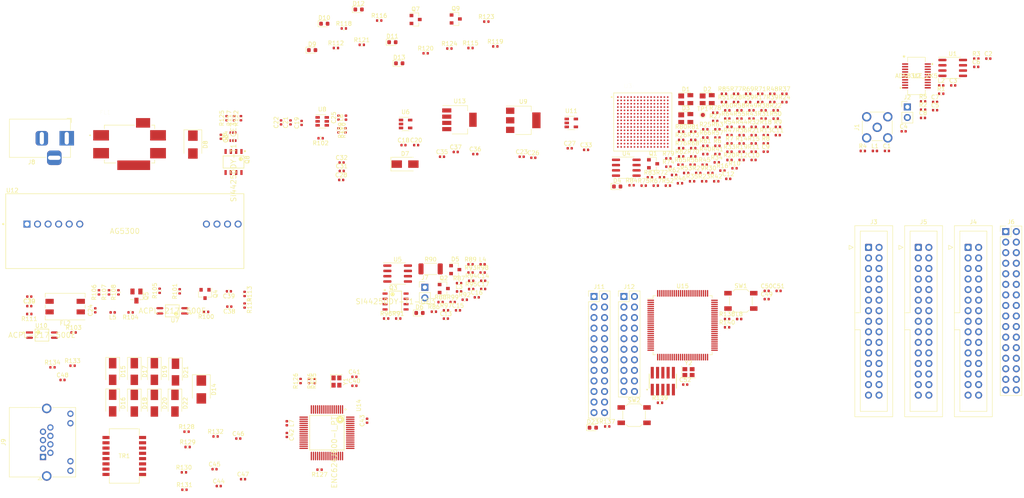
<source format=kicad_pcb>
(kicad_pcb (version 20171130) (host pcbnew 5.1.10-88a1d61d58~88~ubuntu20.04.1)

  (general
    (thickness 1.6)
    (drawings 0)
    (tracks 0)
    (zones 0)
    (modules 267)
    (nets 468)
  )

  (page A4)
  (layers
    (0 F.Cu signal)
    (31 B.Cu signal)
    (32 B.Adhes user)
    (33 F.Adhes user)
    (34 B.Paste user)
    (35 F.Paste user)
    (36 B.SilkS user)
    (37 F.SilkS user)
    (38 B.Mask user)
    (39 F.Mask user)
    (40 Dwgs.User user)
    (41 Cmts.User user)
    (42 Eco1.User user)
    (43 Eco2.User user)
    (44 Edge.Cuts user)
    (45 Margin user)
    (46 B.CrtYd user)
    (47 F.CrtYd user)
    (48 B.Fab user)
    (49 F.Fab user)
  )

  (setup
    (last_trace_width 0.25)
    (trace_clearance 0.2)
    (zone_clearance 0.508)
    (zone_45_only no)
    (trace_min 0.2)
    (via_size 0.8)
    (via_drill 0.4)
    (via_min_size 0.4)
    (via_min_drill 0.3)
    (uvia_size 0.3)
    (uvia_drill 0.1)
    (uvias_allowed no)
    (uvia_min_size 0.2)
    (uvia_min_drill 0.1)
    (edge_width 0.05)
    (segment_width 0.2)
    (pcb_text_width 0.3)
    (pcb_text_size 1.5 1.5)
    (mod_edge_width 0.12)
    (mod_text_size 1 1)
    (mod_text_width 0.15)
    (pad_size 1.524 1.524)
    (pad_drill 0.762)
    (pad_to_mask_clearance 0)
    (aux_axis_origin 0 0)
    (visible_elements FFFFFF7F)
    (pcbplotparams
      (layerselection 0x010fc_ffffffff)
      (usegerberextensions false)
      (usegerberattributes true)
      (usegerberadvancedattributes true)
      (creategerberjobfile true)
      (excludeedgelayer true)
      (linewidth 0.100000)
      (plotframeref false)
      (viasonmask false)
      (mode 1)
      (useauxorigin false)
      (hpglpennumber 1)
      (hpglpenspeed 20)
      (hpglpendiameter 15.000000)
      (psnegative false)
      (psa4output false)
      (plotreference true)
      (plotvalue true)
      (plotinvisibletext false)
      (padsonsilk false)
      (subtractmaskfromsilk false)
      (outputformat 1)
      (mirror false)
      (drillshape 1)
      (scaleselection 1)
      (outputdirectory ""))
  )

  (net 0 "")
  (net 1 /HighSpeedADC/ADC_IN)
  (net 2 "Net-(C1-Pad1)")
  (net 3 GND)
  (net 4 "Net-(C2-Pad1)")
  (net 5 /HighSpeedADC/+3V3A)
  (net 6 "Net-(C4-Pad1)")
  (net 7 /HighSpeedADC/+5VA)
  (net 8 "Net-(C6-Pad2)")
  (net 9 /FPGA/GNDPLL0)
  (net 10 /FPGA/VCCPLL0)
  (net 11 /FPGA/GNDPLL1)
  (net 12 /FPGA/VCCPLL1)
  (net 13 "Net-(C13-Pad1)")
  (net 14 +12V_OUT)
  (net 15 "Net-(C14-Pad1)")
  (net 16 "Net-(C15-Pad1)")
  (net 17 /CurrentSenser/12V_CURRENT)
  (net 18 "Net-(C17-Pad2)")
  (net 19 /Power/+6V5)
  (net 20 +12V)
  (net 21 +3V3)
  (net 22 "Net-(C24-Pad2)")
  (net 23 "Net-(C24-Pad1)")
  (net 24 "Net-(C25-Pad2)")
  (net 25 "Net-(C25-Pad1)")
  (net 26 +2V5)
  (net 27 "Net-(C29-Pad2)")
  (net 28 "Net-(C30-Pad1)")
  (net 29 +1V2)
  (net 30 +5V)
  (net 31 "Net-(C38-Pad1)")
  (net 32 "Net-(C40-Pad1)")
  (net 33 "Net-(C41-Pad1)")
  (net 34 /Ethernet/+3V3A)
  (net 35 "Net-(C43-Pad2)")
  (net 36 "Net-(C44-Pad2)")
  (net 37 "Net-(C44-Pad1)")
  (net 38 "Net-(C45-Pad2)")
  (net 39 "Net-(C45-Pad1)")
  (net 40 "Net-(C46-Pad1)")
  (net 41 "Net-(C47-Pad1)")
  (net 42 "Net-(C48-Pad1)")
  (net 43 "Net-(C49-Pad1)")
  (net 44 "Net-(C50-Pad1)")
  (net 45 "Net-(C51-Pad2)")
  (net 46 /MCU/+3V3A)
  (net 47 +3V3MP)
  (net 48 /LVDS&IO/EEM0_IIC_SCL)
  (net 49 /LVDS&IO/EEM0_IIC_SDA)
  (net 50 "Net-(D1-Pad1)")
  (net 51 /LVDS&IO/EEM1_IIC_SCL)
  (net 52 /LVDS&IO/EEM1_IIC_SDA)
  (net 53 /LVDS&IO/EEM2_IIC_SCL)
  (net 54 /LVDS&IO/EEM2_IIC_SDA)
  (net 55 "Net-(D4-Pad2)")
  (net 56 "Net-(D4-Pad1)")
  (net 57 "Net-(D5-Pad2)")
  (net 58 "Net-(D6-Pad1)")
  (net 59 "Net-(D9-Pad2)")
  (net 60 "Net-(D10-Pad2)")
  (net 61 "Net-(D11-Pad2)")
  (net 62 "Net-(D12-Pad2)")
  (net 63 "Net-(D12-Pad1)")
  (net 64 "Net-(D13-Pad2)")
  (net 65 "Net-(D13-Pad1)")
  (net 66 /Ethernet/POE_VC-)
  (net 67 /Ethernet/POE_VC+)
  (net 68 "Net-(D15-Pad2)")
  (net 69 "Net-(D17-Pad2)")
  (net 70 "Net-(D19-Pad2)")
  (net 71 "Net-(D20-Pad1)")
  (net 72 "Net-(D21-Pad2)")
  (net 73 "Net-(D23-Pad2)")
  (net 74 "Net-(D23-Pad1)")
  (net 75 "Net-(FL1-Pad3)")
  (net 76 "Net-(FL1-Pad1)")
  (net 77 /LVDS&IO/EEM0_7_N)
  (net 78 /LVDS&IO/EEM0_6_P)
  (net 79 /LVDS&IO/EEM0_5_N)
  (net 80 /LVDS&IO/EEM0_4_P)
  (net 81 /LVDS&IO/EEM0_3_N)
  (net 82 /LVDS&IO/EEM0_2_P)
  (net 83 /LVDS&IO/EEM0_1_N)
  (net 84 /LVDS&IO/EEM0_0_P)
  (net 85 /LVDS&IO/EEM0_7_P)
  (net 86 /LVDS&IO/EEM0_6_N)
  (net 87 /LVDS&IO/EEM0_5_P)
  (net 88 /LVDS&IO/EEM0_4_N)
  (net 89 /LVDS&IO/EEM0_3_P)
  (net 90 /LVDS&IO/EEM0_2_N)
  (net 91 /LVDS&IO/EEM0_1_P)
  (net 92 /LVDS&IO/EEM0_0_N)
  (net 93 /LVDS&IO/EEM1_7_N)
  (net 94 /LVDS&IO/EEM1_6_P)
  (net 95 /LVDS&IO/EEM1_5_N)
  (net 96 /LVDS&IO/EEM1_4_P)
  (net 97 /LVDS&IO/EEM1_3_N)
  (net 98 /LVDS&IO/EEM1_2_P)
  (net 99 /LVDS&IO/EEM1_1_N)
  (net 100 /LVDS&IO/EEM1_0_P)
  (net 101 /LVDS&IO/EEM1_7_P)
  (net 102 /LVDS&IO/EEM1_6_N)
  (net 103 /LVDS&IO/EEM1_5_P)
  (net 104 /LVDS&IO/EEM1_4_N)
  (net 105 /LVDS&IO/EEM1_3_P)
  (net 106 /LVDS&IO/EEM1_2_N)
  (net 107 /LVDS&IO/EEM1_1_P)
  (net 108 /LVDS&IO/EEM1_0_N)
  (net 109 /LVDS&IO/EEM2_7_N)
  (net 110 /LVDS&IO/EEM2_6_P)
  (net 111 /LVDS&IO/EEM2_5_N)
  (net 112 /LVDS&IO/EEM2_4_P)
  (net 113 /LVDS&IO/EEM2_3_N)
  (net 114 /LVDS&IO/EEM2_2_P)
  (net 115 /LVDS&IO/EEM2_1_N)
  (net 116 /LVDS&IO/EEM2_0_P)
  (net 117 /LVDS&IO/EEM2_7_P)
  (net 118 /LVDS&IO/EEM2_6_N)
  (net 119 /LVDS&IO/EEM2_5_P)
  (net 120 /LVDS&IO/EEM2_4_N)
  (net 121 /LVDS&IO/EEM2_3_P)
  (net 122 /LVDS&IO/EEM2_2_N)
  (net 123 /LVDS&IO/EEM2_1_P)
  (net 124 /LVDS&IO/EEM2_0_N)
  (net 125 /FPGA_IO1)
  (net 126 /FPGA_IO3)
  (net 127 /FPGA_IO5)
  (net 128 /FPGA_IO7)
  (net 129 /FPGA_IO9)
  (net 130 /FPGA_IO11)
  (net 131 /FPGA_IO13)
  (net 132 /FPGA_IO15)
  (net 133 /FPGA_IO14)
  (net 134 /FPGA_IO12)
  (net 135 /FPGA_IO10)
  (net 136 /FPGA_IO8)
  (net 137 /FPGA_IO6)
  (net 138 /FPGA_IO4)
  (net 139 /FPGA_IO2)
  (net 140 /FPGA_IO0)
  (net 141 "Net-(J9-Pad12)")
  (net 142 "Net-(J9-Pad10)")
  (net 143 "Net-(J9-Pad6)")
  (net 144 "Net-(J9-Pad2)")
  (net 145 "Net-(J9-Pad3)")
  (net 146 "Net-(J9-Pad1)")
  (net 147 /MCU/CPU_SWCLK)
  (net 148 /MCU/CPU_SWDIO)
  (net 149 "Net-(J10-Pad10)")
  (net 150 "Net-(J10-Pad09)")
  (net 151 "Net-(J10-Pad08)")
  (net 152 "Net-(J10-Pad07)")
  (net 153 "Net-(J10-Pad06)")
  (net 154 /MCU/CPU_UART4_TX)
  (net 155 /MCU/CPU_UART4_RX)
  (net 156 /MCU/CPU_PWM_CH1)
  (net 157 /MCU/CPU_PWM_CH2)
  (net 158 /MCU/CPU_PWM_CH3)
  (net 159 /MCU/CPU_PWM_CH4)
  (net 160 /MCU/CPU_IIC2_SDA)
  (net 161 /MCU/CPU_IIC2_SCL)
  (net 162 /MCU/CPU_UART1_RX)
  (net 163 /MCU/CPU_UART1_TX)
  (net 164 /MCU/CPU_SPI2_MOSI)
  (net 165 /MCU/CPU_SPI2_MISO)
  (net 166 /MCU/CPU_SPI2_SCK)
  (net 167 /MCU/CPU_SPI2_CS)
  (net 168 "Net-(J12-Pad11)")
  (net 169 /MCU/CPU_DAC1)
  (net 170 /MCU/CPU_DAC0)
  (net 171 /MCU/CPU_ADC7)
  (net 172 /MCU/CPU_ADC6)
  (net 173 /MCU/CPU_ADC5)
  (net 174 /MCU/CPU_ADC4)
  (net 175 /MCU/CPU_ADC3)
  (net 176 /MCU/CPU_ADC2)
  (net 177 /MCU/CPU_ADC1)
  (net 178 /MCU/CPU_ADC0)
  (net 179 /CurrentSenser/12V_SW)
  (net 180 "Net-(Q1-Pad1)")
  (net 181 "Net-(Q2-Pad3)")
  (net 182 "Net-(Q2-Pad1)")
  (net 183 "Net-(Q4-Pad3)")
  (net 184 /MCU/CPU_RESET)
  (net 185 "Net-(Q5-Pad1)")
  (net 186 "Net-(Q6-Pad6)")
  (net 187 "Net-(Q6-Pad2)")
  (net 188 "Net-(Q6-Pad3)")
  (net 189 "Net-(Q7-Pad1)")
  (net 190 "Net-(Q9-Pad1)")
  (net 191 "Net-(R1-Pad1)")
  (net 192 "Net-(R2-Pad1)")
  (net 193 "Net-(R4-Pad1)")
  (net 194 "Net-(R5-Pad2)")
  (net 195 "Net-(R6-Pad1)")
  (net 196 "Net-(R11-Pad2)")
  (net 197 "Net-(R12-Pad2)")
  (net 198 "Net-(R13-Pad2)")
  (net 199 "Net-(R14-Pad2)")
  (net 200 "Net-(R15-Pad2)")
  (net 201 "Net-(R16-Pad2)")
  (net 202 "Net-(R17-Pad2)")
  (net 203 "Net-(R18-Pad2)")
  (net 204 "Net-(R19-Pad2)")
  (net 205 "Net-(R20-Pad2)")
  (net 206 "Net-(R21-Pad2)")
  (net 207 "Net-(R22-Pad2)")
  (net 208 "Net-(R23-Pad2)")
  (net 209 "Net-(R24-Pad2)")
  (net 210 "Net-(R25-Pad2)")
  (net 211 "Net-(R26-Pad2)")
  (net 212 "Net-(R27-Pad2)")
  (net 213 "Net-(R28-Pad2)")
  (net 214 "Net-(R29-Pad2)")
  (net 215 "Net-(R30-Pad2)")
  (net 216 "Net-(R31-Pad2)")
  (net 217 "Net-(R32-Pad2)")
  (net 218 "Net-(R33-Pad2)")
  (net 219 "Net-(R34-Pad2)")
  (net 220 "Net-(R35-Pad2)")
  (net 221 "Net-(R36-Pad2)")
  (net 222 "Net-(R37-Pad2)")
  (net 223 "Net-(R38-Pad2)")
  (net 224 "Net-(R39-Pad2)")
  (net 225 "Net-(R40-Pad2)")
  (net 226 "Net-(R41-Pad2)")
  (net 227 "Net-(R42-Pad2)")
  (net 228 "Net-(R43-Pad2)")
  (net 229 "Net-(R44-Pad2)")
  (net 230 "Net-(R45-Pad2)")
  (net 231 "Net-(R46-Pad2)")
  (net 232 "Net-(R47-Pad2)")
  (net 233 "Net-(R48-Pad2)")
  (net 234 "Net-(R49-Pad2)")
  (net 235 "Net-(R50-Pad2)")
  (net 236 "Net-(R51-Pad2)")
  (net 237 "Net-(R52-Pad2)")
  (net 238 "Net-(R53-Pad2)")
  (net 239 "Net-(R54-Pad2)")
  (net 240 "Net-(R55-Pad2)")
  (net 241 "Net-(R56-Pad2)")
  (net 242 "Net-(R57-Pad2)")
  (net 243 "Net-(R58-Pad2)")
  (net 244 /MCU/CPU_FPGA_CDONE)
  (net 245 /MCU/CPU_FPGA_CRESET)
  (net 246 /MCU/CPU_SPI1_CS)
  (net 247 "Net-(R92-Pad1)")
  (net 248 "Net-(R93-Pad1)")
  (net 249 "Net-(R94-Pad1)")
  (net 250 "Net-(R96-Pad1)")
  (net 251 "Net-(R99-Pad2)")
  (net 252 "Net-(R100-Pad2)")
  (net 253 "Net-(R101-Pad1)")
  (net 254 "Net-(R102-Pad1)")
  (net 255 /MCU/CPU_POE_AT_EVENT)
  (net 256 "Net-(R109-Pad1)")
  (net 257 "Net-(R111-Pad2)")
  (net 258 /MCU/CPU_POE_SRC_STATUS)
  (net 259 "Net-(R126-Pad1)")
  (net 260 /MCU/CPU_ENC_INT)
  (net 261 "Net-(R128-Pad1)")
  (net 262 "Net-(R129-Pad2)")
  (net 263 /Ethernet/RJ45_LED_G)
  (net 264 /Ethernet/RJ45_LED_Y)
  (net 265 "Net-(R139-Pad1)")
  (net 266 "Net-(SW2-Pad2)")
  (net 267 "Net-(TP1-Pad1)")
  (net 268 "Net-(U1-Pad5)")
  (net 269 "Net-(U1-Pad1)")
  (net 270 /HighSpeedADC/ADC_CLK)
  (net 271 /HighSpeedADC/ADC_DATA8)
  (net 272 /HighSpeedADC/ADC_DATA7)
  (net 273 /HighSpeedADC/ADC_DATA6)
  (net 274 /HighSpeedADC/ADC_DATA5)
  (net 275 /HighSpeedADC/ADC_DATA4)
  (net 276 /HighSpeedADC/ADC_DATA3)
  (net 277 /HighSpeedADC/ADC_DATA2)
  (net 278 /HighSpeedADC/ADC_DATA1)
  (net 279 "Net-(U3-PadT16)")
  (net 280 "Net-(U3-PadT15)")
  (net 281 "Net-(U3-PadT14)")
  (net 282 "Net-(U3-PadT13)")
  (net 283 "Net-(U3-PadT11)")
  (net 284 "Net-(U3-PadT10)")
  (net 285 "Net-(U3-PadT9)")
  (net 286 "Net-(U3-PadT8)")
  (net 287 "Net-(U3-PadT7)")
  (net 288 "Net-(U3-PadT6)")
  (net 289 "Net-(U3-PadT5)")
  (net 290 "Net-(U3-PadT3)")
  (net 291 "Net-(U3-PadT2)")
  (net 292 "Net-(U3-PadT1)")
  (net 293 "Net-(U3-PadR16)")
  (net 294 /MCU/CPU_SPI1_SCK)
  (net 295 "Net-(U3-PadR10)")
  (net 296 "Net-(U3-PadR9)")
  (net 297 "Net-(U3-PadR6)")
  (net 298 "Net-(U3-PadR5)")
  (net 299 "Net-(U3-PadR4)")
  (net 300 "Net-(U3-PadR3)")
  (net 301 "Net-(U3-PadR2)")
  (net 302 /MCU/CPU_FPGA_CSBSEL1)
  (net 303 /MCU/CPU_SPI1_MISO)
  (net 304 /MCU/CPU_SPI1_MOSI)
  (net 305 "Net-(U3-PadP10)")
  (net 306 "Net-(U3-PadP9)")
  (net 307 "Net-(U3-PadP8)")
  (net 308 "Net-(U3-PadP7)")
  (net 309 "Net-(U3-PadP6)")
  (net 310 "Net-(U3-PadP5)")
  (net 311 "Net-(U3-PadP4)")
  (net 312 "Net-(U3-PadN16)")
  (net 313 "Net-(U3-PadN12)")
  (net 314 "Net-(U3-PadN10)")
  (net 315 "Net-(U3-PadN9)")
  (net 316 "Net-(U3-PadN7)")
  (net 317 "Net-(U3-PadN6)")
  (net 318 "Net-(U3-PadN5)")
  (net 319 /MCU/CPU_IIC1_SDA)
  (net 320 "Net-(U3-PadM12)")
  (net 321 "Net-(U3-PadM11)")
  (net 322 "Net-(U3-PadM9)")
  (net 323 "Net-(U3-PadM8)")
  (net 324 "Net-(U3-PadM7)")
  (net 325 "Net-(U3-PadL13)")
  (net 326 /MCU/CPU_IIC1_SCL)
  (net 327 "Net-(U3-PadL11)")
  (net 328 "Net-(U3-PadL10)")
  (net 329 "Net-(U3-PadL9)")
  (net 330 /FPGA/FPGA_IO0)
  (net 331 "Net-(U3-PadK15)")
  (net 332 /MCU/CPU_FPGA_CSBSEL0)
  (net 333 "Net-(U3-PadK9)")
  (net 334 /FPGA/FPGA_IO4)
  (net 335 "Net-(U3-PadJ15)")
  (net 336 /FPGA/FPGA_IO1)
  (net 337 /FPGA/FPGA_IO3)
  (net 338 /FPGA/FPGA_IO2)
  (net 339 /FPGA/FPGA_IO7)
  (net 340 /FPGA/FPGA_IO8)
  (net 341 /FPGA/FPGA_IO5)
  (net 342 /FPGA/FPGA_IO10)
  (net 343 /FPGA/FPGA_IO6)
  (net 344 "Net-(U3-PadH3)")
  (net 345 /FPGA/FPGA_IO9)
  (net 346 /FPGA/FPGA_IO11)
  (net 347 "Net-(U3-PadG13)")
  (net 348 "Net-(U3-PadG12)")
  (net 349 /FPGA/FPGA_IO14)
  (net 350 /FPGA/FPGA_IO12)
  (net 351 /FPGA/FPGA_IO13)
  (net 352 /FPGA/FPGA_IO15)
  (net 353 "Net-(U3-PadF14)")
  (net 354 "Net-(U3-PadF13)")
  (net 355 "Net-(U3-PadF12)")
  (net 356 "Net-(U3-PadF11)")
  (net 357 /MCU/CPU_FSMC_NWE)
  (net 358 /MCU/CPU_FSMC_NE1)
  (net 359 "Net-(U3-PadF2)")
  (net 360 "Net-(U3-PadE16)")
  (net 361 "Net-(U3-PadE14)")
  (net 362 "Net-(U3-PadE13)")
  (net 363 /MCU/CPU_FSMC_A21)
  (net 364 /MCU/CPU_FSMC_DA2)
  (net 365 /MCU/CPU_FSMC_DA13)
  (net 366 "Net-(U3-PadE6)")
  (net 367 "Net-(U3-PadE5)")
  (net 368 "Net-(U3-PadE4)")
  (net 369 "Net-(U3-PadD16)")
  (net 370 "Net-(U3-PadD15)")
  (net 371 "Net-(U3-PadD14)")
  (net 372 /MCU/CPU_FSMC_A18)
  (net 373 /MCU/CPU_FSMC_DA4)
  (net 374 /MCU/CPU_FSMC_DA11)
  (net 375 /MCU/CPU_FSMC_DA14)
  (net 376 /MCU/CPU_FSMC_NBL1)
  (net 377 "Net-(U3-PadD7)")
  (net 378 "Net-(U3-PadD6)")
  (net 379 "Net-(U3-PadD5)")
  (net 380 "Net-(U3-PadD4)")
  (net 381 "Net-(U3-PadD3)")
  (net 382 "Net-(U3-PadC16)")
  (net 383 /MCU/CPU_FSMC_A16)
  (net 384 /MCU/CPU_FSMC_A22)
  (net 385 /MCU/CPU_FSMC_A20)
  (net 386 /MCU/CPU_FSMC_DA3)
  (net 387 /MCU/CPU_FSMC_DA8)
  (net 388 /MCU/CPU_FSMC_DA12)
  (net 389 /MCU/CPU_FSMC_NOE)
  (net 390 /MCU/CPU_FSMC_NWAIT)
  (net 391 "Net-(U3-PadC6)")
  (net 392 "Net-(U3-PadC5)")
  (net 393 "Net-(U3-PadC4)")
  (net 394 "Net-(U3-PadC3)")
  (net 395 "Net-(U3-PadB16)")
  (net 396 /MCU/CPU_FSMC_A17)
  (net 397 /MCU/CPU_FSMC_A19)
  (net 398 /MCU/CPU_FSMC_DA1)
  (net 399 /MCU/CPU_FSMC_DA5)
  (net 400 /MCU/CPU_FSMC_DA7)
  (net 401 /MCU/CPU_FSMC_DA6)
  (net 402 /MCU/CPU_FSMC_NBL0)
  (net 403 /MCU/CPU_FSMC_NL)
  (net 404 "Net-(U3-PadB7)")
  (net 405 "Net-(U3-PadB6)")
  (net 406 "Net-(U3-PadB5)")
  (net 407 "Net-(U3-PadB4)")
  (net 408 "Net-(U3-PadB3)")
  (net 409 "Net-(U3-PadB2)")
  (net 410 /MCU/CPU_FSMC_A23)
  (net 411 /MCU/CPU_FSMC_DA0)
  (net 412 /MCU/CPU_FSMC_DA10)
  (net 413 /MCU/CPU_FSMC_DA9)
  (net 414 /MCU/CPU_FSMC_DA15)
  (net 415 /MCU/CPU_FSMC_CLK)
  (net 416 "Net-(U3-PadA6)")
  (net 417 "Net-(U3-PadA5)")
  (net 418 "Net-(U3-PadA2)")
  (net 419 "Net-(U3-PadA1)")
  (net 420 "Net-(U5-Pad8)")
  (net 421 "Net-(U6-Pad4)")
  (net 422 "Net-(U10-Pad2)")
  (net 423 "Net-(U11-Pad4)")
  (net 424 "Net-(U12-Pad6)")
  (net 425 "Net-(U12-Pad9)")
  (net 426 "Net-(U12-Pad5)")
  (net 427 "Net-(U12-Pad4)")
  (net 428 "Net-(U13-Pad2)")
  (net 429 "Net-(U14-Pad61)")
  (net 430 "Net-(U14-Pad60)")
  (net 431 "Net-(U14-Pad59)")
  (net 432 "Net-(U14-Pad58)")
  (net 433 "Net-(U14-Pad57)")
  (net 434 "Net-(U14-Pad56)")
  (net 435 "Net-(U14-Pad55)")
  (net 436 "Net-(U14-Pad54)")
  (net 437 "Net-(U14-Pad53)")
  (net 438 /MCU/CPU_ENC_CS)
  (net 439 "Net-(U14-Pad48)")
  (net 440 "Net-(U14-Pad45)")
  (net 441 "Net-(U14-Pad44)")
  (net 442 "Net-(U14-Pad43)")
  (net 443 "Net-(U14-Pad42)")
  (net 444 "Net-(U14-Pad41)")
  (net 445 "Net-(U14-Pad40)")
  (net 446 "Net-(U14-Pad39)")
  (net 447 "Net-(U14-Pad38)")
  (net 448 "Net-(U14-Pad37)")
  (net 449 "Net-(U14-Pad36)")
  (net 450 "Net-(U14-Pad35)")
  (net 451 "Net-(U14-Pad33)")
  (net 452 "Net-(U14-Pad20)")
  (net 453 "Net-(U14-Pad19)")
  (net 454 "Net-(U14-Pad13)")
  (net 455 "Net-(U14-Pad12)")
  (net 456 "Net-(U14-Pad11)")
  (net 457 "Net-(U14-Pad10)")
  (net 458 "Net-(U14-Pad9)")
  (net 459 "Net-(U14-Pad8)")
  (net 460 "Net-(U14-Pad7)")
  (net 461 "Net-(U14-Pad6)")
  (net 462 "Net-(U14-Pad5)")
  (net 463 "Net-(U15-Pad92)")
  (net 464 "Net-(U15-Pad83)")
  (net 465 "Net-(U15-Pad73)")
  (net 466 "Net-(U15-Pad18)")
  (net 467 "Net-(U15-Pad17)")

  (net_class Default "This is the default net class."
    (clearance 0.2)
    (trace_width 0.25)
    (via_dia 0.8)
    (via_drill 0.4)
    (uvia_dia 0.3)
    (uvia_drill 0.1)
    (add_net +12V)
    (add_net +12V_OUT)
    (add_net +1V2)
    (add_net +2V5)
    (add_net +3V3)
    (add_net +3V3MP)
    (add_net +5V)
    (add_net /CurrentSenser/12V_CURRENT)
    (add_net /CurrentSenser/12V_SW)
    (add_net /Ethernet/+3V3A)
    (add_net /Ethernet/POE_VC+)
    (add_net /Ethernet/POE_VC-)
    (add_net /Ethernet/RJ45_LED_G)
    (add_net /Ethernet/RJ45_LED_Y)
    (add_net /FPGA/FPGA_IO0)
    (add_net /FPGA/FPGA_IO1)
    (add_net /FPGA/FPGA_IO10)
    (add_net /FPGA/FPGA_IO11)
    (add_net /FPGA/FPGA_IO12)
    (add_net /FPGA/FPGA_IO13)
    (add_net /FPGA/FPGA_IO14)
    (add_net /FPGA/FPGA_IO15)
    (add_net /FPGA/FPGA_IO2)
    (add_net /FPGA/FPGA_IO3)
    (add_net /FPGA/FPGA_IO4)
    (add_net /FPGA/FPGA_IO5)
    (add_net /FPGA/FPGA_IO6)
    (add_net /FPGA/FPGA_IO7)
    (add_net /FPGA/FPGA_IO8)
    (add_net /FPGA/FPGA_IO9)
    (add_net /FPGA/GNDPLL0)
    (add_net /FPGA/GNDPLL1)
    (add_net /FPGA/VCCPLL0)
    (add_net /FPGA/VCCPLL1)
    (add_net /FPGA_IO0)
    (add_net /FPGA_IO1)
    (add_net /FPGA_IO10)
    (add_net /FPGA_IO11)
    (add_net /FPGA_IO12)
    (add_net /FPGA_IO13)
    (add_net /FPGA_IO14)
    (add_net /FPGA_IO15)
    (add_net /FPGA_IO2)
    (add_net /FPGA_IO3)
    (add_net /FPGA_IO4)
    (add_net /FPGA_IO5)
    (add_net /FPGA_IO6)
    (add_net /FPGA_IO7)
    (add_net /FPGA_IO8)
    (add_net /FPGA_IO9)
    (add_net /HighSpeedADC/+3V3A)
    (add_net /HighSpeedADC/+5VA)
    (add_net /HighSpeedADC/ADC_CLK)
    (add_net /HighSpeedADC/ADC_DATA1)
    (add_net /HighSpeedADC/ADC_DATA2)
    (add_net /HighSpeedADC/ADC_DATA3)
    (add_net /HighSpeedADC/ADC_DATA4)
    (add_net /HighSpeedADC/ADC_DATA5)
    (add_net /HighSpeedADC/ADC_DATA6)
    (add_net /HighSpeedADC/ADC_DATA7)
    (add_net /HighSpeedADC/ADC_DATA8)
    (add_net /HighSpeedADC/ADC_IN)
    (add_net /LVDS&IO/EEM0_0_N)
    (add_net /LVDS&IO/EEM0_0_P)
    (add_net /LVDS&IO/EEM0_1_N)
    (add_net /LVDS&IO/EEM0_1_P)
    (add_net /LVDS&IO/EEM0_2_N)
    (add_net /LVDS&IO/EEM0_2_P)
    (add_net /LVDS&IO/EEM0_3_N)
    (add_net /LVDS&IO/EEM0_3_P)
    (add_net /LVDS&IO/EEM0_4_N)
    (add_net /LVDS&IO/EEM0_4_P)
    (add_net /LVDS&IO/EEM0_5_N)
    (add_net /LVDS&IO/EEM0_5_P)
    (add_net /LVDS&IO/EEM0_6_N)
    (add_net /LVDS&IO/EEM0_6_P)
    (add_net /LVDS&IO/EEM0_7_N)
    (add_net /LVDS&IO/EEM0_7_P)
    (add_net /LVDS&IO/EEM0_IIC_SCL)
    (add_net /LVDS&IO/EEM0_IIC_SDA)
    (add_net /LVDS&IO/EEM1_0_N)
    (add_net /LVDS&IO/EEM1_0_P)
    (add_net /LVDS&IO/EEM1_1_N)
    (add_net /LVDS&IO/EEM1_1_P)
    (add_net /LVDS&IO/EEM1_2_N)
    (add_net /LVDS&IO/EEM1_2_P)
    (add_net /LVDS&IO/EEM1_3_N)
    (add_net /LVDS&IO/EEM1_3_P)
    (add_net /LVDS&IO/EEM1_4_N)
    (add_net /LVDS&IO/EEM1_4_P)
    (add_net /LVDS&IO/EEM1_5_N)
    (add_net /LVDS&IO/EEM1_5_P)
    (add_net /LVDS&IO/EEM1_6_N)
    (add_net /LVDS&IO/EEM1_6_P)
    (add_net /LVDS&IO/EEM1_7_N)
    (add_net /LVDS&IO/EEM1_7_P)
    (add_net /LVDS&IO/EEM1_IIC_SCL)
    (add_net /LVDS&IO/EEM1_IIC_SDA)
    (add_net /LVDS&IO/EEM2_0_N)
    (add_net /LVDS&IO/EEM2_0_P)
    (add_net /LVDS&IO/EEM2_1_N)
    (add_net /LVDS&IO/EEM2_1_P)
    (add_net /LVDS&IO/EEM2_2_N)
    (add_net /LVDS&IO/EEM2_2_P)
    (add_net /LVDS&IO/EEM2_3_N)
    (add_net /LVDS&IO/EEM2_3_P)
    (add_net /LVDS&IO/EEM2_4_N)
    (add_net /LVDS&IO/EEM2_4_P)
    (add_net /LVDS&IO/EEM2_5_N)
    (add_net /LVDS&IO/EEM2_5_P)
    (add_net /LVDS&IO/EEM2_6_N)
    (add_net /LVDS&IO/EEM2_6_P)
    (add_net /LVDS&IO/EEM2_7_N)
    (add_net /LVDS&IO/EEM2_7_P)
    (add_net /LVDS&IO/EEM2_IIC_SCL)
    (add_net /LVDS&IO/EEM2_IIC_SDA)
    (add_net /MCU/+3V3A)
    (add_net /MCU/CPU_ADC0)
    (add_net /MCU/CPU_ADC1)
    (add_net /MCU/CPU_ADC2)
    (add_net /MCU/CPU_ADC3)
    (add_net /MCU/CPU_ADC4)
    (add_net /MCU/CPU_ADC5)
    (add_net /MCU/CPU_ADC6)
    (add_net /MCU/CPU_ADC7)
    (add_net /MCU/CPU_DAC0)
    (add_net /MCU/CPU_DAC1)
    (add_net /MCU/CPU_ENC_CS)
    (add_net /MCU/CPU_ENC_INT)
    (add_net /MCU/CPU_FPGA_CDONE)
    (add_net /MCU/CPU_FPGA_CRESET)
    (add_net /MCU/CPU_FPGA_CSBSEL0)
    (add_net /MCU/CPU_FPGA_CSBSEL1)
    (add_net /MCU/CPU_FSMC_A16)
    (add_net /MCU/CPU_FSMC_A17)
    (add_net /MCU/CPU_FSMC_A18)
    (add_net /MCU/CPU_FSMC_A19)
    (add_net /MCU/CPU_FSMC_A20)
    (add_net /MCU/CPU_FSMC_A21)
    (add_net /MCU/CPU_FSMC_A22)
    (add_net /MCU/CPU_FSMC_A23)
    (add_net /MCU/CPU_FSMC_CLK)
    (add_net /MCU/CPU_FSMC_DA0)
    (add_net /MCU/CPU_FSMC_DA1)
    (add_net /MCU/CPU_FSMC_DA10)
    (add_net /MCU/CPU_FSMC_DA11)
    (add_net /MCU/CPU_FSMC_DA12)
    (add_net /MCU/CPU_FSMC_DA13)
    (add_net /MCU/CPU_FSMC_DA14)
    (add_net /MCU/CPU_FSMC_DA15)
    (add_net /MCU/CPU_FSMC_DA2)
    (add_net /MCU/CPU_FSMC_DA3)
    (add_net /MCU/CPU_FSMC_DA4)
    (add_net /MCU/CPU_FSMC_DA5)
    (add_net /MCU/CPU_FSMC_DA6)
    (add_net /MCU/CPU_FSMC_DA7)
    (add_net /MCU/CPU_FSMC_DA8)
    (add_net /MCU/CPU_FSMC_DA9)
    (add_net /MCU/CPU_FSMC_NBL0)
    (add_net /MCU/CPU_FSMC_NBL1)
    (add_net /MCU/CPU_FSMC_NE1)
    (add_net /MCU/CPU_FSMC_NL)
    (add_net /MCU/CPU_FSMC_NOE)
    (add_net /MCU/CPU_FSMC_NWAIT)
    (add_net /MCU/CPU_FSMC_NWE)
    (add_net /MCU/CPU_IIC1_SCL)
    (add_net /MCU/CPU_IIC1_SDA)
    (add_net /MCU/CPU_IIC2_SCL)
    (add_net /MCU/CPU_IIC2_SDA)
    (add_net /MCU/CPU_POE_AT_EVENT)
    (add_net /MCU/CPU_POE_SRC_STATUS)
    (add_net /MCU/CPU_PWM_CH1)
    (add_net /MCU/CPU_PWM_CH2)
    (add_net /MCU/CPU_PWM_CH3)
    (add_net /MCU/CPU_PWM_CH4)
    (add_net /MCU/CPU_RESET)
    (add_net /MCU/CPU_SPI1_CS)
    (add_net /MCU/CPU_SPI1_MISO)
    (add_net /MCU/CPU_SPI1_MOSI)
    (add_net /MCU/CPU_SPI1_SCK)
    (add_net /MCU/CPU_SPI2_CS)
    (add_net /MCU/CPU_SPI2_MISO)
    (add_net /MCU/CPU_SPI2_MOSI)
    (add_net /MCU/CPU_SPI2_SCK)
    (add_net /MCU/CPU_SWCLK)
    (add_net /MCU/CPU_SWDIO)
    (add_net /MCU/CPU_UART1_RX)
    (add_net /MCU/CPU_UART1_TX)
    (add_net /MCU/CPU_UART4_RX)
    (add_net /MCU/CPU_UART4_TX)
    (add_net /Power/+6V5)
    (add_net GND)
    (add_net "Net-(C1-Pad1)")
    (add_net "Net-(C13-Pad1)")
    (add_net "Net-(C14-Pad1)")
    (add_net "Net-(C15-Pad1)")
    (add_net "Net-(C17-Pad2)")
    (add_net "Net-(C2-Pad1)")
    (add_net "Net-(C24-Pad1)")
    (add_net "Net-(C24-Pad2)")
    (add_net "Net-(C25-Pad1)")
    (add_net "Net-(C25-Pad2)")
    (add_net "Net-(C29-Pad2)")
    (add_net "Net-(C30-Pad1)")
    (add_net "Net-(C38-Pad1)")
    (add_net "Net-(C4-Pad1)")
    (add_net "Net-(C40-Pad1)")
    (add_net "Net-(C41-Pad1)")
    (add_net "Net-(C43-Pad2)")
    (add_net "Net-(C44-Pad1)")
    (add_net "Net-(C44-Pad2)")
    (add_net "Net-(C45-Pad1)")
    (add_net "Net-(C45-Pad2)")
    (add_net "Net-(C46-Pad1)")
    (add_net "Net-(C47-Pad1)")
    (add_net "Net-(C48-Pad1)")
    (add_net "Net-(C49-Pad1)")
    (add_net "Net-(C50-Pad1)")
    (add_net "Net-(C51-Pad2)")
    (add_net "Net-(C6-Pad2)")
    (add_net "Net-(D1-Pad1)")
    (add_net "Net-(D10-Pad2)")
    (add_net "Net-(D11-Pad2)")
    (add_net "Net-(D12-Pad1)")
    (add_net "Net-(D12-Pad2)")
    (add_net "Net-(D13-Pad1)")
    (add_net "Net-(D13-Pad2)")
    (add_net "Net-(D15-Pad2)")
    (add_net "Net-(D17-Pad2)")
    (add_net "Net-(D19-Pad2)")
    (add_net "Net-(D20-Pad1)")
    (add_net "Net-(D21-Pad2)")
    (add_net "Net-(D23-Pad1)")
    (add_net "Net-(D23-Pad2)")
    (add_net "Net-(D4-Pad1)")
    (add_net "Net-(D4-Pad2)")
    (add_net "Net-(D5-Pad2)")
    (add_net "Net-(D6-Pad1)")
    (add_net "Net-(D9-Pad2)")
    (add_net "Net-(FL1-Pad1)")
    (add_net "Net-(FL1-Pad3)")
    (add_net "Net-(J10-Pad06)")
    (add_net "Net-(J10-Pad07)")
    (add_net "Net-(J10-Pad08)")
    (add_net "Net-(J10-Pad09)")
    (add_net "Net-(J10-Pad10)")
    (add_net "Net-(J12-Pad11)")
    (add_net "Net-(J9-Pad1)")
    (add_net "Net-(J9-Pad10)")
    (add_net "Net-(J9-Pad12)")
    (add_net "Net-(J9-Pad2)")
    (add_net "Net-(J9-Pad3)")
    (add_net "Net-(J9-Pad6)")
    (add_net "Net-(Q1-Pad1)")
    (add_net "Net-(Q2-Pad1)")
    (add_net "Net-(Q2-Pad3)")
    (add_net "Net-(Q4-Pad3)")
    (add_net "Net-(Q5-Pad1)")
    (add_net "Net-(Q6-Pad2)")
    (add_net "Net-(Q6-Pad3)")
    (add_net "Net-(Q6-Pad6)")
    (add_net "Net-(Q7-Pad1)")
    (add_net "Net-(Q9-Pad1)")
    (add_net "Net-(R1-Pad1)")
    (add_net "Net-(R100-Pad2)")
    (add_net "Net-(R101-Pad1)")
    (add_net "Net-(R102-Pad1)")
    (add_net "Net-(R109-Pad1)")
    (add_net "Net-(R11-Pad2)")
    (add_net "Net-(R111-Pad2)")
    (add_net "Net-(R12-Pad2)")
    (add_net "Net-(R126-Pad1)")
    (add_net "Net-(R128-Pad1)")
    (add_net "Net-(R129-Pad2)")
    (add_net "Net-(R13-Pad2)")
    (add_net "Net-(R139-Pad1)")
    (add_net "Net-(R14-Pad2)")
    (add_net "Net-(R15-Pad2)")
    (add_net "Net-(R16-Pad2)")
    (add_net "Net-(R17-Pad2)")
    (add_net "Net-(R18-Pad2)")
    (add_net "Net-(R19-Pad2)")
    (add_net "Net-(R2-Pad1)")
    (add_net "Net-(R20-Pad2)")
    (add_net "Net-(R21-Pad2)")
    (add_net "Net-(R22-Pad2)")
    (add_net "Net-(R23-Pad2)")
    (add_net "Net-(R24-Pad2)")
    (add_net "Net-(R25-Pad2)")
    (add_net "Net-(R26-Pad2)")
    (add_net "Net-(R27-Pad2)")
    (add_net "Net-(R28-Pad2)")
    (add_net "Net-(R29-Pad2)")
    (add_net "Net-(R30-Pad2)")
    (add_net "Net-(R31-Pad2)")
    (add_net "Net-(R32-Pad2)")
    (add_net "Net-(R33-Pad2)")
    (add_net "Net-(R34-Pad2)")
    (add_net "Net-(R35-Pad2)")
    (add_net "Net-(R36-Pad2)")
    (add_net "Net-(R37-Pad2)")
    (add_net "Net-(R38-Pad2)")
    (add_net "Net-(R39-Pad2)")
    (add_net "Net-(R4-Pad1)")
    (add_net "Net-(R40-Pad2)")
    (add_net "Net-(R41-Pad2)")
    (add_net "Net-(R42-Pad2)")
    (add_net "Net-(R43-Pad2)")
    (add_net "Net-(R44-Pad2)")
    (add_net "Net-(R45-Pad2)")
    (add_net "Net-(R46-Pad2)")
    (add_net "Net-(R47-Pad2)")
    (add_net "Net-(R48-Pad2)")
    (add_net "Net-(R49-Pad2)")
    (add_net "Net-(R5-Pad2)")
    (add_net "Net-(R50-Pad2)")
    (add_net "Net-(R51-Pad2)")
    (add_net "Net-(R52-Pad2)")
    (add_net "Net-(R53-Pad2)")
    (add_net "Net-(R54-Pad2)")
    (add_net "Net-(R55-Pad2)")
    (add_net "Net-(R56-Pad2)")
    (add_net "Net-(R57-Pad2)")
    (add_net "Net-(R58-Pad2)")
    (add_net "Net-(R6-Pad1)")
    (add_net "Net-(R92-Pad1)")
    (add_net "Net-(R93-Pad1)")
    (add_net "Net-(R94-Pad1)")
    (add_net "Net-(R96-Pad1)")
    (add_net "Net-(R99-Pad2)")
    (add_net "Net-(SW2-Pad2)")
    (add_net "Net-(TP1-Pad1)")
    (add_net "Net-(U1-Pad1)")
    (add_net "Net-(U1-Pad5)")
    (add_net "Net-(U10-Pad2)")
    (add_net "Net-(U11-Pad4)")
    (add_net "Net-(U12-Pad4)")
    (add_net "Net-(U12-Pad5)")
    (add_net "Net-(U12-Pad6)")
    (add_net "Net-(U12-Pad9)")
    (add_net "Net-(U13-Pad2)")
    (add_net "Net-(U14-Pad10)")
    (add_net "Net-(U14-Pad11)")
    (add_net "Net-(U14-Pad12)")
    (add_net "Net-(U14-Pad13)")
    (add_net "Net-(U14-Pad19)")
    (add_net "Net-(U14-Pad20)")
    (add_net "Net-(U14-Pad33)")
    (add_net "Net-(U14-Pad35)")
    (add_net "Net-(U14-Pad36)")
    (add_net "Net-(U14-Pad37)")
    (add_net "Net-(U14-Pad38)")
    (add_net "Net-(U14-Pad39)")
    (add_net "Net-(U14-Pad40)")
    (add_net "Net-(U14-Pad41)")
    (add_net "Net-(U14-Pad42)")
    (add_net "Net-(U14-Pad43)")
    (add_net "Net-(U14-Pad44)")
    (add_net "Net-(U14-Pad45)")
    (add_net "Net-(U14-Pad48)")
    (add_net "Net-(U14-Pad5)")
    (add_net "Net-(U14-Pad53)")
    (add_net "Net-(U14-Pad54)")
    (add_net "Net-(U14-Pad55)")
    (add_net "Net-(U14-Pad56)")
    (add_net "Net-(U14-Pad57)")
    (add_net "Net-(U14-Pad58)")
    (add_net "Net-(U14-Pad59)")
    (add_net "Net-(U14-Pad6)")
    (add_net "Net-(U14-Pad60)")
    (add_net "Net-(U14-Pad61)")
    (add_net "Net-(U14-Pad7)")
    (add_net "Net-(U14-Pad8)")
    (add_net "Net-(U14-Pad9)")
    (add_net "Net-(U15-Pad17)")
    (add_net "Net-(U15-Pad18)")
    (add_net "Net-(U15-Pad73)")
    (add_net "Net-(U15-Pad83)")
    (add_net "Net-(U15-Pad92)")
    (add_net "Net-(U3-PadA1)")
    (add_net "Net-(U3-PadA2)")
    (add_net "Net-(U3-PadA5)")
    (add_net "Net-(U3-PadA6)")
    (add_net "Net-(U3-PadB16)")
    (add_net "Net-(U3-PadB2)")
    (add_net "Net-(U3-PadB3)")
    (add_net "Net-(U3-PadB4)")
    (add_net "Net-(U3-PadB5)")
    (add_net "Net-(U3-PadB6)")
    (add_net "Net-(U3-PadB7)")
    (add_net "Net-(U3-PadC16)")
    (add_net "Net-(U3-PadC3)")
    (add_net "Net-(U3-PadC4)")
    (add_net "Net-(U3-PadC5)")
    (add_net "Net-(U3-PadC6)")
    (add_net "Net-(U3-PadD14)")
    (add_net "Net-(U3-PadD15)")
    (add_net "Net-(U3-PadD16)")
    (add_net "Net-(U3-PadD3)")
    (add_net "Net-(U3-PadD4)")
    (add_net "Net-(U3-PadD5)")
    (add_net "Net-(U3-PadD6)")
    (add_net "Net-(U3-PadD7)")
    (add_net "Net-(U3-PadE13)")
    (add_net "Net-(U3-PadE14)")
    (add_net "Net-(U3-PadE16)")
    (add_net "Net-(U3-PadE4)")
    (add_net "Net-(U3-PadE5)")
    (add_net "Net-(U3-PadE6)")
    (add_net "Net-(U3-PadF11)")
    (add_net "Net-(U3-PadF12)")
    (add_net "Net-(U3-PadF13)")
    (add_net "Net-(U3-PadF14)")
    (add_net "Net-(U3-PadF2)")
    (add_net "Net-(U3-PadG12)")
    (add_net "Net-(U3-PadG13)")
    (add_net "Net-(U3-PadH3)")
    (add_net "Net-(U3-PadJ15)")
    (add_net "Net-(U3-PadK15)")
    (add_net "Net-(U3-PadK9)")
    (add_net "Net-(U3-PadL10)")
    (add_net "Net-(U3-PadL11)")
    (add_net "Net-(U3-PadL13)")
    (add_net "Net-(U3-PadL9)")
    (add_net "Net-(U3-PadM11)")
    (add_net "Net-(U3-PadM12)")
    (add_net "Net-(U3-PadM7)")
    (add_net "Net-(U3-PadM8)")
    (add_net "Net-(U3-PadM9)")
    (add_net "Net-(U3-PadN10)")
    (add_net "Net-(U3-PadN12)")
    (add_net "Net-(U3-PadN16)")
    (add_net "Net-(U3-PadN5)")
    (add_net "Net-(U3-PadN6)")
    (add_net "Net-(U3-PadN7)")
    (add_net "Net-(U3-PadN9)")
    (add_net "Net-(U3-PadP10)")
    (add_net "Net-(U3-PadP4)")
    (add_net "Net-(U3-PadP5)")
    (add_net "Net-(U3-PadP6)")
    (add_net "Net-(U3-PadP7)")
    (add_net "Net-(U3-PadP8)")
    (add_net "Net-(U3-PadP9)")
    (add_net "Net-(U3-PadR10)")
    (add_net "Net-(U3-PadR16)")
    (add_net "Net-(U3-PadR2)")
    (add_net "Net-(U3-PadR3)")
    (add_net "Net-(U3-PadR4)")
    (add_net "Net-(U3-PadR5)")
    (add_net "Net-(U3-PadR6)")
    (add_net "Net-(U3-PadR9)")
    (add_net "Net-(U3-PadT1)")
    (add_net "Net-(U3-PadT10)")
    (add_net "Net-(U3-PadT11)")
    (add_net "Net-(U3-PadT13)")
    (add_net "Net-(U3-PadT14)")
    (add_net "Net-(U3-PadT15)")
    (add_net "Net-(U3-PadT16)")
    (add_net "Net-(U3-PadT2)")
    (add_net "Net-(U3-PadT3)")
    (add_net "Net-(U3-PadT5)")
    (add_net "Net-(U3-PadT6)")
    (add_net "Net-(U3-PadT7)")
    (add_net "Net-(U3-PadT8)")
    (add_net "Net-(U3-PadT9)")
    (add_net "Net-(U5-Pad8)")
    (add_net "Net-(U6-Pad4)")
  )

  (module Crystal:Crystal_SMD_2520-4Pin_2.5x2.0mm (layer F.Cu) (tedit 5A0FD1B2) (tstamp 60D15198)
    (at 193.046 136.66)
    (descr "SMD Crystal SERIES SMD2520/4 http://www.newxtal.com/UploadFiles/Images/2012-11-12-09-29-09-776.pdf, 2.5x2.0mm^2 package")
    (tags "SMD SMT crystal")
    (path /60C2FDBB/618C74FB)
    (attr smd)
    (fp_text reference Y2 (at 0 -2.2) (layer F.SilkS)
      (effects (font (size 1 1) (thickness 0.15)))
    )
    (fp_text value 8MHz (at 0 2.2) (layer F.Fab)
      (effects (font (size 1 1) (thickness 0.15)))
    )
    (fp_line (start 1.7 -1.5) (end -1.7 -1.5) (layer F.CrtYd) (width 0.05))
    (fp_line (start 1.7 1.5) (end 1.7 -1.5) (layer F.CrtYd) (width 0.05))
    (fp_line (start -1.7 1.5) (end 1.7 1.5) (layer F.CrtYd) (width 0.05))
    (fp_line (start -1.7 -1.5) (end -1.7 1.5) (layer F.CrtYd) (width 0.05))
    (fp_line (start -1.65 1.4) (end 1.65 1.4) (layer F.SilkS) (width 0.12))
    (fp_line (start -1.65 -1.4) (end -1.65 1.4) (layer F.SilkS) (width 0.12))
    (fp_line (start -1.25 0) (end -0.25 1) (layer F.Fab) (width 0.1))
    (fp_line (start -1.25 -0.9) (end -1.15 -1) (layer F.Fab) (width 0.1))
    (fp_line (start -1.25 0.9) (end -1.25 -0.9) (layer F.Fab) (width 0.1))
    (fp_line (start -1.15 1) (end -1.25 0.9) (layer F.Fab) (width 0.1))
    (fp_line (start 1.15 1) (end -1.15 1) (layer F.Fab) (width 0.1))
    (fp_line (start 1.25 0.9) (end 1.15 1) (layer F.Fab) (width 0.1))
    (fp_line (start 1.25 -0.9) (end 1.25 0.9) (layer F.Fab) (width 0.1))
    (fp_line (start 1.15 -1) (end 1.25 -0.9) (layer F.Fab) (width 0.1))
    (fp_line (start -1.15 -1) (end 1.15 -1) (layer F.Fab) (width 0.1))
    (fp_text user %R (at 0 0) (layer F.Fab)
      (effects (font (size 0.6 0.6) (thickness 0.09)))
    )
    (pad 4 smd rect (at -0.875 -0.7) (size 1.15 1) (layers F.Cu F.Paste F.Mask)
      (net 3 GND))
    (pad 3 smd rect (at 0.875 -0.7) (size 1.15 1) (layers F.Cu F.Paste F.Mask)
      (net 44 "Net-(C50-Pad1)"))
    (pad 2 smd rect (at 0.875 0.7) (size 1.15 1) (layers F.Cu F.Paste F.Mask)
      (net 3 GND))
    (pad 1 smd rect (at -0.875 0.7) (size 1.15 1) (layers F.Cu F.Paste F.Mask)
      (net 43 "Net-(C49-Pad1)"))
    (model ${KISYS3DMOD}/Crystal.3dshapes/Crystal_SMD_2520-4Pin_2.5x2.0mm.wrl
      (at (xyz 0 0 0))
      (scale (xyz 1 1 1))
      (rotate (xyz 0 0 0))
    )
  )

  (module Crystal:Crystal_SMD_2520-4Pin_2.5x2.0mm (layer F.Cu) (tedit 5A0FD1B2) (tstamp 60D15180)
    (at 108.331 138.938 270)
    (descr "SMD Crystal SERIES SMD2520/4 http://www.newxtal.com/UploadFiles/Images/2012-11-12-09-29-09-776.pdf, 2.5x2.0mm^2 package")
    (tags "SMD SMT crystal")
    (path /60E4702B/60E490A9)
    (attr smd)
    (fp_text reference Y1 (at 0 -2.2 90) (layer F.SilkS)
      (effects (font (size 1 1) (thickness 0.15)))
    )
    (fp_text value 25MHz (at 0 2.2 90) (layer F.Fab)
      (effects (font (size 1 1) (thickness 0.15)))
    )
    (fp_line (start 1.7 -1.5) (end -1.7 -1.5) (layer F.CrtYd) (width 0.05))
    (fp_line (start 1.7 1.5) (end 1.7 -1.5) (layer F.CrtYd) (width 0.05))
    (fp_line (start -1.7 1.5) (end 1.7 1.5) (layer F.CrtYd) (width 0.05))
    (fp_line (start -1.7 -1.5) (end -1.7 1.5) (layer F.CrtYd) (width 0.05))
    (fp_line (start -1.65 1.4) (end 1.65 1.4) (layer F.SilkS) (width 0.12))
    (fp_line (start -1.65 -1.4) (end -1.65 1.4) (layer F.SilkS) (width 0.12))
    (fp_line (start -1.25 0) (end -0.25 1) (layer F.Fab) (width 0.1))
    (fp_line (start -1.25 -0.9) (end -1.15 -1) (layer F.Fab) (width 0.1))
    (fp_line (start -1.25 0.9) (end -1.25 -0.9) (layer F.Fab) (width 0.1))
    (fp_line (start -1.15 1) (end -1.25 0.9) (layer F.Fab) (width 0.1))
    (fp_line (start 1.15 1) (end -1.15 1) (layer F.Fab) (width 0.1))
    (fp_line (start 1.25 0.9) (end 1.15 1) (layer F.Fab) (width 0.1))
    (fp_line (start 1.25 -0.9) (end 1.25 0.9) (layer F.Fab) (width 0.1))
    (fp_line (start 1.15 -1) (end 1.25 -0.9) (layer F.Fab) (width 0.1))
    (fp_line (start -1.15 -1) (end 1.15 -1) (layer F.Fab) (width 0.1))
    (fp_text user %R (at -1.651 -1.27 90) (layer F.Fab)
      (effects (font (size 0.6 0.6) (thickness 0.09)))
    )
    (pad 4 smd rect (at -0.875 -0.7 270) (size 1.15 1) (layers F.Cu F.Paste F.Mask)
      (net 3 GND))
    (pad 3 smd rect (at 0.875 -0.7 270) (size 1.15 1) (layers F.Cu F.Paste F.Mask)
      (net 32 "Net-(C40-Pad1)"))
    (pad 2 smd rect (at 0.875 0.7 270) (size 1.15 1) (layers F.Cu F.Paste F.Mask)
      (net 3 GND))
    (pad 1 smd rect (at -0.875 0.7 270) (size 1.15 1) (layers F.Cu F.Paste F.Mask)
      (net 33 "Net-(C41-Pad1)"))
    (model ${KISYS3DMOD}/Crystal.3dshapes/Crystal_SMD_2520-4Pin_2.5x2.0mm.wrl
      (at (xyz 0 0 0))
      (scale (xyz 1 1 1))
      (rotate (xyz 0 0 0))
    )
  )

  (module Package_QFP:LQFP-100_14x14mm_P0.5mm (layer F.Cu) (tedit 5D9F72B0) (tstamp 60D15168)
    (at 191.626 125.39)
    (descr "LQFP, 100 Pin (https://www.nxp.com/docs/en/package-information/SOT407-1.pdf), generated with kicad-footprint-generator ipc_gullwing_generator.py")
    (tags "LQFP QFP")
    (path /60C2FDBB/60C30090)
    (attr smd)
    (fp_text reference U15 (at 0 -9.42) (layer F.SilkS)
      (effects (font (size 1 1) (thickness 0.15)))
    )
    (fp_text value STM32F103VCTx (at 0 9.42) (layer F.Fab)
      (effects (font (size 1 1) (thickness 0.15)))
    )
    (fp_line (start 8.72 6.4) (end 8.72 0) (layer F.CrtYd) (width 0.05))
    (fp_line (start 7.25 6.4) (end 8.72 6.4) (layer F.CrtYd) (width 0.05))
    (fp_line (start 7.25 7.25) (end 7.25 6.4) (layer F.CrtYd) (width 0.05))
    (fp_line (start 6.4 7.25) (end 7.25 7.25) (layer F.CrtYd) (width 0.05))
    (fp_line (start 6.4 8.72) (end 6.4 7.25) (layer F.CrtYd) (width 0.05))
    (fp_line (start 0 8.72) (end 6.4 8.72) (layer F.CrtYd) (width 0.05))
    (fp_line (start -8.72 6.4) (end -8.72 0) (layer F.CrtYd) (width 0.05))
    (fp_line (start -7.25 6.4) (end -8.72 6.4) (layer F.CrtYd) (width 0.05))
    (fp_line (start -7.25 7.25) (end -7.25 6.4) (layer F.CrtYd) (width 0.05))
    (fp_line (start -6.4 7.25) (end -7.25 7.25) (layer F.CrtYd) (width 0.05))
    (fp_line (start -6.4 8.72) (end -6.4 7.25) (layer F.CrtYd) (width 0.05))
    (fp_line (start 0 8.72) (end -6.4 8.72) (layer F.CrtYd) (width 0.05))
    (fp_line (start 8.72 -6.4) (end 8.72 0) (layer F.CrtYd) (width 0.05))
    (fp_line (start 7.25 -6.4) (end 8.72 -6.4) (layer F.CrtYd) (width 0.05))
    (fp_line (start 7.25 -7.25) (end 7.25 -6.4) (layer F.CrtYd) (width 0.05))
    (fp_line (start 6.4 -7.25) (end 7.25 -7.25) (layer F.CrtYd) (width 0.05))
    (fp_line (start 6.4 -8.72) (end 6.4 -7.25) (layer F.CrtYd) (width 0.05))
    (fp_line (start 0 -8.72) (end 6.4 -8.72) (layer F.CrtYd) (width 0.05))
    (fp_line (start -8.72 -6.4) (end -8.72 0) (layer F.CrtYd) (width 0.05))
    (fp_line (start -7.25 -6.4) (end -8.72 -6.4) (layer F.CrtYd) (width 0.05))
    (fp_line (start -7.25 -7.25) (end -7.25 -6.4) (layer F.CrtYd) (width 0.05))
    (fp_line (start -6.4 -7.25) (end -7.25 -7.25) (layer F.CrtYd) (width 0.05))
    (fp_line (start -6.4 -8.72) (end -6.4 -7.25) (layer F.CrtYd) (width 0.05))
    (fp_line (start 0 -8.72) (end -6.4 -8.72) (layer F.CrtYd) (width 0.05))
    (fp_line (start -7 -6) (end -6 -7) (layer F.Fab) (width 0.1))
    (fp_line (start -7 7) (end -7 -6) (layer F.Fab) (width 0.1))
    (fp_line (start 7 7) (end -7 7) (layer F.Fab) (width 0.1))
    (fp_line (start 7 -7) (end 7 7) (layer F.Fab) (width 0.1))
    (fp_line (start -6 -7) (end 7 -7) (layer F.Fab) (width 0.1))
    (fp_line (start -7.11 -6.41) (end -8.475 -6.41) (layer F.SilkS) (width 0.12))
    (fp_line (start -7.11 -7.11) (end -7.11 -6.41) (layer F.SilkS) (width 0.12))
    (fp_line (start -6.41 -7.11) (end -7.11 -7.11) (layer F.SilkS) (width 0.12))
    (fp_line (start 7.11 -7.11) (end 7.11 -6.41) (layer F.SilkS) (width 0.12))
    (fp_line (start 6.41 -7.11) (end 7.11 -7.11) (layer F.SilkS) (width 0.12))
    (fp_line (start -7.11 7.11) (end -7.11 6.41) (layer F.SilkS) (width 0.12))
    (fp_line (start -6.41 7.11) (end -7.11 7.11) (layer F.SilkS) (width 0.12))
    (fp_line (start 7.11 7.11) (end 7.11 6.41) (layer F.SilkS) (width 0.12))
    (fp_line (start 6.41 7.11) (end 7.11 7.11) (layer F.SilkS) (width 0.12))
    (fp_text user %R (at 0 0) (layer F.Fab)
      (effects (font (size 1 1) (thickness 0.15)))
    )
    (pad 100 smd roundrect (at -6 -7.675) (size 0.3 1.6) (layers F.Cu F.Paste F.Mask) (roundrect_rratio 0.25)
      (net 21 +3V3))
    (pad 99 smd roundrect (at -5.5 -7.675) (size 0.3 1.6) (layers F.Cu F.Paste F.Mask) (roundrect_rratio 0.25)
      (net 3 GND))
    (pad 98 smd roundrect (at -5 -7.675) (size 0.3 1.6) (layers F.Cu F.Paste F.Mask) (roundrect_rratio 0.25)
      (net 376 /MCU/CPU_FSMC_NBL1))
    (pad 97 smd roundrect (at -4.5 -7.675) (size 0.3 1.6) (layers F.Cu F.Paste F.Mask) (roundrect_rratio 0.25)
      (net 402 /MCU/CPU_FSMC_NBL0))
    (pad 96 smd roundrect (at -4 -7.675) (size 0.3 1.6) (layers F.Cu F.Paste F.Mask) (roundrect_rratio 0.25)
      (net 319 /MCU/CPU_IIC1_SDA))
    (pad 95 smd roundrect (at -3.5 -7.675) (size 0.3 1.6) (layers F.Cu F.Paste F.Mask) (roundrect_rratio 0.25)
      (net 326 /MCU/CPU_IIC1_SCL))
    (pad 94 smd roundrect (at -3 -7.675) (size 0.3 1.6) (layers F.Cu F.Paste F.Mask) (roundrect_rratio 0.25)
      (net 265 "Net-(R139-Pad1)"))
    (pad 93 smd roundrect (at -2.5 -7.675) (size 0.3 1.6) (layers F.Cu F.Paste F.Mask) (roundrect_rratio 0.25)
      (net 403 /MCU/CPU_FSMC_NL))
    (pad 92 smd roundrect (at -2 -7.675) (size 0.3 1.6) (layers F.Cu F.Paste F.Mask) (roundrect_rratio 0.25)
      (net 463 "Net-(U15-Pad92)"))
    (pad 91 smd roundrect (at -1.5 -7.675) (size 0.3 1.6) (layers F.Cu F.Paste F.Mask) (roundrect_rratio 0.25)
      (net 304 /MCU/CPU_SPI1_MOSI))
    (pad 90 smd roundrect (at -1 -7.675) (size 0.3 1.6) (layers F.Cu F.Paste F.Mask) (roundrect_rratio 0.25)
      (net 303 /MCU/CPU_SPI1_MISO))
    (pad 89 smd roundrect (at -0.5 -7.675) (size 0.3 1.6) (layers F.Cu F.Paste F.Mask) (roundrect_rratio 0.25)
      (net 294 /MCU/CPU_SPI1_SCK))
    (pad 88 smd roundrect (at 0 -7.675) (size 0.3 1.6) (layers F.Cu F.Paste F.Mask) (roundrect_rratio 0.25)
      (net 358 /MCU/CPU_FSMC_NE1))
    (pad 87 smd roundrect (at 0.5 -7.675) (size 0.3 1.6) (layers F.Cu F.Paste F.Mask) (roundrect_rratio 0.25)
      (net 390 /MCU/CPU_FSMC_NWAIT))
    (pad 86 smd roundrect (at 1 -7.675) (size 0.3 1.6) (layers F.Cu F.Paste F.Mask) (roundrect_rratio 0.25)
      (net 357 /MCU/CPU_FSMC_NWE))
    (pad 85 smd roundrect (at 1.5 -7.675) (size 0.3 1.6) (layers F.Cu F.Paste F.Mask) (roundrect_rratio 0.25)
      (net 389 /MCU/CPU_FSMC_NOE))
    (pad 84 smd roundrect (at 2 -7.675) (size 0.3 1.6) (layers F.Cu F.Paste F.Mask) (roundrect_rratio 0.25)
      (net 415 /MCU/CPU_FSMC_CLK))
    (pad 83 smd roundrect (at 2.5 -7.675) (size 0.3 1.6) (layers F.Cu F.Paste F.Mask) (roundrect_rratio 0.25)
      (net 464 "Net-(U15-Pad83)"))
    (pad 82 smd roundrect (at 3 -7.675) (size 0.3 1.6) (layers F.Cu F.Paste F.Mask) (roundrect_rratio 0.25)
      (net 386 /MCU/CPU_FSMC_DA3))
    (pad 81 smd roundrect (at 3.5 -7.675) (size 0.3 1.6) (layers F.Cu F.Paste F.Mask) (roundrect_rratio 0.25)
      (net 364 /MCU/CPU_FSMC_DA2))
    (pad 80 smd roundrect (at 4 -7.675) (size 0.3 1.6) (layers F.Cu F.Paste F.Mask) (roundrect_rratio 0.25)
      (net 332 /MCU/CPU_FPGA_CSBSEL0))
    (pad 79 smd roundrect (at 4.5 -7.675) (size 0.3 1.6) (layers F.Cu F.Paste F.Mask) (roundrect_rratio 0.25)
      (net 155 /MCU/CPU_UART4_RX))
    (pad 78 smd roundrect (at 5 -7.675) (size 0.3 1.6) (layers F.Cu F.Paste F.Mask) (roundrect_rratio 0.25)
      (net 154 /MCU/CPU_UART4_TX))
    (pad 77 smd roundrect (at 5.5 -7.675) (size 0.3 1.6) (layers F.Cu F.Paste F.Mask) (roundrect_rratio 0.25)
      (net 246 /MCU/CPU_SPI1_CS))
    (pad 76 smd roundrect (at 6 -7.675) (size 0.3 1.6) (layers F.Cu F.Paste F.Mask) (roundrect_rratio 0.25)
      (net 147 /MCU/CPU_SWCLK))
    (pad 75 smd roundrect (at 7.675 -6) (size 1.6 0.3) (layers F.Cu F.Paste F.Mask) (roundrect_rratio 0.25)
      (net 21 +3V3))
    (pad 74 smd roundrect (at 7.675 -5.5) (size 1.6 0.3) (layers F.Cu F.Paste F.Mask) (roundrect_rratio 0.25)
      (net 3 GND))
    (pad 73 smd roundrect (at 7.675 -5) (size 1.6 0.3) (layers F.Cu F.Paste F.Mask) (roundrect_rratio 0.25)
      (net 465 "Net-(U15-Pad73)"))
    (pad 72 smd roundrect (at 7.675 -4.5) (size 1.6 0.3) (layers F.Cu F.Paste F.Mask) (roundrect_rratio 0.25)
      (net 148 /MCU/CPU_SWDIO))
    (pad 71 smd roundrect (at 7.675 -4) (size 1.6 0.3) (layers F.Cu F.Paste F.Mask) (roundrect_rratio 0.25)
      (net 438 /MCU/CPU_ENC_CS))
    (pad 70 smd roundrect (at 7.675 -3.5) (size 1.6 0.3) (layers F.Cu F.Paste F.Mask) (roundrect_rratio 0.25)
      (net 260 /MCU/CPU_ENC_INT))
    (pad 69 smd roundrect (at 7.675 -3) (size 1.6 0.3) (layers F.Cu F.Paste F.Mask) (roundrect_rratio 0.25)
      (net 162 /MCU/CPU_UART1_RX))
    (pad 68 smd roundrect (at 7.675 -2.5) (size 1.6 0.3) (layers F.Cu F.Paste F.Mask) (roundrect_rratio 0.25)
      (net 163 /MCU/CPU_UART1_TX))
    (pad 67 smd roundrect (at 7.675 -2) (size 1.6 0.3) (layers F.Cu F.Paste F.Mask) (roundrect_rratio 0.25)
      (net 179 /CurrentSenser/12V_SW))
    (pad 66 smd roundrect (at 7.675 -1.5) (size 1.6 0.3) (layers F.Cu F.Paste F.Mask) (roundrect_rratio 0.25)
      (net 159 /MCU/CPU_PWM_CH4))
    (pad 65 smd roundrect (at 7.675 -1) (size 1.6 0.3) (layers F.Cu F.Paste F.Mask) (roundrect_rratio 0.25)
      (net 158 /MCU/CPU_PWM_CH3))
    (pad 64 smd roundrect (at 7.675 -0.5) (size 1.6 0.3) (layers F.Cu F.Paste F.Mask) (roundrect_rratio 0.25)
      (net 157 /MCU/CPU_PWM_CH2))
    (pad 63 smd roundrect (at 7.675 0) (size 1.6 0.3) (layers F.Cu F.Paste F.Mask) (roundrect_rratio 0.25)
      (net 156 /MCU/CPU_PWM_CH1))
    (pad 62 smd roundrect (at 7.675 0.5) (size 1.6 0.3) (layers F.Cu F.Paste F.Mask) (roundrect_rratio 0.25)
      (net 398 /MCU/CPU_FSMC_DA1))
    (pad 61 smd roundrect (at 7.675 1) (size 1.6 0.3) (layers F.Cu F.Paste F.Mask) (roundrect_rratio 0.25)
      (net 411 /MCU/CPU_FSMC_DA0))
    (pad 60 smd roundrect (at 7.675 1.5) (size 1.6 0.3) (layers F.Cu F.Paste F.Mask) (roundrect_rratio 0.25)
      (net 372 /MCU/CPU_FSMC_A18))
    (pad 59 smd roundrect (at 7.675 2) (size 1.6 0.3) (layers F.Cu F.Paste F.Mask) (roundrect_rratio 0.25)
      (net 396 /MCU/CPU_FSMC_A17))
    (pad 58 smd roundrect (at 7.675 2.5) (size 1.6 0.3) (layers F.Cu F.Paste F.Mask) (roundrect_rratio 0.25)
      (net 383 /MCU/CPU_FSMC_A16))
    (pad 57 smd roundrect (at 7.675 3) (size 1.6 0.3) (layers F.Cu F.Paste F.Mask) (roundrect_rratio 0.25)
      (net 414 /MCU/CPU_FSMC_DA15))
    (pad 56 smd roundrect (at 7.675 3.5) (size 1.6 0.3) (layers F.Cu F.Paste F.Mask) (roundrect_rratio 0.25)
      (net 375 /MCU/CPU_FSMC_DA14))
    (pad 55 smd roundrect (at 7.675 4) (size 1.6 0.3) (layers F.Cu F.Paste F.Mask) (roundrect_rratio 0.25)
      (net 365 /MCU/CPU_FSMC_DA13))
    (pad 54 smd roundrect (at 7.675 4.5) (size 1.6 0.3) (layers F.Cu F.Paste F.Mask) (roundrect_rratio 0.25)
      (net 164 /MCU/CPU_SPI2_MOSI))
    (pad 53 smd roundrect (at 7.675 5) (size 1.6 0.3) (layers F.Cu F.Paste F.Mask) (roundrect_rratio 0.25)
      (net 165 /MCU/CPU_SPI2_MISO))
    (pad 52 smd roundrect (at 7.675 5.5) (size 1.6 0.3) (layers F.Cu F.Paste F.Mask) (roundrect_rratio 0.25)
      (net 166 /MCU/CPU_SPI2_SCK))
    (pad 51 smd roundrect (at 7.675 6) (size 1.6 0.3) (layers F.Cu F.Paste F.Mask) (roundrect_rratio 0.25)
      (net 167 /MCU/CPU_SPI2_CS))
    (pad 50 smd roundrect (at 6 7.675) (size 0.3 1.6) (layers F.Cu F.Paste F.Mask) (roundrect_rratio 0.25)
      (net 21 +3V3))
    (pad 49 smd roundrect (at 5.5 7.675) (size 0.3 1.6) (layers F.Cu F.Paste F.Mask) (roundrect_rratio 0.25)
      (net 3 GND))
    (pad 48 smd roundrect (at 5 7.675) (size 0.3 1.6) (layers F.Cu F.Paste F.Mask) (roundrect_rratio 0.25)
      (net 160 /MCU/CPU_IIC2_SDA))
    (pad 47 smd roundrect (at 4.5 7.675) (size 0.3 1.6) (layers F.Cu F.Paste F.Mask) (roundrect_rratio 0.25)
      (net 161 /MCU/CPU_IIC2_SCL))
    (pad 46 smd roundrect (at 4 7.675) (size 0.3 1.6) (layers F.Cu F.Paste F.Mask) (roundrect_rratio 0.25)
      (net 388 /MCU/CPU_FSMC_DA12))
    (pad 45 smd roundrect (at 3.5 7.675) (size 0.3 1.6) (layers F.Cu F.Paste F.Mask) (roundrect_rratio 0.25)
      (net 374 /MCU/CPU_FSMC_DA11))
    (pad 44 smd roundrect (at 3 7.675) (size 0.3 1.6) (layers F.Cu F.Paste F.Mask) (roundrect_rratio 0.25)
      (net 412 /MCU/CPU_FSMC_DA10))
    (pad 43 smd roundrect (at 2.5 7.675) (size 0.3 1.6) (layers F.Cu F.Paste F.Mask) (roundrect_rratio 0.25)
      (net 413 /MCU/CPU_FSMC_DA9))
    (pad 42 smd roundrect (at 2 7.675) (size 0.3 1.6) (layers F.Cu F.Paste F.Mask) (roundrect_rratio 0.25)
      (net 387 /MCU/CPU_FSMC_DA8))
    (pad 41 smd roundrect (at 1.5 7.675) (size 0.3 1.6) (layers F.Cu F.Paste F.Mask) (roundrect_rratio 0.25)
      (net 400 /MCU/CPU_FSMC_DA7))
    (pad 40 smd roundrect (at 1 7.675) (size 0.3 1.6) (layers F.Cu F.Paste F.Mask) (roundrect_rratio 0.25)
      (net 401 /MCU/CPU_FSMC_DA6))
    (pad 39 smd roundrect (at 0.5 7.675) (size 0.3 1.6) (layers F.Cu F.Paste F.Mask) (roundrect_rratio 0.25)
      (net 399 /MCU/CPU_FSMC_DA5))
    (pad 38 smd roundrect (at 0 7.675) (size 0.3 1.6) (layers F.Cu F.Paste F.Mask) (roundrect_rratio 0.25)
      (net 373 /MCU/CPU_FSMC_DA4))
    (pad 37 smd roundrect (at -0.5 7.675) (size 0.3 1.6) (layers F.Cu F.Paste F.Mask) (roundrect_rratio 0.25)
      (net 255 /MCU/CPU_POE_AT_EVENT))
    (pad 36 smd roundrect (at -1 7.675) (size 0.3 1.6) (layers F.Cu F.Paste F.Mask) (roundrect_rratio 0.25)
      (net 258 /MCU/CPU_POE_SRC_STATUS))
    (pad 35 smd roundrect (at -1.5 7.675) (size 0.3 1.6) (layers F.Cu F.Paste F.Mask) (roundrect_rratio 0.25)
      (net 17 /CurrentSenser/12V_CURRENT))
    (pad 34 smd roundrect (at -2 7.675) (size 0.3 1.6) (layers F.Cu F.Paste F.Mask) (roundrect_rratio 0.25)
      (net 171 /MCU/CPU_ADC7))
    (pad 33 smd roundrect (at -2.5 7.675) (size 0.3 1.6) (layers F.Cu F.Paste F.Mask) (roundrect_rratio 0.25)
      (net 172 /MCU/CPU_ADC6))
    (pad 32 smd roundrect (at -3 7.675) (size 0.3 1.6) (layers F.Cu F.Paste F.Mask) (roundrect_rratio 0.25)
      (net 173 /MCU/CPU_ADC5))
    (pad 31 smd roundrect (at -3.5 7.675) (size 0.3 1.6) (layers F.Cu F.Paste F.Mask) (roundrect_rratio 0.25)
      (net 174 /MCU/CPU_ADC4))
    (pad 30 smd roundrect (at -4 7.675) (size 0.3 1.6) (layers F.Cu F.Paste F.Mask) (roundrect_rratio 0.25)
      (net 169 /MCU/CPU_DAC1))
    (pad 29 smd roundrect (at -4.5 7.675) (size 0.3 1.6) (layers F.Cu F.Paste F.Mask) (roundrect_rratio 0.25)
      (net 170 /MCU/CPU_DAC0))
    (pad 28 smd roundrect (at -5 7.675) (size 0.3 1.6) (layers F.Cu F.Paste F.Mask) (roundrect_rratio 0.25)
      (net 21 +3V3))
    (pad 27 smd roundrect (at -5.5 7.675) (size 0.3 1.6) (layers F.Cu F.Paste F.Mask) (roundrect_rratio 0.25)
      (net 3 GND))
    (pad 26 smd roundrect (at -6 7.675) (size 0.3 1.6) (layers F.Cu F.Paste F.Mask) (roundrect_rratio 0.25)
      (net 175 /MCU/CPU_ADC3))
    (pad 25 smd roundrect (at -7.675 6) (size 1.6 0.3) (layers F.Cu F.Paste F.Mask) (roundrect_rratio 0.25)
      (net 176 /MCU/CPU_ADC2))
    (pad 24 smd roundrect (at -7.675 5.5) (size 1.6 0.3) (layers F.Cu F.Paste F.Mask) (roundrect_rratio 0.25)
      (net 177 /MCU/CPU_ADC1))
    (pad 23 smd roundrect (at -7.675 5) (size 1.6 0.3) (layers F.Cu F.Paste F.Mask) (roundrect_rratio 0.25)
      (net 178 /MCU/CPU_ADC0))
    (pad 22 smd roundrect (at -7.675 4.5) (size 1.6 0.3) (layers F.Cu F.Paste F.Mask) (roundrect_rratio 0.25)
      (net 46 /MCU/+3V3A))
    (pad 21 smd roundrect (at -7.675 4) (size 1.6 0.3) (layers F.Cu F.Paste F.Mask) (roundrect_rratio 0.25)
      (net 46 /MCU/+3V3A))
    (pad 20 smd roundrect (at -7.675 3.5) (size 1.6 0.3) (layers F.Cu F.Paste F.Mask) (roundrect_rratio 0.25)
      (net 3 GND))
    (pad 19 smd roundrect (at -7.675 3) (size 1.6 0.3) (layers F.Cu F.Paste F.Mask) (roundrect_rratio 0.25)
      (net 3 GND))
    (pad 18 smd roundrect (at -7.675 2.5) (size 1.6 0.3) (layers F.Cu F.Paste F.Mask) (roundrect_rratio 0.25)
      (net 466 "Net-(U15-Pad18)"))
    (pad 17 smd roundrect (at -7.675 2) (size 1.6 0.3) (layers F.Cu F.Paste F.Mask) (roundrect_rratio 0.25)
      (net 467 "Net-(U15-Pad17)"))
    (pad 16 smd roundrect (at -7.675 1.5) (size 1.6 0.3) (layers F.Cu F.Paste F.Mask) (roundrect_rratio 0.25)
      (net 266 "Net-(SW2-Pad2)"))
    (pad 15 smd roundrect (at -7.675 1) (size 1.6 0.3) (layers F.Cu F.Paste F.Mask) (roundrect_rratio 0.25)
      (net 73 "Net-(D23-Pad2)"))
    (pad 14 smd roundrect (at -7.675 0.5) (size 1.6 0.3) (layers F.Cu F.Paste F.Mask) (roundrect_rratio 0.25)
      (net 45 "Net-(C51-Pad2)"))
    (pad 13 smd roundrect (at -7.675 0) (size 1.6 0.3) (layers F.Cu F.Paste F.Mask) (roundrect_rratio 0.25)
      (net 44 "Net-(C50-Pad1)"))
    (pad 12 smd roundrect (at -7.675 -0.5) (size 1.6 0.3) (layers F.Cu F.Paste F.Mask) (roundrect_rratio 0.25)
      (net 43 "Net-(C49-Pad1)"))
    (pad 11 smd roundrect (at -7.675 -1) (size 1.6 0.3) (layers F.Cu F.Paste F.Mask) (roundrect_rratio 0.25)
      (net 21 +3V3))
    (pad 10 smd roundrect (at -7.675 -1.5) (size 1.6 0.3) (layers F.Cu F.Paste F.Mask) (roundrect_rratio 0.25)
      (net 3 GND))
    (pad 9 smd roundrect (at -7.675 -2) (size 1.6 0.3) (layers F.Cu F.Paste F.Mask) (roundrect_rratio 0.25)
      (net 245 /MCU/CPU_FPGA_CRESET))
    (pad 8 smd roundrect (at -7.675 -2.5) (size 1.6 0.3) (layers F.Cu F.Paste F.Mask) (roundrect_rratio 0.25)
      (net 244 /MCU/CPU_FPGA_CDONE))
    (pad 7 smd roundrect (at -7.675 -3) (size 1.6 0.3) (layers F.Cu F.Paste F.Mask) (roundrect_rratio 0.25)
      (net 302 /MCU/CPU_FPGA_CSBSEL1))
    (pad 6 smd roundrect (at -7.675 -3.5) (size 1.6 0.3) (layers F.Cu F.Paste F.Mask) (roundrect_rratio 0.25)
      (net 21 +3V3))
    (pad 5 smd roundrect (at -7.675 -4) (size 1.6 0.3) (layers F.Cu F.Paste F.Mask) (roundrect_rratio 0.25)
      (net 384 /MCU/CPU_FSMC_A22))
    (pad 4 smd roundrect (at -7.675 -4.5) (size 1.6 0.3) (layers F.Cu F.Paste F.Mask) (roundrect_rratio 0.25)
      (net 363 /MCU/CPU_FSMC_A21))
    (pad 3 smd roundrect (at -7.675 -5) (size 1.6 0.3) (layers F.Cu F.Paste F.Mask) (roundrect_rratio 0.25)
      (net 385 /MCU/CPU_FSMC_A20))
    (pad 2 smd roundrect (at -7.675 -5.5) (size 1.6 0.3) (layers F.Cu F.Paste F.Mask) (roundrect_rratio 0.25)
      (net 397 /MCU/CPU_FSMC_A19))
    (pad 1 smd roundrect (at -7.675 -6) (size 1.6 0.3) (layers F.Cu F.Paste F.Mask) (roundrect_rratio 0.25)
      (net 410 /MCU/CPU_FSMC_A23))
    (model ${KISYS3DMOD}/Package_QFP.3dshapes/LQFP-100_14x14mm_P0.5mm.wrl
      (at (xyz 0 0 0))
      (scale (xyz 1 1 1))
      (rotate (xyz 0 0 0))
    )
  )

  (module ENC624J600:Microchip-ENC624J600-I_PT-Level_A (layer F.Cu) (tedit 5EF19553) (tstamp 60D150D9)
    (at 106.045 151.257 270)
    (path /60E4702B/60E490BF)
    (fp_text reference U14 (at -8.149998 -7.65 90) (layer F.SilkS)
      (effects (font (size 1 1) (thickness 0.15)) (justify right))
    )
    (fp_text value ENC624J600-I_PT (at 4.699 -1.778 90) (layer F.SilkS)
      (effects (font (size 1.27 1.27) (thickness 0.15)))
    )
    (fp_line (start 7.075 7.074999) (end 7.075 -7.074999) (layer F.CrtYd) (width 0.15))
    (fp_line (start -7.074998 7.074999) (end 7.075 7.074999) (layer F.CrtYd) (width 0.15))
    (fp_line (start -7.074998 -7.074999) (end -7.074998 7.074999) (layer F.CrtYd) (width 0.15))
    (fp_line (start 7.075 -7.074999) (end -7.074998 -7.074999) (layer F.CrtYd) (width 0.15))
    (fp_line (start 7.075 -7.074999) (end 7.075 -7.074999) (layer F.CrtYd) (width 0.15))
    (fp_line (start -5 4.999998) (end 5 4.999998) (layer F.Fab) (width 0.1))
    (fp_line (start -5 -5.000003) (end 5 -5.000003) (layer F.Fab) (width 0.1))
    (fp_line (start 5 4.999998) (end 5 -5.000003) (layer F.Fab) (width 0.1))
    (fp_line (start -5 4.999998) (end -5 -5.000003) (layer F.Fab) (width 0.1))
    (fp_line (start -4.149999 4.149999) (end 4.150002 4.149999) (layer F.SilkS) (width 0.15))
    (fp_line (start -4.149999 -4.150002) (end 4.150002 -4.150002) (layer F.SilkS) (width 0.15))
    (fp_line (start 4.150002 4.149999) (end 4.150002 -4.150002) (layer F.SilkS) (width 0.15))
    (fp_line (start -4.149999 4.149999) (end -4.149999 -4.150002) (layer F.SilkS) (width 0.15))
    (fp_circle (center -4.099999 -4.100002) (end -3.6 -4.100002) (layer F.Fab) (width 0.1))
    (fp_circle (center -3.149999 -3.150001) (end -2.85 -3.150001) (layer F.SilkS) (width 0.599999))
    (fp_circle (center -5.599999 -4.450001) (end -5.474998 -4.450001) (layer F.SilkS) (width 0.249999))
    (pad 64 smd roundrect (at -3.75 -5.600002 270) (size 0.299999 2.100001) (layers F.Cu F.Paste F.Mask) (roundrect_rratio 0.5)
      (net 21 +3V3))
    (pad 63 smd roundrect (at -3.249999 -5.600002 270) (size 0.299999 2.100001) (layers F.Cu F.Paste F.Mask) (roundrect_rratio 0.5)
      (net 35 "Net-(C43-Pad2)"))
    (pad 62 smd roundrect (at -2.75 -5.600002 270) (size 0.299999 2.100001) (layers F.Cu F.Paste F.Mask) (roundrect_rratio 0.5)
      (net 3 GND))
    (pad 61 smd roundrect (at -2.249998 -5.600002 270) (size 0.299999 2.100001) (layers F.Cu F.Paste F.Mask) (roundrect_rratio 0.5)
      (net 429 "Net-(U14-Pad61)"))
    (pad 60 smd roundrect (at -1.749999 -5.600002 270) (size 0.299999 2.100001) (layers F.Cu F.Paste F.Mask) (roundrect_rratio 0.5)
      (net 430 "Net-(U14-Pad60)"))
    (pad 59 smd roundrect (at -1.25 -5.600002 270) (size 0.299999 2.100001) (layers F.Cu F.Paste F.Mask) (roundrect_rratio 0.5)
      (net 431 "Net-(U14-Pad59)"))
    (pad 58 smd roundrect (at -0.749999 -5.600002 270) (size 0.299999 2.100001) (layers F.Cu F.Paste F.Mask) (roundrect_rratio 0.5)
      (net 432 "Net-(U14-Pad58)"))
    (pad 57 smd roundrect (at -0.249999 -5.600002 270) (size 0.299999 2.100001) (layers F.Cu F.Paste F.Mask) (roundrect_rratio 0.5)
      (net 433 "Net-(U14-Pad57)"))
    (pad 56 smd roundrect (at 0.250002 -5.600002 270) (size 0.299999 2.100001) (layers F.Cu F.Paste F.Mask) (roundrect_rratio 0.5)
      (net 434 "Net-(U14-Pad56)"))
    (pad 55 smd roundrect (at 0.750001 -5.600002 270) (size 0.299999 2.100001) (layers F.Cu F.Paste F.Mask) (roundrect_rratio 0.5)
      (net 435 "Net-(U14-Pad55)"))
    (pad 54 smd roundrect (at 1.25 -5.600002 270) (size 0.299999 2.100001) (layers F.Cu F.Paste F.Mask) (roundrect_rratio 0.5)
      (net 436 "Net-(U14-Pad54)"))
    (pad 53 smd roundrect (at 1.750002 -5.600002 270) (size 0.299999 2.100001) (layers F.Cu F.Paste F.Mask) (roundrect_rratio 0.5)
      (net 437 "Net-(U14-Pad53)"))
    (pad 52 smd roundrect (at 2.250001 -5.600002 270) (size 0.299999 2.100001) (layers F.Cu F.Paste F.Mask) (roundrect_rratio 0.5)
      (net 294 /MCU/CPU_SPI1_SCK))
    (pad 51 smd roundrect (at 2.750002 -5.600002 270) (size 0.299999 2.100001) (layers F.Cu F.Paste F.Mask) (roundrect_rratio 0.5)
      (net 304 /MCU/CPU_SPI1_MOSI))
    (pad 50 smd roundrect (at 3.250001 -5.600002 270) (size 0.299999 2.100001) (layers F.Cu F.Paste F.Mask) (roundrect_rratio 0.5)
      (net 303 /MCU/CPU_SPI1_MISO))
    (pad 49 smd roundrect (at 3.75 -5.600002 270) (size 0.299999 2.100001) (layers F.Cu F.Paste F.Mask) (roundrect_rratio 0.5)
      (net 438 /MCU/CPU_ENC_CS))
    (pad 48 smd roundrect (at 5.600002 -3.750003 180) (size 0.299999 2.100001) (layers F.Cu F.Paste F.Mask) (roundrect_rratio 0.5)
      (net 439 "Net-(U14-Pad48)"))
    (pad 47 smd roundrect (at 5.600002 -3.250001 180) (size 0.299999 2.100001) (layers F.Cu F.Paste F.Mask) (roundrect_rratio 0.5)
      (net 21 +3V3))
    (pad 46 smd roundrect (at 5.600002 -2.750002 180) (size 0.299999 2.100001) (layers F.Cu F.Paste F.Mask) (roundrect_rratio 0.5)
      (net 3 GND))
    (pad 45 smd roundrect (at 5.600002 -2.250001 180) (size 0.299999 2.100001) (layers F.Cu F.Paste F.Mask) (roundrect_rratio 0.5)
      (net 440 "Net-(U14-Pad45)"))
    (pad 44 smd roundrect (at 5.600002 -1.750002 180) (size 0.299999 2.100001) (layers F.Cu F.Paste F.Mask) (roundrect_rratio 0.5)
      (net 441 "Net-(U14-Pad44)"))
    (pad 43 smd roundrect (at 5.600002 -1.250003 180) (size 0.299999 2.100001) (layers F.Cu F.Paste F.Mask) (roundrect_rratio 0.5)
      (net 442 "Net-(U14-Pad43)"))
    (pad 42 smd roundrect (at 5.600002 -0.750001 180) (size 0.299999 2.100001) (layers F.Cu F.Paste F.Mask) (roundrect_rratio 0.5)
      (net 443 "Net-(U14-Pad42)"))
    (pad 41 smd roundrect (at 5.600002 -0.250002 180) (size 0.299999 2.100001) (layers F.Cu F.Paste F.Mask) (roundrect_rratio 0.5)
      (net 444 "Net-(U14-Pad41)"))
    (pad 40 smd roundrect (at 5.600002 0.249999 180) (size 0.299999 2.100001) (layers F.Cu F.Paste F.Mask) (roundrect_rratio 0.5)
      (net 445 "Net-(U14-Pad40)"))
    (pad 39 smd roundrect (at 5.600002 0.749999 180) (size 0.299999 2.100001) (layers F.Cu F.Paste F.Mask) (roundrect_rratio 0.5)
      (net 446 "Net-(U14-Pad39)"))
    (pad 38 smd roundrect (at 5.600002 1.249998 180) (size 0.299999 2.100001) (layers F.Cu F.Paste F.Mask) (roundrect_rratio 0.5)
      (net 447 "Net-(U14-Pad38)"))
    (pad 37 smd roundrect (at 5.600002 1.749999 180) (size 0.299999 2.100001) (layers F.Cu F.Paste F.Mask) (roundrect_rratio 0.5)
      (net 448 "Net-(U14-Pad37)"))
    (pad 36 smd roundrect (at 5.600002 2.249998 180) (size 0.299999 2.100001) (layers F.Cu F.Paste F.Mask) (roundrect_rratio 0.5)
      (net 449 "Net-(U14-Pad36)"))
    (pad 35 smd roundrect (at 5.600002 2.75 180) (size 0.299999 2.100001) (layers F.Cu F.Paste F.Mask) (roundrect_rratio 0.5)
      (net 450 "Net-(U14-Pad35)"))
    (pad 34 smd roundrect (at 5.600002 3.249999 180) (size 0.299999 2.100001) (layers F.Cu F.Paste F.Mask) (roundrect_rratio 0.5)
      (net 260 /MCU/CPU_ENC_INT))
    (pad 33 smd roundrect (at 5.600002 3.749998 180) (size 0.299999 2.100001) (layers F.Cu F.Paste F.Mask) (roundrect_rratio 0.5)
      (net 451 "Net-(U14-Pad33)"))
    (pad 32 smd roundrect (at 3.75 5.599999 270) (size 0.299999 2.100001) (layers F.Cu F.Paste F.Mask) (roundrect_rratio 0.5)
      (net 3 GND))
    (pad 31 smd roundrect (at 3.250001 5.599999 270) (size 0.299999 2.100001) (layers F.Cu F.Paste F.Mask) (roundrect_rratio 0.5)
      (net 262 "Net-(R129-Pad2)"))
    (pad 30 smd roundrect (at 2.750002 5.599999 270) (size 0.299999 2.100001) (layers F.Cu F.Paste F.Mask) (roundrect_rratio 0.5)
      (net 261 "Net-(R128-Pad1)"))
    (pad 29 smd roundrect (at 2.250001 5.599999 270) (size 0.299999 2.100001) (layers F.Cu F.Paste F.Mask) (roundrect_rratio 0.5)
      (net 3 GND))
    (pad 28 smd roundrect (at 1.750002 5.599999 270) (size 0.299999 2.100001) (layers F.Cu F.Paste F.Mask) (roundrect_rratio 0.5)
      (net 34 /Ethernet/+3V3A))
    (pad 27 smd roundrect (at 1.25 5.599999 270) (size 0.299999 2.100001) (layers F.Cu F.Paste F.Mask) (roundrect_rratio 0.5)
      (net 38 "Net-(C45-Pad2)"))
    (pad 26 smd roundrect (at 0.750001 5.599999 270) (size 0.299999 2.100001) (layers F.Cu F.Paste F.Mask) (roundrect_rratio 0.5)
      (net 37 "Net-(C44-Pad1)"))
    (pad 25 smd roundrect (at 0.250002 5.599999 270) (size 0.299999 2.100001) (layers F.Cu F.Paste F.Mask) (roundrect_rratio 0.5)
      (net 34 /Ethernet/+3V3A))
    (pad 24 smd roundrect (at -0.249999 5.599999 270) (size 0.299999 2.100001) (layers F.Cu F.Paste F.Mask) (roundrect_rratio 0.5)
      (net 3 GND))
    (pad 23 smd roundrect (at -0.749999 5.599999 270) (size 0.299999 2.100001) (layers F.Cu F.Paste F.Mask) (roundrect_rratio 0.5)
      (net 3 GND))
    (pad 22 smd roundrect (at -1.25 5.599999 270) (size 0.299999 2.100001) (layers F.Cu F.Paste F.Mask) (roundrect_rratio 0.5)
      (net 34 /Ethernet/+3V3A))
    (pad 21 smd roundrect (at -1.749999 5.599999 270) (size 0.299999 2.100001) (layers F.Cu F.Paste F.Mask) (roundrect_rratio 0.5)
      (net 34 /Ethernet/+3V3A))
    (pad 20 smd roundrect (at -2.249998 5.599999 270) (size 0.299999 2.100001) (layers F.Cu F.Paste F.Mask) (roundrect_rratio 0.5)
      (net 452 "Net-(U14-Pad20)"))
    (pad 19 smd roundrect (at -2.75 5.599999 270) (size 0.299999 2.100001) (layers F.Cu F.Paste F.Mask) (roundrect_rratio 0.5)
      (net 453 "Net-(U14-Pad19)"))
    (pad 18 smd roundrect (at -3.249999 5.599999 270) (size 0.299999 2.100001) (layers F.Cu F.Paste F.Mask) (roundrect_rratio 0.5)
      (net 21 +3V3))
    (pad 17 smd roundrect (at -3.75 5.599999 270) (size 0.299999 2.100001) (layers F.Cu F.Paste F.Mask) (roundrect_rratio 0.5)
      (net 21 +3V3))
    (pad 16 smd roundrect (at -5.599999 3.749998 180) (size 0.299999 2.100001) (layers F.Cu F.Paste F.Mask) (roundrect_rratio 0.5)
      (net 259 "Net-(R126-Pad1)"))
    (pad 15 smd roundrect (at -5.599999 3.249999 180) (size 0.299999 2.100001) (layers F.Cu F.Paste F.Mask) (roundrect_rratio 0.5)
      (net 263 /Ethernet/RJ45_LED_G))
    (pad 14 smd roundrect (at -5.599999 2.75 180) (size 0.299999 2.100001) (layers F.Cu F.Paste F.Mask) (roundrect_rratio 0.5)
      (net 264 /Ethernet/RJ45_LED_Y))
    (pad 13 smd roundrect (at -5.599999 2.249998 180) (size 0.299999 2.100001) (layers F.Cu F.Paste F.Mask) (roundrect_rratio 0.5)
      (net 454 "Net-(U14-Pad13)"))
    (pad 12 smd roundrect (at -5.599999 1.749999 180) (size 0.299999 2.100001) (layers F.Cu F.Paste F.Mask) (roundrect_rratio 0.5)
      (net 455 "Net-(U14-Pad12)"))
    (pad 11 smd roundrect (at -5.599999 1.249998 180) (size 0.299999 2.100001) (layers F.Cu F.Paste F.Mask) (roundrect_rratio 0.5)
      (net 456 "Net-(U14-Pad11)"))
    (pad 10 smd roundrect (at -5.599999 0.749999 180) (size 0.299999 2.100001) (layers F.Cu F.Paste F.Mask) (roundrect_rratio 0.5)
      (net 457 "Net-(U14-Pad10)"))
    (pad 9 smd roundrect (at -5.599999 0.249999 180) (size 0.299999 2.100001) (layers F.Cu F.Paste F.Mask) (roundrect_rratio 0.5)
      (net 458 "Net-(U14-Pad9)"))
    (pad 8 smd roundrect (at -5.599999 -0.250002 180) (size 0.299999 2.100001) (layers F.Cu F.Paste F.Mask) (roundrect_rratio 0.5)
      (net 459 "Net-(U14-Pad8)"))
    (pad 7 smd roundrect (at -5.599999 -0.750001 180) (size 0.299999 2.100001) (layers F.Cu F.Paste F.Mask) (roundrect_rratio 0.5)
      (net 460 "Net-(U14-Pad7)"))
    (pad 6 smd roundrect (at -5.599999 -1.250003 180) (size 0.299999 2.100001) (layers F.Cu F.Paste F.Mask) (roundrect_rratio 0.5)
      (net 461 "Net-(U14-Pad6)"))
    (pad 5 smd roundrect (at -5.599999 -1.750002 180) (size 0.299999 2.100001) (layers F.Cu F.Paste F.Mask) (roundrect_rratio 0.5)
      (net 462 "Net-(U14-Pad5)"))
    (pad 4 smd roundrect (at -5.599999 -2.250001 180) (size 0.299999 2.100001) (layers F.Cu F.Paste F.Mask) (roundrect_rratio 0.5)
      (net 34 /Ethernet/+3V3A))
    (pad 3 smd roundrect (at -5.599999 -2.750002 180) (size 0.299999 2.100001) (layers F.Cu F.Paste F.Mask) (roundrect_rratio 0.5)
      (net 33 "Net-(C41-Pad1)"))
    (pad 2 smd roundrect (at -5.599999 -3.250001 180) (size 0.299999 2.100001) (layers F.Cu F.Paste F.Mask) (roundrect_rratio 0.5)
      (net 32 "Net-(C40-Pad1)"))
    (pad 1 smd roundrect (at -5.599999 -3.750003 180) (size 0.299999 2.100001) (layers F.Cu F.Paste F.Mask) (roundrect_rratio 0.5)
      (net 3 GND))
    (model eec.models/Microchip_-_ENC624J600-I/PT.step
      (at (xyz 0 0 0))
      (scale (xyz 1 1 1))
      (rotate (xyz 0 0 0))
    )
  )

  (module Package_TO_SOT_SMD:SOT-223-5 (layer F.Cu) (tedit 5A02FF57) (tstamp 60D15085)
    (at 137.922 75.946)
    (descr "module CMS SOT223 5 pins, http://ww1.microchip.com/downloads/en/DeviceDoc/51751a.pdf")
    (tags "CMS SOT")
    (path /60C2FE2A/611B55BA)
    (attr smd)
    (fp_text reference U13 (at 0.0625 -4.5) (layer F.SilkS)
      (effects (font (size 1 1) (thickness 0.15)))
    )
    (fp_text value LP38692MPX-5.0_NOPB (at 0.0625 4.5) (layer F.Fab)
      (effects (font (size 1 1) (thickness 0.15)))
    )
    (fp_line (start 4.4 3.6) (end -4.4 3.6) (layer F.CrtYd) (width 0.05))
    (fp_line (start 4.4 3.6) (end 4.4 -3.6) (layer F.CrtYd) (width 0.05))
    (fp_line (start -4.4 -3.6) (end -4.4 3.6) (layer F.CrtYd) (width 0.05))
    (fp_line (start -4.4 -3.6) (end 4.4 -3.6) (layer F.CrtYd) (width 0.05))
    (fp_line (start 1.9125 -3.35) (end 1.9125 3.35) (layer F.Fab) (width 0.1))
    (fp_line (start -1.7875 3.35) (end 1.9125 3.35) (layer F.Fab) (width 0.1))
    (fp_line (start -4.0375 -3.41) (end 1.9725 -3.41) (layer F.SilkS) (width 0.12))
    (fp_line (start -0.7375 -3.35) (end 1.9125 -3.35) (layer F.Fab) (width 0.1))
    (fp_line (start -1.7875 3.41) (end 1.9725 3.41) (layer F.SilkS) (width 0.12))
    (fp_line (start -1.7875 -2.3) (end -1.7875 3.35) (layer F.Fab) (width 0.1))
    (fp_line (start 1.9725 -3.41) (end 1.9725 -2.15) (layer F.SilkS) (width 0.12))
    (fp_line (start 1.9725 3.41) (end 1.9725 2.15) (layer F.SilkS) (width 0.12))
    (fp_line (start -1.7875 -2.3) (end -0.7375 -3.35) (layer F.Fab) (width 0.1))
    (fp_text user %R (at 0 0 90) (layer F.Fab)
      (effects (font (size 0.8 0.8) (thickness 0.12)))
    )
    (pad 1 smd rect (at -3.05 -2.25) (size 2.2 1) (layers F.Cu F.Paste F.Mask)
      (net 19 /Power/+6V5))
    (pad 3 smd rect (at -3.05 0.75) (size 2.2 1) (layers F.Cu F.Paste F.Mask)
      (net 30 +5V))
    (pad 5 smd rect (at 3.25 0) (size 1.8 3.4) (layers F.Cu F.Paste F.Mask)
      (net 3 GND))
    (pad 2 smd rect (at -3.05 -0.75) (size 2.2 1) (layers F.Cu F.Paste F.Mask)
      (net 428 "Net-(U13-Pad2)"))
    (pad 4 smd rect (at -3.05 2.25) (size 2.2 1) (layers F.Cu F.Paste F.Mask)
      (net 19 /Power/+6V5))
    (model ${KISYS3DMOD}/Package_TO_SOT_SMD.3dshapes/SOT-223-5.wrl
      (at (xyz 0 0 0))
      (scale (xyz 1 1 1))
      (rotate (xyz 0 0 0))
    )
  )

  (module AG5300:Silvertel-AG5300-0-0-MFG (layer F.Cu) (tedit 5EF1530A) (tstamp 60D1506E)
    (at 57.404 102.743)
    (path /60C2FE2A/60C5A6E7)
    (fp_text reference U12 (at -28.65 -9.8) (layer F.SilkS)
      (effects (font (size 1 1) (thickness 0.15)) (justify left))
    )
    (fp_text value AG5300 (at 0 0) (layer F.SilkS)
      (effects (font (size 1.27 1.27) (thickness 0.15)))
    )
    (fp_line (start 28.675 9.025) (end 28.675 -9.025) (layer F.CrtYd) (width 0.15))
    (fp_line (start -28.675 9.025) (end 28.675 9.025) (layer F.CrtYd) (width 0.15))
    (fp_line (start -28.675 -9.025) (end -28.675 9.025) (layer F.CrtYd) (width 0.15))
    (fp_line (start 28.675 -9.025) (end -28.675 -9.025) (layer F.CrtYd) (width 0.15))
    (fp_line (start 28.675 -9.025) (end 28.675 -9.025) (layer F.CrtYd) (width 0.15))
    (fp_circle (center -29.25 -1.7) (end -29.125 -1.7) (layer F.SilkS) (width 0.25))
    (fp_line (start -28.65 9) (end -28.65 -9) (layer F.SilkS) (width 0.15))
    (fp_line (start -28.65 9) (end 28.65 9) (layer F.SilkS) (width 0.15))
    (fp_line (start 28.65 9) (end 28.65 -9) (layer F.SilkS) (width 0.15))
    (fp_line (start -28.65 -9) (end 28.65 -9) (layer F.SilkS) (width 0.15))
    (fp_line (start 28.65 9) (end -28.65 9) (layer F.Fab) (width 0.15))
    (fp_line (start 28.65 -9) (end 28.65 9) (layer F.Fab) (width 0.15))
    (fp_line (start -28.65 -9) (end 28.65 -9) (layer F.Fab) (width 0.15))
    (fp_line (start -28.65 9) (end -28.65 -9) (layer F.Fab) (width 0.15))
    (pad 6 thru_hole circle (at -10.84 -1.7) (size 1.7 1.7) (drill 1.1) (layers *.Cu)
      (net 424 "Net-(U12-Pad6)"))
    (pad 10 thru_hole circle (at 27.26 -1.7) (size 1.7 1.7) (drill 1.1) (layers *.Cu)
      (net 3 GND))
    (pad 9 thru_hole circle (at 24.72 -1.7) (size 1.7 1.7) (drill 1.1) (layers *.Cu)
      (net 425 "Net-(U12-Pad9)"))
    (pad 8 thru_hole circle (at 22.18 -1.7) (size 1.7 1.7) (drill 1.1) (layers *.Cu)
      (net 31 "Net-(C38-Pad1)"))
    (pad 7 thru_hole circle (at 19.64 -1.7) (size 1.7 1.7) (drill 1.1) (layers *.Cu)
      (net 3 GND))
    (pad 5 thru_hole circle (at -13.38 -1.7) (size 1.7 1.7) (drill 1.1) (layers *.Cu)
      (net 426 "Net-(U12-Pad5)"))
    (pad 4 thru_hole circle (at -15.92 -1.7) (size 1.7 1.7) (drill 1.1) (layers *.Cu)
      (net 427 "Net-(U12-Pad4)"))
    (pad 3 thru_hole circle (at -18.46 -1.7) (size 1.7 1.7) (drill 1.1) (layers *.Cu)
      (net 422 "Net-(U10-Pad2)"))
    (pad 2 thru_hole circle (at -21 -1.7) (size 1.7 1.7) (drill 1.1) (layers *.Cu)
      (net 28 "Net-(C30-Pad1)"))
    (pad 1 thru_hole rect (at -23.54 -1.7) (size 1.7 1.7) (drill 1.1) (layers *.Cu)
      (net 257 "Net-(R111-Pad2)"))
    (model eec.models/Silvertel_-_AG5300.step
      (at (xyz 0 0 0))
      (scale (xyz 1 1 1))
      (rotate (xyz 0 0 0))
    )
  )

  (module Package_TO_SOT_SMD:SOT-23-5 (layer F.Cu) (tedit 5A02FF57) (tstamp 60D15052)
    (at 164.846 76.708)
    (descr "5-pin SOT23 package")
    (tags SOT-23-5)
    (path /60C2FE2A/60D06FBA)
    (attr smd)
    (fp_text reference U11 (at 0 -2.9) (layer F.SilkS)
      (effects (font (size 1 1) (thickness 0.15)))
    )
    (fp_text value TLV75712PDBV_1.2V (at 0 2.9) (layer F.Fab)
      (effects (font (size 1 1) (thickness 0.15)))
    )
    (fp_line (start 0.9 -1.55) (end 0.9 1.55) (layer F.Fab) (width 0.1))
    (fp_line (start 0.9 1.55) (end -0.9 1.55) (layer F.Fab) (width 0.1))
    (fp_line (start -0.9 -0.9) (end -0.9 1.55) (layer F.Fab) (width 0.1))
    (fp_line (start 0.9 -1.55) (end -0.25 -1.55) (layer F.Fab) (width 0.1))
    (fp_line (start -0.9 -0.9) (end -0.25 -1.55) (layer F.Fab) (width 0.1))
    (fp_line (start -1.9 1.8) (end -1.9 -1.8) (layer F.CrtYd) (width 0.05))
    (fp_line (start 1.9 1.8) (end -1.9 1.8) (layer F.CrtYd) (width 0.05))
    (fp_line (start 1.9 -1.8) (end 1.9 1.8) (layer F.CrtYd) (width 0.05))
    (fp_line (start -1.9 -1.8) (end 1.9 -1.8) (layer F.CrtYd) (width 0.05))
    (fp_line (start 0.9 -1.61) (end -1.55 -1.61) (layer F.SilkS) (width 0.12))
    (fp_line (start -0.9 1.61) (end 0.9 1.61) (layer F.SilkS) (width 0.12))
    (fp_text user %R (at 0 0 90) (layer F.Fab)
      (effects (font (size 0.5 0.5) (thickness 0.075)))
    )
    (pad 5 smd rect (at 1.1 -0.95) (size 1.06 0.65) (layers F.Cu F.Paste F.Mask)
      (net 29 +1V2))
    (pad 4 smd rect (at 1.1 0.95) (size 1.06 0.65) (layers F.Cu F.Paste F.Mask)
      (net 423 "Net-(U11-Pad4)"))
    (pad 3 smd rect (at -1.1 0.95) (size 1.06 0.65) (layers F.Cu F.Paste F.Mask)
      (net 19 /Power/+6V5))
    (pad 2 smd rect (at -1.1 0) (size 1.06 0.65) (layers F.Cu F.Paste F.Mask)
      (net 3 GND))
    (pad 1 smd rect (at -1.1 -0.95) (size 1.06 0.65) (layers F.Cu F.Paste F.Mask)
      (net 19 /Power/+6V5))
    (model ${KISYS3DMOD}/Package_TO_SOT_SMD.3dshapes/SOT-23-5.wrl
      (at (xyz 0 0 0))
      (scale (xyz 1 1 1))
      (rotate (xyz 0 0 0))
    )
  )

  (module ACPL-217-500E:Broadcom-SO-4-0-0-0 (layer F.Cu) (tedit 5EFBE797) (tstamp 60D1503D)
    (at 37.465 127.762)
    (path /60C2FE2A/60FE0CF7)
    (fp_text reference U10 (at -1.726559 -2.275) (layer F.SilkS)
      (effects (font (size 1 1) (thickness 0.15)) (justify left))
    )
    (fp_text value ACPL-217-500E (at 0 0) (layer F.SilkS)
      (effects (font (size 1.27 1.27) (thickness 0.15)))
    )
    (fp_line (start 3.876559 1.475) (end 3.876559 -1.475) (layer F.CrtYd) (width 0.15))
    (fp_line (start -3.876557 1.475) (end 3.876559 1.475) (layer F.CrtYd) (width 0.15))
    (fp_line (start -3.876557 -1.475) (end -3.876557 1.475) (layer F.CrtYd) (width 0.15))
    (fp_line (start 3.876559 -1.475) (end -3.876557 -1.475) (layer F.CrtYd) (width 0.15))
    (fp_line (start 3.876559 -1.475) (end 3.876559 -1.475) (layer F.CrtYd) (width 0.15))
    (fp_circle (center -4.426558 -0.635) (end -4.301558 -0.635) (layer F.SilkS) (width 0.25))
    (fp_circle (center -0.898725 -0.7) (end -0.648725 -0.7) (layer F.SilkS) (width 0.5))
    (fp_line (start 1.648726 1.45) (end -1.648724 1.45) (layer F.SilkS) (width 0.15))
    (fp_line (start 1.648726 -1.45) (end 1.648726 1.45) (layer F.SilkS) (width 0.15))
    (fp_line (start -1.648724 -1.45) (end 1.648726 -1.45) (layer F.SilkS) (width 0.15))
    (fp_line (start -1.648724 1.45) (end -1.648724 -1.45) (layer F.SilkS) (width 0.15))
    (fp_line (start 2.3 1.45) (end -2.3 1.45) (layer F.Fab) (width 0.15))
    (fp_line (start 2.3 -1.45) (end 2.3 1.45) (layer F.Fab) (width 0.15))
    (fp_line (start -2.3 -1.45) (end 2.3 -1.45) (layer F.Fab) (width 0.15))
    (fp_line (start -2.3 1.45) (end -2.3 -1.45) (layer F.Fab) (width 0.15))
    (pad 4 smd roundrect (at 3.000143 -0.635) (size 1.702833 0.532132) (layers F.Cu F.Paste F.Mask) (roundrect_rratio 0.5)
      (net 255 /MCU/CPU_POE_AT_EVENT))
    (pad 3 smd roundrect (at 3.000143 0.635) (size 1.702833 0.532132) (layers F.Cu F.Paste F.Mask) (roundrect_rratio 0.5)
      (net 3 GND))
    (pad 2 smd roundrect (at -3.000142 0.635) (size 1.702833 0.532132) (layers F.Cu F.Paste F.Mask) (roundrect_rratio 0.5)
      (net 422 "Net-(U10-Pad2)"))
    (pad 1 smd rect (at -3.000142 -0.635) (size 1.702833 0.532132) (layers F.Cu F.Paste F.Mask)
      (net 27 "Net-(C29-Pad2)"))
    (model eec.models/Broadcom_-_ACPL-217-500E.step
      (at (xyz 0 0 0))
      (scale (xyz 1 1 1))
      (rotate (xyz 0 0 0))
    )
  )

  (module Package_TO_SOT_SMD:SOT-223-3_TabPin2 (layer F.Cu) (tedit 5A02FF57) (tstamp 60D15026)
    (at 153.289 76.073)
    (descr "module CMS SOT223 4 pins")
    (tags "CMS SOT")
    (path /60C2FE2A/60D80B31)
    (attr smd)
    (fp_text reference U9 (at 0 -4.5) (layer F.SilkS)
      (effects (font (size 1 1) (thickness 0.15)))
    )
    (fp_text value TLV1117-25 (at 0 4.5) (layer F.Fab)
      (effects (font (size 1 1) (thickness 0.15)))
    )
    (fp_line (start 1.85 -3.35) (end 1.85 3.35) (layer F.Fab) (width 0.1))
    (fp_line (start -1.85 3.35) (end 1.85 3.35) (layer F.Fab) (width 0.1))
    (fp_line (start -4.1 -3.41) (end 1.91 -3.41) (layer F.SilkS) (width 0.12))
    (fp_line (start -0.85 -3.35) (end 1.85 -3.35) (layer F.Fab) (width 0.1))
    (fp_line (start -1.85 3.41) (end 1.91 3.41) (layer F.SilkS) (width 0.12))
    (fp_line (start -1.85 -2.35) (end -1.85 3.35) (layer F.Fab) (width 0.1))
    (fp_line (start -1.85 -2.35) (end -0.85 -3.35) (layer F.Fab) (width 0.1))
    (fp_line (start -4.4 -3.6) (end -4.4 3.6) (layer F.CrtYd) (width 0.05))
    (fp_line (start -4.4 3.6) (end 4.4 3.6) (layer F.CrtYd) (width 0.05))
    (fp_line (start 4.4 3.6) (end 4.4 -3.6) (layer F.CrtYd) (width 0.05))
    (fp_line (start 4.4 -3.6) (end -4.4 -3.6) (layer F.CrtYd) (width 0.05))
    (fp_line (start 1.91 -3.41) (end 1.91 -2.15) (layer F.SilkS) (width 0.12))
    (fp_line (start 1.91 3.41) (end 1.91 2.15) (layer F.SilkS) (width 0.12))
    (fp_text user %R (at 0 0 90) (layer F.Fab)
      (effects (font (size 0.8 0.8) (thickness 0.12)))
    )
    (pad 1 smd rect (at -3.15 -2.3) (size 2 1.5) (layers F.Cu F.Paste F.Mask)
      (net 3 GND))
    (pad 3 smd rect (at -3.15 2.3) (size 2 1.5) (layers F.Cu F.Paste F.Mask)
      (net 19 /Power/+6V5))
    (pad 2 smd rect (at -3.15 0) (size 2 1.5) (layers F.Cu F.Paste F.Mask)
      (net 26 +2V5))
    (pad 2 smd rect (at 3.15 0) (size 2 3.8) (layers F.Cu F.Paste F.Mask)
      (net 26 +2V5))
    (model ${KISYS3DMOD}/Package_TO_SOT_SMD.3dshapes/SOT-223.wrl
      (at (xyz 0 0 0))
      (scale (xyz 1 1 1))
      (rotate (xyz 0 0 0))
    )
  )

  (module Package_TO_SOT_SMD:SOT-23-6 (layer F.Cu) (tedit 5A02FF57) (tstamp 60D15010)
    (at 104.902 76.327)
    (descr "6-pin SOT-23 package")
    (tags SOT-23-6)
    (path /60C2FE2A/60E2CF85)
    (attr smd)
    (fp_text reference U8 (at 0 -2.9) (layer F.SilkS)
      (effects (font (size 1 1) (thickness 0.15)))
    )
    (fp_text value TPS563200 (at 0 2.9) (layer F.Fab)
      (effects (font (size 1 1) (thickness 0.15)))
    )
    (fp_line (start 0.9 -1.55) (end 0.9 1.55) (layer F.Fab) (width 0.1))
    (fp_line (start 0.9 1.55) (end -0.9 1.55) (layer F.Fab) (width 0.1))
    (fp_line (start -0.9 -0.9) (end -0.9 1.55) (layer F.Fab) (width 0.1))
    (fp_line (start 0.9 -1.55) (end -0.25 -1.55) (layer F.Fab) (width 0.1))
    (fp_line (start -0.9 -0.9) (end -0.25 -1.55) (layer F.Fab) (width 0.1))
    (fp_line (start -1.9 -1.8) (end -1.9 1.8) (layer F.CrtYd) (width 0.05))
    (fp_line (start -1.9 1.8) (end 1.9 1.8) (layer F.CrtYd) (width 0.05))
    (fp_line (start 1.9 1.8) (end 1.9 -1.8) (layer F.CrtYd) (width 0.05))
    (fp_line (start 1.9 -1.8) (end -1.9 -1.8) (layer F.CrtYd) (width 0.05))
    (fp_line (start 0.9 -1.61) (end -1.55 -1.61) (layer F.SilkS) (width 0.12))
    (fp_line (start -0.9 1.61) (end 0.9 1.61) (layer F.SilkS) (width 0.12))
    (fp_text user %R (at 0 0 90) (layer F.Fab)
      (effects (font (size 0.5 0.5) (thickness 0.075)))
    )
    (pad 5 smd rect (at 1.1 0) (size 1.06 0.65) (layers F.Cu F.Paste F.Mask)
      (net 254 "Net-(R102-Pad1)"))
    (pad 6 smd rect (at 1.1 -0.95) (size 1.06 0.65) (layers F.Cu F.Paste F.Mask)
      (net 24 "Net-(C25-Pad2)"))
    (pad 4 smd rect (at 1.1 0.95) (size 1.06 0.65) (layers F.Cu F.Paste F.Mask)
      (net 256 "Net-(R109-Pad1)"))
    (pad 3 smd rect (at -1.1 0.95) (size 1.06 0.65) (layers F.Cu F.Paste F.Mask)
      (net 20 +12V))
    (pad 2 smd rect (at -1.1 0) (size 1.06 0.65) (layers F.Cu F.Paste F.Mask)
      (net 25 "Net-(C25-Pad1)"))
    (pad 1 smd rect (at -1.1 -0.95) (size 1.06 0.65) (layers F.Cu F.Paste F.Mask)
      (net 3 GND))
    (model ${KISYS3DMOD}/Package_TO_SOT_SMD.3dshapes/SOT-23-6.wrl
      (at (xyz 0 0 0))
      (scale (xyz 1 1 1))
      (rotate (xyz 0 0 0))
    )
  )

  (module ACPL-217-500E:Broadcom-SO-4-0-0-0 (layer F.Cu) (tedit 5EFBE797) (tstamp 60D14FFA)
    (at 68.834 121.92 180)
    (path /60C2FE2A/60FED3B1)
    (fp_text reference U7 (at -1.726559 -2.275) (layer F.SilkS)
      (effects (font (size 1 1) (thickness 0.15)) (justify right))
    )
    (fp_text value ACPL-217-500E (at 0 0) (layer F.SilkS)
      (effects (font (size 1.27 1.27) (thickness 0.15)))
    )
    (fp_line (start 3.876559 1.475) (end 3.876559 -1.475) (layer F.CrtYd) (width 0.15))
    (fp_line (start -3.876557 1.475) (end 3.876559 1.475) (layer F.CrtYd) (width 0.15))
    (fp_line (start -3.876557 -1.475) (end -3.876557 1.475) (layer F.CrtYd) (width 0.15))
    (fp_line (start 3.876559 -1.475) (end -3.876557 -1.475) (layer F.CrtYd) (width 0.15))
    (fp_line (start 3.876559 -1.475) (end 3.876559 -1.475) (layer F.CrtYd) (width 0.15))
    (fp_circle (center -4.426558 -0.635) (end -4.301558 -0.635) (layer F.SilkS) (width 0.25))
    (fp_circle (center -0.898725 -0.7) (end -0.648725 -0.7) (layer F.SilkS) (width 0.5))
    (fp_line (start 1.648726 1.45) (end -1.648724 1.45) (layer F.SilkS) (width 0.15))
    (fp_line (start 1.648726 -1.45) (end 1.648726 1.45) (layer F.SilkS) (width 0.15))
    (fp_line (start -1.648724 -1.45) (end 1.648726 -1.45) (layer F.SilkS) (width 0.15))
    (fp_line (start -1.648724 1.45) (end -1.648724 -1.45) (layer F.SilkS) (width 0.15))
    (fp_line (start 2.3 1.45) (end -2.3 1.45) (layer F.Fab) (width 0.15))
    (fp_line (start 2.3 -1.45) (end 2.3 1.45) (layer F.Fab) (width 0.15))
    (fp_line (start -2.3 -1.45) (end 2.3 -1.45) (layer F.Fab) (width 0.15))
    (fp_line (start -2.3 1.45) (end -2.3 -1.45) (layer F.Fab) (width 0.15))
    (pad 4 smd roundrect (at 3.000143 -0.635 180) (size 1.702833 0.532132) (layers F.Cu F.Paste F.Mask) (roundrect_rratio 0.5)
      (net 253 "Net-(R101-Pad1)"))
    (pad 3 smd roundrect (at 3.000143 0.635 180) (size 1.702833 0.532132) (layers F.Cu F.Paste F.Mask) (roundrect_rratio 0.5)
      (net 185 "Net-(Q5-Pad1)"))
    (pad 2 smd roundrect (at -3.000142 0.635 180) (size 1.702833 0.532132) (layers F.Cu F.Paste F.Mask) (roundrect_rratio 0.5)
      (net 183 "Net-(Q4-Pad3)"))
    (pad 1 smd rect (at -3.000142 -0.635 180) (size 1.702833 0.532132) (layers F.Cu F.Paste F.Mask)
      (net 252 "Net-(R100-Pad2)"))
    (model eec.models/Broadcom_-_ACPL-217-500E.step
      (at (xyz 0 0 0))
      (scale (xyz 1 1 1))
      (rotate (xyz 0 0 0))
    )
  )

  (module Package_TO_SOT_SMD:SOT-23-5 (layer F.Cu) (tedit 5A02FF57) (tstamp 60D14FE3)
    (at 124.968 76.962)
    (descr "5-pin SOT23 package")
    (tags SOT-23-5)
    (path /60C2FE2A/60D16596)
    (attr smd)
    (fp_text reference U6 (at 0 -2.9) (layer F.SilkS)
      (effects (font (size 1 1) (thickness 0.15)))
    )
    (fp_text value TLV75733PDBV_3.3V (at 0 2.9) (layer F.Fab)
      (effects (font (size 1 1) (thickness 0.15)))
    )
    (fp_line (start 0.9 -1.55) (end 0.9 1.55) (layer F.Fab) (width 0.1))
    (fp_line (start 0.9 1.55) (end -0.9 1.55) (layer F.Fab) (width 0.1))
    (fp_line (start -0.9 -0.9) (end -0.9 1.55) (layer F.Fab) (width 0.1))
    (fp_line (start 0.9 -1.55) (end -0.25 -1.55) (layer F.Fab) (width 0.1))
    (fp_line (start -0.9 -0.9) (end -0.25 -1.55) (layer F.Fab) (width 0.1))
    (fp_line (start -1.9 1.8) (end -1.9 -1.8) (layer F.CrtYd) (width 0.05))
    (fp_line (start 1.9 1.8) (end -1.9 1.8) (layer F.CrtYd) (width 0.05))
    (fp_line (start 1.9 -1.8) (end 1.9 1.8) (layer F.CrtYd) (width 0.05))
    (fp_line (start -1.9 -1.8) (end 1.9 -1.8) (layer F.CrtYd) (width 0.05))
    (fp_line (start 0.9 -1.61) (end -1.55 -1.61) (layer F.SilkS) (width 0.12))
    (fp_line (start -0.9 1.61) (end 0.9 1.61) (layer F.SilkS) (width 0.12))
    (fp_text user %R (at 0 0 90) (layer F.Fab)
      (effects (font (size 0.5 0.5) (thickness 0.075)))
    )
    (pad 5 smd rect (at 1.1 -0.95) (size 1.06 0.65) (layers F.Cu F.Paste F.Mask)
      (net 21 +3V3))
    (pad 4 smd rect (at 1.1 0.95) (size 1.06 0.65) (layers F.Cu F.Paste F.Mask)
      (net 421 "Net-(U6-Pad4)"))
    (pad 3 smd rect (at -1.1 0.95) (size 1.06 0.65) (layers F.Cu F.Paste F.Mask)
      (net 19 /Power/+6V5))
    (pad 2 smd rect (at -1.1 0) (size 1.06 0.65) (layers F.Cu F.Paste F.Mask)
      (net 3 GND))
    (pad 1 smd rect (at -1.1 -0.95) (size 1.06 0.65) (layers F.Cu F.Paste F.Mask)
      (net 19 /Power/+6V5))
    (model ${KISYS3DMOD}/Package_TO_SOT_SMD.3dshapes/SOT-23-5.wrl
      (at (xyz 0 0 0))
      (scale (xyz 1 1 1))
      (rotate (xyz 0 0 0))
    )
  )

  (module Package_SO:SOIC-8_3.9x4.9mm_P1.27mm (layer F.Cu) (tedit 5D9F72B1) (tstamp 60D14FCE)
    (at 123.055 112.951)
    (descr "SOIC, 8 Pin (JEDEC MS-012AA, https://www.analog.com/media/en/package-pcb-resources/package/pkg_pdf/soic_narrow-r/r_8.pdf), generated with kicad-footprint-generator ipc_gullwing_generator.py")
    (tags "SOIC SO")
    (path /60E3407A/629046A3)
    (attr smd)
    (fp_text reference U5 (at 0 -3.4) (layer F.SilkS)
      (effects (font (size 1 1) (thickness 0.15)))
    )
    (fp_text value LMV358 (at 0 3.4) (layer F.Fab)
      (effects (font (size 1 1) (thickness 0.15)))
    )
    (fp_line (start 3.7 -2.7) (end -3.7 -2.7) (layer F.CrtYd) (width 0.05))
    (fp_line (start 3.7 2.7) (end 3.7 -2.7) (layer F.CrtYd) (width 0.05))
    (fp_line (start -3.7 2.7) (end 3.7 2.7) (layer F.CrtYd) (width 0.05))
    (fp_line (start -3.7 -2.7) (end -3.7 2.7) (layer F.CrtYd) (width 0.05))
    (fp_line (start -1.95 -1.475) (end -0.975 -2.45) (layer F.Fab) (width 0.1))
    (fp_line (start -1.95 2.45) (end -1.95 -1.475) (layer F.Fab) (width 0.1))
    (fp_line (start 1.95 2.45) (end -1.95 2.45) (layer F.Fab) (width 0.1))
    (fp_line (start 1.95 -2.45) (end 1.95 2.45) (layer F.Fab) (width 0.1))
    (fp_line (start -0.975 -2.45) (end 1.95 -2.45) (layer F.Fab) (width 0.1))
    (fp_line (start 0 -2.56) (end -3.45 -2.56) (layer F.SilkS) (width 0.12))
    (fp_line (start 0 -2.56) (end 1.95 -2.56) (layer F.SilkS) (width 0.12))
    (fp_line (start 0 2.56) (end -1.95 2.56) (layer F.SilkS) (width 0.12))
    (fp_line (start 0 2.56) (end 1.95 2.56) (layer F.SilkS) (width 0.12))
    (fp_text user %R (at 0 0) (layer F.Fab)
      (effects (font (size 0.98 0.98) (thickness 0.15)))
    )
    (pad 8 smd roundrect (at 2.475 -1.905) (size 1.95 0.6) (layers F.Cu F.Paste F.Mask) (roundrect_rratio 0.25)
      (net 420 "Net-(U5-Pad8)"))
    (pad 7 smd roundrect (at 2.475 -0.635) (size 1.95 0.6) (layers F.Cu F.Paste F.Mask) (roundrect_rratio 0.25)
      (net 251 "Net-(R99-Pad2)"))
    (pad 6 smd roundrect (at 2.475 0.635) (size 1.95 0.6) (layers F.Cu F.Paste F.Mask) (roundrect_rratio 0.25)
      (net 251 "Net-(R99-Pad2)"))
    (pad 5 smd roundrect (at 2.475 1.905) (size 1.95 0.6) (layers F.Cu F.Paste F.Mask) (roundrect_rratio 0.25)
      (net 249 "Net-(R94-Pad1)"))
    (pad 4 smd roundrect (at -2.475 1.905) (size 1.95 0.6) (layers F.Cu F.Paste F.Mask) (roundrect_rratio 0.25)
      (net 3 GND))
    (pad 3 smd roundrect (at -2.475 0.635) (size 1.95 0.6) (layers F.Cu F.Paste F.Mask) (roundrect_rratio 0.25)
      (net 247 "Net-(R92-Pad1)"))
    (pad 2 smd roundrect (at -2.475 -0.635) (size 1.95 0.6) (layers F.Cu F.Paste F.Mask) (roundrect_rratio 0.25)
      (net 248 "Net-(R93-Pad1)"))
    (pad 1 smd roundrect (at -2.475 -1.905) (size 1.95 0.6) (layers F.Cu F.Paste F.Mask) (roundrect_rratio 0.25)
      (net 250 "Net-(R96-Pad1)"))
    (model ${KISYS3DMOD}/Package_SO.3dshapes/SOIC-8_3.9x4.9mm_P1.27mm.wrl
      (at (xyz 0 0 0))
      (scale (xyz 1 1 1))
      (rotate (xyz 0 0 0))
    )
  )

  (module Package_SO:SOIC-8_3.9x4.9mm_P1.27mm (layer F.Cu) (tedit 5D9F72B1) (tstamp 60D14FB4)
    (at 178.072 87.484)
    (descr "SOIC, 8 Pin (JEDEC MS-012AA, https://www.analog.com/media/en/package-pcb-resources/package/pkg_pdf/soic_narrow-r/r_8.pdf), generated with kicad-footprint-generator ipc_gullwing_generator.py")
    (tags "SOIC SO")
    (path /60C0E996/6211163A)
    (attr smd)
    (fp_text reference U4 (at 0 -3.4) (layer F.SilkS)
      (effects (font (size 1 1) (thickness 0.15)))
    )
    (fp_text value AT25SF081-SSHD-X (at 0 3.4) (layer F.Fab)
      (effects (font (size 1 1) (thickness 0.15)))
    )
    (fp_line (start 3.7 -2.7) (end -3.7 -2.7) (layer F.CrtYd) (width 0.05))
    (fp_line (start 3.7 2.7) (end 3.7 -2.7) (layer F.CrtYd) (width 0.05))
    (fp_line (start -3.7 2.7) (end 3.7 2.7) (layer F.CrtYd) (width 0.05))
    (fp_line (start -3.7 -2.7) (end -3.7 2.7) (layer F.CrtYd) (width 0.05))
    (fp_line (start -1.95 -1.475) (end -0.975 -2.45) (layer F.Fab) (width 0.1))
    (fp_line (start -1.95 2.45) (end -1.95 -1.475) (layer F.Fab) (width 0.1))
    (fp_line (start 1.95 2.45) (end -1.95 2.45) (layer F.Fab) (width 0.1))
    (fp_line (start 1.95 -2.45) (end 1.95 2.45) (layer F.Fab) (width 0.1))
    (fp_line (start -0.975 -2.45) (end 1.95 -2.45) (layer F.Fab) (width 0.1))
    (fp_line (start 0 -2.56) (end -3.45 -2.56) (layer F.SilkS) (width 0.12))
    (fp_line (start 0 -2.56) (end 1.95 -2.56) (layer F.SilkS) (width 0.12))
    (fp_line (start 0 2.56) (end -1.95 2.56) (layer F.SilkS) (width 0.12))
    (fp_line (start 0 2.56) (end 1.95 2.56) (layer F.SilkS) (width 0.12))
    (fp_text user %R (at 0 0) (layer F.Fab)
      (effects (font (size 0.98 0.98) (thickness 0.15)))
    )
    (pad 8 smd roundrect (at 2.475 -1.905) (size 1.95 0.6) (layers F.Cu F.Paste F.Mask) (roundrect_rratio 0.25)
      (net 21 +3V3))
    (pad 7 smd roundrect (at 2.475 -0.635) (size 1.95 0.6) (layers F.Cu F.Paste F.Mask) (roundrect_rratio 0.25)
      (net 21 +3V3))
    (pad 6 smd roundrect (at 2.475 0.635) (size 1.95 0.6) (layers F.Cu F.Paste F.Mask) (roundrect_rratio 0.25)
      (net 294 /MCU/CPU_SPI1_SCK))
    (pad 5 smd roundrect (at 2.475 1.905) (size 1.95 0.6) (layers F.Cu F.Paste F.Mask) (roundrect_rratio 0.25)
      (net 303 /MCU/CPU_SPI1_MISO))
    (pad 4 smd roundrect (at -2.475 1.905) (size 1.95 0.6) (layers F.Cu F.Paste F.Mask) (roundrect_rratio 0.25)
      (net 3 GND))
    (pad 3 smd roundrect (at -2.475 0.635) (size 1.95 0.6) (layers F.Cu F.Paste F.Mask) (roundrect_rratio 0.25)
      (net 21 +3V3))
    (pad 2 smd roundrect (at -2.475 -0.635) (size 1.95 0.6) (layers F.Cu F.Paste F.Mask) (roundrect_rratio 0.25)
      (net 304 /MCU/CPU_SPI1_MOSI))
    (pad 1 smd roundrect (at -2.475 -1.905) (size 1.95 0.6) (layers F.Cu F.Paste F.Mask) (roundrect_rratio 0.25)
      (net 246 /MCU/CPU_SPI1_CS))
    (model ${KISYS3DMOD}/Package_SO.3dshapes/SOIC-8_3.9x4.9mm_P1.27mm.wrl
      (at (xyz 0 0 0))
      (scale (xyz 1 1 1))
      (rotate (xyz 0 0 0))
    )
  )

  (module iCE40HX8K:BGA256C80P16X16_1400X1400X170 (layer F.Cu) (tedit 60C1B004) (tstamp 60D14F9A)
    (at 182.047 76.484)
    (path /60C0E996/60C3208F)
    (fp_text reference U3 (at -3.559775 -8.646615) (layer F.SilkS)
      (effects (font (size 1.001346 1.001346) (thickness 0.015)))
    )
    (fp_text value ICE40HX8K-CT256 (at 11.703105 8.648415) (layer F.Fab)
      (effects (font (size 1.001551 1.001551) (thickness 0.015)))
    )
    (fp_circle (center -7.5 -6) (end -7.4 -6) (layer F.SilkS) (width 0.2))
    (fp_circle (center -6 -6) (end -5.9 -6) (layer F.Fab) (width 0.2))
    (fp_line (start 7 7) (end -7 7) (layer F.Fab) (width 0.127))
    (fp_line (start 7 -7) (end -7 -7) (layer F.Fab) (width 0.127))
    (fp_line (start 7 7) (end -7 7) (layer F.SilkS) (width 0.127))
    (fp_line (start 7 -7) (end -7 -7) (layer F.SilkS) (width 0.127))
    (fp_line (start 7 7) (end 7 -7) (layer F.Fab) (width 0.127))
    (fp_line (start -7 7) (end -7 -7) (layer F.Fab) (width 0.127))
    (fp_line (start 7 7) (end 7 -7) (layer F.SilkS) (width 0.127))
    (fp_line (start -7 7) (end -7 -7) (layer F.SilkS) (width 0.127))
    (fp_line (start -7.25 7.25) (end 7.25 7.25) (layer F.CrtYd) (width 0.05))
    (fp_line (start -7.25 -7.25) (end 7.25 -7.25) (layer F.CrtYd) (width 0.05))
    (fp_line (start -7.25 7.25) (end -7.25 -7.25) (layer F.CrtYd) (width 0.05))
    (fp_line (start 7.25 7.25) (end 7.25 -7.25) (layer F.CrtYd) (width 0.05))
    (pad T16 smd circle (at 6 6) (size 0.41 0.41) (layers F.Cu F.Paste F.Mask)
      (net 279 "Net-(U3-PadT16)"))
    (pad T15 smd circle (at 5.2 6) (size 0.41 0.41) (layers F.Cu F.Paste F.Mask)
      (net 280 "Net-(U3-PadT15)"))
    (pad T14 smd circle (at 4.4 6) (size 0.41 0.41) (layers F.Cu F.Paste F.Mask)
      (net 281 "Net-(U3-PadT14)"))
    (pad T13 smd circle (at 3.6 6) (size 0.41 0.41) (layers F.Cu F.Paste F.Mask)
      (net 282 "Net-(U3-PadT13)"))
    (pad T12 smd circle (at 2.8 6) (size 0.41 0.41) (layers F.Cu F.Paste F.Mask)
      (net 3 GND))
    (pad T11 smd circle (at 2 6) (size 0.41 0.41) (layers F.Cu F.Paste F.Mask)
      (net 283 "Net-(U3-PadT11)"))
    (pad T10 smd circle (at 1.2 6) (size 0.41 0.41) (layers F.Cu F.Paste F.Mask)
      (net 284 "Net-(U3-PadT10)"))
    (pad T9 smd circle (at 0.4 6) (size 0.41 0.41) (layers F.Cu F.Paste F.Mask)
      (net 285 "Net-(U3-PadT9)"))
    (pad T8 smd circle (at -0.4 6) (size 0.41 0.41) (layers F.Cu F.Paste F.Mask)
      (net 286 "Net-(U3-PadT8)"))
    (pad T7 smd circle (at -1.2 6) (size 0.41 0.41) (layers F.Cu F.Paste F.Mask)
      (net 287 "Net-(U3-PadT7)"))
    (pad T6 smd circle (at -2 6) (size 0.41 0.41) (layers F.Cu F.Paste F.Mask)
      (net 288 "Net-(U3-PadT6)"))
    (pad T5 smd circle (at -2.8 6) (size 0.41 0.41) (layers F.Cu F.Paste F.Mask)
      (net 289 "Net-(U3-PadT5)"))
    (pad T4 smd circle (at -3.6 6) (size 0.41 0.41) (layers F.Cu F.Paste F.Mask)
      (net 3 GND))
    (pad T3 smd circle (at -4.4 6) (size 0.41 0.41) (layers F.Cu F.Paste F.Mask)
      (net 290 "Net-(U3-PadT3)"))
    (pad T2 smd circle (at -5.2 6) (size 0.41 0.41) (layers F.Cu F.Paste F.Mask)
      (net 291 "Net-(U3-PadT2)"))
    (pad T1 smd circle (at -6 6) (size 0.41 0.41) (layers F.Cu F.Paste F.Mask)
      (net 292 "Net-(U3-PadT1)"))
    (pad R16 smd circle (at 6 5.2) (size 0.41 0.41) (layers F.Cu F.Paste F.Mask)
      (net 293 "Net-(U3-PadR16)"))
    (pad R15 smd circle (at 5.2 5.2) (size 0.41 0.41) (layers F.Cu F.Paste F.Mask)
      (net 48 /LVDS&IO/EEM0_IIC_SCL))
    (pad R14 smd circle (at 4.4 5.2) (size 0.41 0.41) (layers F.Cu F.Paste F.Mask)
      (net 49 /LVDS&IO/EEM0_IIC_SDA))
    (pad R13 smd circle (at 3.6 5.2) (size 0.41 0.41) (layers F.Cu F.Paste F.Mask)
      (net 21 +3V3))
    (pad R12 smd circle (at 2.8 5.2) (size 0.41 0.41) (layers F.Cu F.Paste F.Mask)
      (net 246 /MCU/CPU_SPI1_CS))
    (pad R11 smd circle (at 2 5.2) (size 0.41 0.41) (layers F.Cu F.Paste F.Mask)
      (net 294 /MCU/CPU_SPI1_SCK))
    (pad R10 smd circle (at 1.2 5.2) (size 0.41 0.41) (layers F.Cu F.Paste F.Mask)
      (net 295 "Net-(U3-PadR10)"))
    (pad R9 smd circle (at 0.4 5.2) (size 0.41 0.41) (layers F.Cu F.Paste F.Mask)
      (net 296 "Net-(U3-PadR9)"))
    (pad R8 smd circle (at -0.4 5.2) (size 0.41 0.41) (layers F.Cu F.Paste F.Mask)
      (net 21 +3V3))
    (pad R7 smd circle (at -1.2 5.2) (size 0.41 0.41) (layers F.Cu F.Paste F.Mask)
      (net 3 GND))
    (pad R6 smd circle (at -2 5.2) (size 0.41 0.41) (layers F.Cu F.Paste F.Mask)
      (net 297 "Net-(U3-PadR6)"))
    (pad R5 smd circle (at -2.8 5.2) (size 0.41 0.41) (layers F.Cu F.Paste F.Mask)
      (net 298 "Net-(U3-PadR5)"))
    (pad R4 smd circle (at -3.6 5.2) (size 0.41 0.41) (layers F.Cu F.Paste F.Mask)
      (net 299 "Net-(U3-PadR4)"))
    (pad R3 smd circle (at -4.4 5.2) (size 0.41 0.41) (layers F.Cu F.Paste F.Mask)
      (net 300 "Net-(U3-PadR3)"))
    (pad R2 smd circle (at -5.2 5.2) (size 0.41 0.41) (layers F.Cu F.Paste F.Mask)
      (net 301 "Net-(U3-PadR2)"))
    (pad R1 smd circle (at -6 5.2) (size 0.41 0.41) (layers F.Cu F.Paste F.Mask)
      (net 243 "Net-(R58-Pad2)"))
    (pad P16 smd circle (at 6 4.4) (size 0.41 0.41) (layers F.Cu F.Paste F.Mask)
      (net 54 /LVDS&IO/EEM2_IIC_SDA))
    (pad P15 smd circle (at 5.2 4.4) (size 0.41 0.41) (layers F.Cu F.Paste F.Mask)
      (net 51 /LVDS&IO/EEM1_IIC_SCL))
    (pad P14 smd circle (at 4.4 4.4) (size 0.41 0.41) (layers F.Cu F.Paste F.Mask)
      (net 52 /LVDS&IO/EEM1_IIC_SDA))
    (pad P13 smd circle (at 3.6 4.4) (size 0.41 0.41) (layers F.Cu F.Paste F.Mask)
      (net 302 /MCU/CPU_FPGA_CSBSEL1))
    (pad P12 smd circle (at 2.8 4.4) (size 0.41 0.41) (layers F.Cu F.Paste F.Mask)
      (net 303 /MCU/CPU_SPI1_MISO))
    (pad P11 smd circle (at 2 4.4) (size 0.41 0.41) (layers F.Cu F.Paste F.Mask)
      (net 304 /MCU/CPU_SPI1_MOSI))
    (pad P10 smd circle (at 1.2 4.4) (size 0.41 0.41) (layers F.Cu F.Paste F.Mask)
      (net 305 "Net-(U3-PadP10)"))
    (pad P9 smd circle (at 0.4 4.4) (size 0.41 0.41) (layers F.Cu F.Paste F.Mask)
      (net 306 "Net-(U3-PadP9)"))
    (pad P8 smd circle (at -0.4 4.4) (size 0.41 0.41) (layers F.Cu F.Paste F.Mask)
      (net 307 "Net-(U3-PadP8)"))
    (pad P7 smd circle (at -1.2 4.4) (size 0.41 0.41) (layers F.Cu F.Paste F.Mask)
      (net 308 "Net-(U3-PadP7)"))
    (pad P6 smd circle (at -2 4.4) (size 0.41 0.41) (layers F.Cu F.Paste F.Mask)
      (net 309 "Net-(U3-PadP6)"))
    (pad P5 smd circle (at -2.8 4.4) (size 0.41 0.41) (layers F.Cu F.Paste F.Mask)
      (net 310 "Net-(U3-PadP5)"))
    (pad P4 smd circle (at -3.6 4.4) (size 0.41 0.41) (layers F.Cu F.Paste F.Mask)
      (net 311 "Net-(U3-PadP4)"))
    (pad P3 smd circle (at -4.4 4.4) (size 0.41 0.41) (layers F.Cu F.Paste F.Mask)
      (net 21 +3V3))
    (pad P2 smd circle (at -5.2 4.4) (size 0.41 0.41) (layers F.Cu F.Paste F.Mask)
      (net 241 "Net-(R56-Pad2)"))
    (pad P1 smd circle (at -6 4.4) (size 0.41 0.41) (layers F.Cu F.Paste F.Mask)
      (net 239 "Net-(R54-Pad2)"))
    (pad N16 smd circle (at 6 3.6) (size 0.41 0.41) (layers F.Cu F.Paste F.Mask)
      (net 312 "Net-(U3-PadN16)"))
    (pad N15 smd circle (at 5.2 3.6) (size 0.41 0.41) (layers F.Cu F.Paste F.Mask)
      (net 21 +3V3))
    (pad N14 smd circle (at 4.4 3.6) (size 0.41 0.41) (layers F.Cu F.Paste F.Mask))
    (pad N13 smd circle (at 3.6 3.6) (size 0.41 0.41) (layers F.Cu F.Paste F.Mask)
      (net 21 +3V3))
    (pad N12 smd circle (at 2.8 3.6) (size 0.41 0.41) (layers F.Cu F.Paste F.Mask)
      (net 313 "Net-(U3-PadN12)"))
    (pad N11 smd circle (at 2 3.6) (size 0.41 0.41) (layers F.Cu F.Paste F.Mask)
      (net 245 /MCU/CPU_FPGA_CRESET))
    (pad N10 smd circle (at 1.2 3.6) (size 0.41 0.41) (layers F.Cu F.Paste F.Mask)
      (net 314 "Net-(U3-PadN10)"))
    (pad N9 smd circle (at 0.4 3.6) (size 0.41 0.41) (layers F.Cu F.Paste F.Mask)
      (net 315 "Net-(U3-PadN9)"))
    (pad N8 smd circle (at -0.4 3.6) (size 0.41 0.41) (layers F.Cu F.Paste F.Mask)
      (net 9 /FPGA/GNDPLL0))
    (pad N7 smd circle (at -1.2 3.6) (size 0.41 0.41) (layers F.Cu F.Paste F.Mask)
      (net 316 "Net-(U3-PadN7)"))
    (pad N6 smd circle (at -2 3.6) (size 0.41 0.41) (layers F.Cu F.Paste F.Mask)
      (net 317 "Net-(U3-PadN6)"))
    (pad N5 smd circle (at -2.8 3.6) (size 0.41 0.41) (layers F.Cu F.Paste F.Mask)
      (net 318 "Net-(U3-PadN5)"))
    (pad N4 smd circle (at -3.6 3.6) (size 0.41 0.41) (layers F.Cu F.Paste F.Mask)
      (net 242 "Net-(R57-Pad2)"))
    (pad N3 smd circle (at -4.4 3.6) (size 0.41 0.41) (layers F.Cu F.Paste F.Mask)
      (net 236 "Net-(R51-Pad2)"))
    (pad N2 smd circle (at -5.2 3.6) (size 0.41 0.41) (layers F.Cu F.Paste F.Mask)
      (net 232 "Net-(R47-Pad2)"))
    (pad N1 smd circle (at -6 3.6) (size 0.41 0.41) (layers F.Cu F.Paste F.Mask)
      (net 26 +2V5))
    (pad M16 smd circle (at 6 2.8) (size 0.41 0.41) (layers F.Cu F.Paste F.Mask)
      (net 276 /HighSpeedADC/ADC_DATA3))
    (pad M15 smd circle (at 5.2 2.8) (size 0.41 0.41) (layers F.Cu F.Paste F.Mask)
      (net 274 /HighSpeedADC/ADC_DATA5))
    (pad M14 smd circle (at 4.4 2.8) (size 0.41 0.41) (layers F.Cu F.Paste F.Mask)
      (net 319 /MCU/CPU_IIC1_SDA))
    (pad M13 smd circle (at 3.6 2.8) (size 0.41 0.41) (layers F.Cu F.Paste F.Mask)
      (net 53 /LVDS&IO/EEM2_IIC_SCL))
    (pad M12 smd circle (at 2.8 2.8) (size 0.41 0.41) (layers F.Cu F.Paste F.Mask)
      (net 320 "Net-(U3-PadM12)"))
    (pad M11 smd circle (at 2 2.8) (size 0.41 0.41) (layers F.Cu F.Paste F.Mask)
      (net 321 "Net-(U3-PadM11)"))
    (pad M10 smd circle (at 1.2 2.8) (size 0.41 0.41) (layers F.Cu F.Paste F.Mask)
      (net 244 /MCU/CPU_FPGA_CDONE))
    (pad M9 smd circle (at 0.4 2.8) (size 0.41 0.41) (layers F.Cu F.Paste F.Mask)
      (net 322 "Net-(U3-PadM9)"))
    (pad M8 smd circle (at -0.4 2.8) (size 0.41 0.41) (layers F.Cu F.Paste F.Mask)
      (net 323 "Net-(U3-PadM8)"))
    (pad M7 smd circle (at -1.2 2.8) (size 0.41 0.41) (layers F.Cu F.Paste F.Mask)
      (net 324 "Net-(U3-PadM7)"))
    (pad M6 smd circle (at -2 2.8) (size 0.41 0.41) (layers F.Cu F.Paste F.Mask)
      (net 235 "Net-(R50-Pad2)"))
    (pad M5 smd circle (at -2.8 2.8) (size 0.41 0.41) (layers F.Cu F.Paste F.Mask)
      (net 240 "Net-(R55-Pad2)"))
    (pad M4 smd circle (at -3.6 2.8) (size 0.41 0.41) (layers F.Cu F.Paste F.Mask)
      (net 238 "Net-(R53-Pad2)"))
    (pad M3 smd circle (at -4.4 2.8) (size 0.41 0.41) (layers F.Cu F.Paste F.Mask)
      (net 234 "Net-(R49-Pad2)"))
    (pad M2 smd circle (at -5.2 2.8) (size 0.41 0.41) (layers F.Cu F.Paste F.Mask)
      (net 230 "Net-(R45-Pad2)"))
    (pad M1 smd circle (at -6 2.8) (size 0.41 0.41) (layers F.Cu F.Paste F.Mask)
      (net 226 "Net-(R41-Pad2)"))
    (pad L16 smd circle (at 6 2) (size 0.41 0.41) (layers F.Cu F.Paste F.Mask)
      (net 272 /HighSpeedADC/ADC_DATA7))
    (pad L15 smd circle (at 5.2 2) (size 0.41 0.41) (layers F.Cu F.Paste F.Mask)
      (net 3 GND))
    (pad L14 smd circle (at 4.4 2) (size 0.41 0.41) (layers F.Cu F.Paste F.Mask)
      (net 278 /HighSpeedADC/ADC_DATA1))
    (pad L13 smd circle (at 3.6 2) (size 0.41 0.41) (layers F.Cu F.Paste F.Mask)
      (net 325 "Net-(U3-PadL13)"))
    (pad L12 smd circle (at 2.8 2) (size 0.41 0.41) (layers F.Cu F.Paste F.Mask)
      (net 326 /MCU/CPU_IIC1_SCL))
    (pad L11 smd circle (at 2 2) (size 0.41 0.41) (layers F.Cu F.Paste F.Mask)
      (net 327 "Net-(U3-PadL11)"))
    (pad L10 smd circle (at 1.2 2) (size 0.41 0.41) (layers F.Cu F.Paste F.Mask)
      (net 328 "Net-(U3-PadL10)"))
    (pad L9 smd circle (at 0.4 2) (size 0.41 0.41) (layers F.Cu F.Paste F.Mask)
      (net 329 "Net-(U3-PadL9)"))
    (pad L8 smd circle (at -0.4 2) (size 0.41 0.41) (layers F.Cu F.Paste F.Mask)
      (net 10 /FPGA/VCCPLL0))
    (pad L7 smd circle (at -1.2 2) (size 0.41 0.41) (layers F.Cu F.Paste F.Mask)
      (net 233 "Net-(R48-Pad2)"))
    (pad L6 smd circle (at -2 2) (size 0.41 0.41) (layers F.Cu F.Paste F.Mask)
      (net 229 "Net-(R44-Pad2)"))
    (pad L5 smd circle (at -2.8 2) (size 0.41 0.41) (layers F.Cu F.Paste F.Mask)
      (net 237 "Net-(R52-Pad2)"))
    (pad L4 smd circle (at -3.6 2) (size 0.41 0.41) (layers F.Cu F.Paste F.Mask)
      (net 225 "Net-(R40-Pad2)"))
    (pad L3 smd circle (at -4.4 2) (size 0.41 0.41) (layers F.Cu F.Paste F.Mask)
      (net 228 "Net-(R43-Pad2)"))
    (pad L2 smd circle (at -5.2 2) (size 0.41 0.41) (layers F.Cu F.Paste F.Mask)
      (net 29 +1V2))
    (pad L1 smd circle (at -6 2) (size 0.41 0.41) (layers F.Cu F.Paste F.Mask)
      (net 224 "Net-(R39-Pad2)"))
    (pad K16 smd circle (at 6 1.2) (size 0.41 0.41) (layers F.Cu F.Paste F.Mask)
      (net 330 /FPGA/FPGA_IO0))
    (pad K15 smd circle (at 5.2 1.2) (size 0.41 0.41) (layers F.Cu F.Paste F.Mask)
      (net 331 "Net-(U3-PadK15)"))
    (pad K14 smd circle (at 4.4 1.2) (size 0.41 0.41) (layers F.Cu F.Paste F.Mask)
      (net 270 /HighSpeedADC/ADC_CLK))
    (pad K13 smd circle (at 3.6 1.2) (size 0.41 0.41) (layers F.Cu F.Paste F.Mask)
      (net 271 /HighSpeedADC/ADC_DATA8))
    (pad K12 smd circle (at 2.8 1.2) (size 0.41 0.41) (layers F.Cu F.Paste F.Mask)
      (net 277 /HighSpeedADC/ADC_DATA2))
    (pad K11 smd circle (at 2 1.2) (size 0.41 0.41) (layers F.Cu F.Paste F.Mask)
      (net 332 /MCU/CPU_FPGA_CSBSEL0))
    (pad K10 smd circle (at 1.2 1.2) (size 0.41 0.41) (layers F.Cu F.Paste F.Mask)
      (net 29 +1V2))
    (pad K9 smd circle (at 0.4 1.2) (size 0.41 0.41) (layers F.Cu F.Paste F.Mask)
      (net 333 "Net-(U3-PadK9)"))
    (pad K8 smd circle (at -0.4 1.2) (size 0.41 0.41) (layers F.Cu F.Paste F.Mask)
      (net 21 +3V3))
    (pad K7 smd circle (at -1.2 1.2) (size 0.41 0.41) (layers F.Cu F.Paste F.Mask)
      (net 3 GND))
    (pad K6 smd circle (at -2 1.2) (size 0.41 0.41) (layers F.Cu F.Paste F.Mask)
      (net 29 +1V2))
    (pad K5 smd circle (at -2.8 1.2) (size 0.41 0.41) (layers F.Cu F.Paste F.Mask)
      (net 231 "Net-(R46-Pad2)"))
    (pad K4 smd circle (at -3.6 1.2) (size 0.41 0.41) (layers F.Cu F.Paste F.Mask)
      (net 227 "Net-(R42-Pad2)"))
    (pad K3 smd circle (at -4.4 1.2) (size 0.41 0.41) (layers F.Cu F.Paste F.Mask)
      (net 222 "Net-(R37-Pad2)"))
    (pad K2 smd circle (at -5.2 1.2) (size 0.41 0.41) (layers F.Cu F.Paste F.Mask)
      (net 3 GND))
    (pad K1 smd circle (at -6 1.2) (size 0.41 0.41) (layers F.Cu F.Paste F.Mask)
      (net 223 "Net-(R38-Pad2)"))
    (pad J16 smd circle (at 6 0.4) (size 0.41 0.41) (layers F.Cu F.Paste F.Mask)
      (net 334 /FPGA/FPGA_IO4))
    (pad J15 smd circle (at 5.2 0.4) (size 0.41 0.41) (layers F.Cu F.Paste F.Mask)
      (net 335 "Net-(U3-PadJ15)"))
    (pad J14 smd circle (at 4.4 0.4) (size 0.41 0.41) (layers F.Cu F.Paste F.Mask)
      (net 336 /FPGA/FPGA_IO1))
    (pad J13 smd circle (at 3.6 0.4) (size 0.41 0.41) (layers F.Cu F.Paste F.Mask)
      (net 337 /FPGA/FPGA_IO3))
    (pad J12 smd circle (at 2.8 0.4) (size 0.41 0.41) (layers F.Cu F.Paste F.Mask)
      (net 338 /FPGA/FPGA_IO2))
    (pad J11 smd circle (at 2 0.4) (size 0.41 0.41) (layers F.Cu F.Paste F.Mask)
      (net 273 /HighSpeedADC/ADC_DATA6))
    (pad J10 smd circle (at 1.2 0.4) (size 0.41 0.41) (layers F.Cu F.Paste F.Mask)
      (net 275 /HighSpeedADC/ADC_DATA4))
    (pad J9 smd circle (at 0.4 0.4) (size 0.41 0.41) (layers F.Cu F.Paste F.Mask)
      (net 3 GND))
    (pad J8 smd circle (at -0.4 0.4) (size 0.41 0.41) (layers F.Cu F.Paste F.Mask)
      (net 3 GND))
    (pad J7 smd circle (at -1.2 0.4) (size 0.41 0.41) (layers F.Cu F.Paste F.Mask)
      (net 3 GND))
    (pad J6 smd circle (at -2 0.4) (size 0.41 0.41) (layers F.Cu F.Paste F.Mask)
      (net 26 +2V5))
    (pad J5 smd circle (at -2.8 0.4) (size 0.41 0.41) (layers F.Cu F.Paste F.Mask)
      (net 217 "Net-(R32-Pad2)"))
    (pad J4 smd circle (at -3.6 0.4) (size 0.41 0.41) (layers F.Cu F.Paste F.Mask)
      (net 215 "Net-(R30-Pad2)"))
    (pad J3 smd circle (at -4.4 0.4) (size 0.41 0.41) (layers F.Cu F.Paste F.Mask)
      (net 219 "Net-(R34-Pad2)"))
    (pad J2 smd circle (at -5.2 0.4) (size 0.41 0.41) (layers F.Cu F.Paste F.Mask)
      (net 221 "Net-(R36-Pad2)"))
    (pad J1 smd circle (at -6 0.4) (size 0.41 0.41) (layers F.Cu F.Paste F.Mask)
      (net 220 "Net-(R35-Pad2)"))
    (pad H16 smd circle (at 6 -0.4) (size 0.41 0.41) (layers F.Cu F.Paste F.Mask)
      (net 339 /FPGA/FPGA_IO7))
    (pad H15 smd circle (at 5.2 -0.4) (size 0.41 0.41) (layers F.Cu F.Paste F.Mask)
      (net 21 +3V3))
    (pad H14 smd circle (at 4.4 -0.4) (size 0.41 0.41) (layers F.Cu F.Paste F.Mask)
      (net 340 /FPGA/FPGA_IO8))
    (pad H13 smd circle (at 3.6 -0.4) (size 0.41 0.41) (layers F.Cu F.Paste F.Mask)
      (net 341 /FPGA/FPGA_IO5))
    (pad H12 smd circle (at 2.8 -0.4) (size 0.41 0.41) (layers F.Cu F.Paste F.Mask)
      (net 342 /FPGA/FPGA_IO10))
    (pad H11 smd circle (at 2 -0.4) (size 0.41 0.41) (layers F.Cu F.Paste F.Mask)
      (net 343 /FPGA/FPGA_IO6))
    (pad H10 smd circle (at 1.2 -0.4) (size 0.41 0.41) (layers F.Cu F.Paste F.Mask)
      (net 21 +3V3))
    (pad H9 smd circle (at 0.4 -0.4) (size 0.41 0.41) (layers F.Cu F.Paste F.Mask)
      (net 3 GND))
    (pad H8 smd circle (at -0.4 -0.4) (size 0.41 0.41) (layers F.Cu F.Paste F.Mask)
      (net 3 GND))
    (pad H7 smd circle (at -1.2 -0.4) (size 0.41 0.41) (layers F.Cu F.Paste F.Mask)
      (net 3 GND))
    (pad H6 smd circle (at -2 -0.4) (size 0.41 0.41) (layers F.Cu F.Paste F.Mask)
      (net 211 "Net-(R26-Pad2)"))
    (pad H5 smd circle (at -2.8 -0.4) (size 0.41 0.41) (layers F.Cu F.Paste F.Mask)
      (net 207 "Net-(R22-Pad2)"))
    (pad H4 smd circle (at -3.6 -0.4) (size 0.41 0.41) (layers F.Cu F.Paste F.Mask)
      (net 213 "Net-(R28-Pad2)"))
    (pad H3 smd circle (at -4.4 -0.4) (size 0.41 0.41) (layers F.Cu F.Paste F.Mask)
      (net 344 "Net-(U3-PadH3)"))
    (pad H2 smd circle (at -5.2 -0.4) (size 0.41 0.41) (layers F.Cu F.Paste F.Mask)
      (net 214 "Net-(R29-Pad2)"))
    (pad H1 smd circle (at -6 -0.4) (size 0.41 0.41) (layers F.Cu F.Paste F.Mask)
      (net 218 "Net-(R33-Pad2)"))
    (pad G16 smd circle (at 6 -1.2) (size 0.41 0.41) (layers F.Cu F.Paste F.Mask)
      (net 345 /FPGA/FPGA_IO9))
    (pad G15 smd circle (at 5.2 -1.2) (size 0.41 0.41) (layers F.Cu F.Paste F.Mask)
      (net 346 /FPGA/FPGA_IO11))
    (pad G14 smd circle (at 4.4 -1.2) (size 0.41 0.41) (layers F.Cu F.Paste F.Mask)
      (net 195 "Net-(R6-Pad1)"))
    (pad G13 smd circle (at 3.6 -1.2) (size 0.41 0.41) (layers F.Cu F.Paste F.Mask)
      (net 347 "Net-(U3-PadG13)"))
    (pad G12 smd circle (at 2.8 -1.2) (size 0.41 0.41) (layers F.Cu F.Paste F.Mask)
      (net 348 "Net-(U3-PadG12)"))
    (pad G11 smd circle (at 2 -1.2) (size 0.41 0.41) (layers F.Cu F.Paste F.Mask)
      (net 349 /FPGA/FPGA_IO14))
    (pad G10 smd circle (at 1.2 -1.2) (size 0.41 0.41) (layers F.Cu F.Paste F.Mask)
      (net 350 /FPGA/FPGA_IO12))
    (pad G9 smd circle (at 0.4 -1.2) (size 0.41 0.41) (layers F.Cu F.Paste F.Mask)
      (net 3 GND))
    (pad G8 smd circle (at -0.4 -1.2) (size 0.41 0.41) (layers F.Cu F.Paste F.Mask)
      (net 3 GND))
    (pad G7 smd circle (at -1.2 -1.2) (size 0.41 0.41) (layers F.Cu F.Paste F.Mask)
      (net 3 GND))
    (pad G6 smd circle (at -2 -1.2) (size 0.41 0.41) (layers F.Cu F.Paste F.Mask)
      (net 26 +2V5))
    (pad G5 smd circle (at -2.8 -1.2) (size 0.41 0.41) (layers F.Cu F.Paste F.Mask)
      (net 203 "Net-(R18-Pad2)"))
    (pad G4 smd circle (at -3.6 -1.2) (size 0.41 0.41) (layers F.Cu F.Paste F.Mask)
      (net 205 "Net-(R20-Pad2)"))
    (pad G3 smd circle (at -4.4 -1.2) (size 0.41 0.41) (layers F.Cu F.Paste F.Mask)
      (net 209 "Net-(R24-Pad2)"))
    (pad G2 smd circle (at -5.2 -1.2) (size 0.41 0.41) (layers F.Cu F.Paste F.Mask)
      (net 212 "Net-(R27-Pad2)"))
    (pad G1 smd circle (at -6 -1.2) (size 0.41 0.41) (layers F.Cu F.Paste F.Mask)
      (net 216 "Net-(R31-Pad2)"))
    (pad F16 smd circle (at 6 -2) (size 0.41 0.41) (layers F.Cu F.Paste F.Mask)
      (net 351 /FPGA/FPGA_IO13))
    (pad F15 smd circle (at 5.2 -2) (size 0.41 0.41) (layers F.Cu F.Paste F.Mask)
      (net 352 /FPGA/FPGA_IO15))
    (pad F14 smd circle (at 4.4 -2) (size 0.41 0.41) (layers F.Cu F.Paste F.Mask)
      (net 353 "Net-(U3-PadF14)"))
    (pad F13 smd circle (at 3.6 -2) (size 0.41 0.41) (layers F.Cu F.Paste F.Mask)
      (net 354 "Net-(U3-PadF13)"))
    (pad F12 smd circle (at 2.8 -2) (size 0.41 0.41) (layers F.Cu F.Paste F.Mask)
      (net 355 "Net-(U3-PadF12)"))
    (pad F11 smd circle (at 2 -2) (size 0.41 0.41) (layers F.Cu F.Paste F.Mask)
      (net 356 "Net-(U3-PadF11)"))
    (pad F10 smd circle (at 1.2 -2) (size 0.41 0.41) (layers F.Cu F.Paste F.Mask)
      (net 29 +1V2))
    (pad F9 smd circle (at 0.4 -2) (size 0.41 0.41) (layers F.Cu F.Paste F.Mask)
      (net 357 /MCU/CPU_FSMC_NWE))
    (pad F8 smd circle (at -0.4 -2) (size 0.41 0.41) (layers F.Cu F.Paste F.Mask)
      (net 21 +3V3))
    (pad F7 smd circle (at -1.2 -2) (size 0.41 0.41) (layers F.Cu F.Paste F.Mask)
      (net 358 /MCU/CPU_FSMC_NE1))
    (pad F6 smd circle (at -2 -2) (size 0.41 0.41) (layers F.Cu F.Paste F.Mask)
      (net 29 +1V2))
    (pad F5 smd circle (at -2.8 -2) (size 0.41 0.41) (layers F.Cu F.Paste F.Mask)
      (net 197 "Net-(R12-Pad2)"))
    (pad F4 smd circle (at -3.6 -2) (size 0.41 0.41) (layers F.Cu F.Paste F.Mask)
      (net 201 "Net-(R16-Pad2)"))
    (pad F3 smd circle (at -4.4 -2) (size 0.41 0.41) (layers F.Cu F.Paste F.Mask)
      (net 208 "Net-(R23-Pad2)"))
    (pad F2 smd circle (at -5.2 -2) (size 0.41 0.41) (layers F.Cu F.Paste F.Mask)
      (net 359 "Net-(U3-PadF2)"))
    (pad F1 smd circle (at -6 -2) (size 0.41 0.41) (layers F.Cu F.Paste F.Mask)
      (net 210 "Net-(R25-Pad2)"))
    (pad E16 smd circle (at 6 -2.8) (size 0.41 0.41) (layers F.Cu F.Paste F.Mask)
      (net 360 "Net-(U3-PadE16)"))
    (pad E15 smd circle (at 5.2 -2.8) (size 0.41 0.41) (layers F.Cu F.Paste F.Mask)
      (net 3 GND))
    (pad E14 smd circle (at 4.4 -2.8) (size 0.41 0.41) (layers F.Cu F.Paste F.Mask)
      (net 361 "Net-(U3-PadE14)"))
    (pad E13 smd circle (at 3.6 -2.8) (size 0.41 0.41) (layers F.Cu F.Paste F.Mask)
      (net 362 "Net-(U3-PadE13)"))
    (pad E12 smd circle (at 2.8 -2.8) (size 0.41 0.41) (layers F.Cu F.Paste F.Mask)
      (net 26 +2V5))
    (pad E11 smd circle (at 2 -2.8) (size 0.41 0.41) (layers F.Cu F.Paste F.Mask)
      (net 363 /MCU/CPU_FSMC_A21))
    (pad E10 smd circle (at 1.2 -2.8) (size 0.41 0.41) (layers F.Cu F.Paste F.Mask)
      (net 364 /MCU/CPU_FSMC_DA2))
    (pad E9 smd circle (at 0.4 -2.8) (size 0.41 0.41) (layers F.Cu F.Paste F.Mask)
      (net 365 /MCU/CPU_FSMC_DA13))
    (pad E8 smd circle (at -0.4 -2.8) (size 0.41 0.41) (layers F.Cu F.Paste F.Mask)
      (net 12 /FPGA/VCCPLL1))
    (pad E7 smd circle (at -1.2 -2.8) (size 0.41 0.41) (layers F.Cu F.Paste F.Mask)
      (net 11 /FPGA/GNDPLL1))
    (pad E6 smd circle (at -2 -2.8) (size 0.41 0.41) (layers F.Cu F.Paste F.Mask)
      (net 366 "Net-(U3-PadE6)"))
    (pad E5 smd circle (at -2.8 -2.8) (size 0.41 0.41) (layers F.Cu F.Paste F.Mask)
      (net 367 "Net-(U3-PadE5)"))
    (pad E4 smd circle (at -3.6 -2.8) (size 0.41 0.41) (layers F.Cu F.Paste F.Mask)
      (net 368 "Net-(U3-PadE4)"))
    (pad E3 smd circle (at -4.4 -2.8) (size 0.41 0.41) (layers F.Cu F.Paste F.Mask)
      (net 204 "Net-(R19-Pad2)"))
    (pad E2 smd circle (at -5.2 -2.8) (size 0.41 0.41) (layers F.Cu F.Paste F.Mask)
      (net 206 "Net-(R21-Pad2)"))
    (pad E1 smd circle (at -6 -2.8) (size 0.41 0.41) (layers F.Cu F.Paste F.Mask)
      (net 26 +2V5))
    (pad D16 smd circle (at 6 -3.6) (size 0.41 0.41) (layers F.Cu F.Paste F.Mask)
      (net 369 "Net-(U3-PadD16)"))
    (pad D15 smd circle (at 5.2 -3.6) (size 0.41 0.41) (layers F.Cu F.Paste F.Mask)
      (net 370 "Net-(U3-PadD15)"))
    (pad D14 smd circle (at 4.4 -3.6) (size 0.41 0.41) (layers F.Cu F.Paste F.Mask)
      (net 371 "Net-(U3-PadD14)"))
    (pad D13 smd circle (at 3.6 -3.6) (size 0.41 0.41) (layers F.Cu F.Paste F.Mask)
      (net 372 /MCU/CPU_FSMC_A18))
    (pad D12 smd circle (at 2.8 -3.6) (size 0.41 0.41) (layers F.Cu F.Paste F.Mask)
      (net 267 "Net-(TP1-Pad1)"))
    (pad D11 smd circle (at 2 -3.6) (size 0.41 0.41) (layers F.Cu F.Paste F.Mask)
      (net 373 /MCU/CPU_FSMC_DA4))
    (pad D10 smd circle (at 1.2 -3.6) (size 0.41 0.41) (layers F.Cu F.Paste F.Mask)
      (net 374 /MCU/CPU_FSMC_DA11))
    (pad D9 smd circle (at 0.4 -3.6) (size 0.41 0.41) (layers F.Cu F.Paste F.Mask)
      (net 375 /MCU/CPU_FSMC_DA14))
    (pad D8 smd circle (at -0.4 -3.6) (size 0.41 0.41) (layers F.Cu F.Paste F.Mask)
      (net 376 /MCU/CPU_FSMC_NBL1))
    (pad D7 smd circle (at -1.2 -3.6) (size 0.41 0.41) (layers F.Cu F.Paste F.Mask)
      (net 377 "Net-(U3-PadD7)"))
    (pad D6 smd circle (at -2 -3.6) (size 0.41 0.41) (layers F.Cu F.Paste F.Mask)
      (net 378 "Net-(U3-PadD6)"))
    (pad D5 smd circle (at -2.8 -3.6) (size 0.41 0.41) (layers F.Cu F.Paste F.Mask)
      (net 379 "Net-(U3-PadD5)"))
    (pad D4 smd circle (at -3.6 -3.6) (size 0.41 0.41) (layers F.Cu F.Paste F.Mask)
      (net 380 "Net-(U3-PadD4)"))
    (pad D3 smd circle (at -4.4 -3.6) (size 0.41 0.41) (layers F.Cu F.Paste F.Mask)
      (net 381 "Net-(U3-PadD3)"))
    (pad D2 smd circle (at -5.2 -3.6) (size 0.41 0.41) (layers F.Cu F.Paste F.Mask)
      (net 200 "Net-(R15-Pad2)"))
    (pad D1 smd circle (at -6 -3.6) (size 0.41 0.41) (layers F.Cu F.Paste F.Mask)
      (net 202 "Net-(R17-Pad2)"))
    (pad C16 smd circle (at 6 -4.4) (size 0.41 0.41) (layers F.Cu F.Paste F.Mask)
      (net 382 "Net-(U3-PadC16)"))
    (pad C15 smd circle (at 5.2 -4.4) (size 0.41 0.41) (layers F.Cu F.Paste F.Mask)
      (net 21 +3V3))
    (pad C14 smd circle (at 4.4 -4.4) (size 0.41 0.41) (layers F.Cu F.Paste F.Mask)
      (net 383 /MCU/CPU_FSMC_A16))
    (pad C13 smd circle (at 3.6 -4.4) (size 0.41 0.41) (layers F.Cu F.Paste F.Mask)
      (net 384 /MCU/CPU_FSMC_A22))
    (pad C12 smd circle (at 2.8 -4.4) (size 0.41 0.41) (layers F.Cu F.Paste F.Mask)
      (net 385 /MCU/CPU_FSMC_A20))
    (pad C11 smd circle (at 2 -4.4) (size 0.41 0.41) (layers F.Cu F.Paste F.Mask)
      (net 386 /MCU/CPU_FSMC_DA3))
    (pad C10 smd circle (at 1.2 -4.4) (size 0.41 0.41) (layers F.Cu F.Paste F.Mask)
      (net 387 /MCU/CPU_FSMC_DA8))
    (pad C9 smd circle (at 0.4 -4.4) (size 0.41 0.41) (layers F.Cu F.Paste F.Mask)
      (net 388 /MCU/CPU_FSMC_DA12))
    (pad C8 smd circle (at -0.4 -4.4) (size 0.41 0.41) (layers F.Cu F.Paste F.Mask)
      (net 389 /MCU/CPU_FSMC_NOE))
    (pad C7 smd circle (at -1.2 -4.4) (size 0.41 0.41) (layers F.Cu F.Paste F.Mask)
      (net 390 /MCU/CPU_FSMC_NWAIT))
    (pad C6 smd circle (at -2 -4.4) (size 0.41 0.41) (layers F.Cu F.Paste F.Mask)
      (net 391 "Net-(U3-PadC6)"))
    (pad C5 smd circle (at -2.8 -4.4) (size 0.41 0.41) (layers F.Cu F.Paste F.Mask)
      (net 392 "Net-(U3-PadC5)"))
    (pad C4 smd circle (at -3.6 -4.4) (size 0.41 0.41) (layers F.Cu F.Paste F.Mask)
      (net 393 "Net-(U3-PadC4)"))
    (pad C3 smd circle (at -4.4 -4.4) (size 0.41 0.41) (layers F.Cu F.Paste F.Mask)
      (net 394 "Net-(U3-PadC3)"))
    (pad C2 smd circle (at -5.2 -4.4) (size 0.41 0.41) (layers F.Cu F.Paste F.Mask)
      (net 198 "Net-(R13-Pad2)"))
    (pad C1 smd circle (at -6 -4.4) (size 0.41 0.41) (layers F.Cu F.Paste F.Mask)
      (net 199 "Net-(R14-Pad2)"))
    (pad B16 smd circle (at 6 -5.2) (size 0.41 0.41) (layers F.Cu F.Paste F.Mask)
      (net 395 "Net-(U3-PadB16)"))
    (pad B15 smd circle (at 5.2 -5.2) (size 0.41 0.41) (layers F.Cu F.Paste F.Mask)
      (net 396 /MCU/CPU_FSMC_A17))
    (pad B14 smd circle (at 4.4 -5.2) (size 0.41 0.41) (layers F.Cu F.Paste F.Mask)
      (net 397 /MCU/CPU_FSMC_A19))
    (pad B13 smd circle (at 3.6 -5.2) (size 0.41 0.41) (layers F.Cu F.Paste F.Mask)
      (net 398 /MCU/CPU_FSMC_DA1))
    (pad B12 smd circle (at 2.8 -5.2) (size 0.41 0.41) (layers F.Cu F.Paste F.Mask)
      (net 399 /MCU/CPU_FSMC_DA5))
    (pad B11 smd circle (at 2 -5.2) (size 0.41 0.41) (layers F.Cu F.Paste F.Mask)
      (net 400 /MCU/CPU_FSMC_DA7))
    (pad B10 smd circle (at 1.2 -5.2) (size 0.41 0.41) (layers F.Cu F.Paste F.Mask)
      (net 401 /MCU/CPU_FSMC_DA6))
    (pad B9 smd circle (at 0.4 -5.2) (size 0.41 0.41) (layers F.Cu F.Paste F.Mask)
      (net 402 /MCU/CPU_FSMC_NBL0))
    (pad B8 smd circle (at -0.4 -5.2) (size 0.41 0.41) (layers F.Cu F.Paste F.Mask)
      (net 403 /MCU/CPU_FSMC_NL))
    (pad B7 smd circle (at -1.2 -5.2) (size 0.41 0.41) (layers F.Cu F.Paste F.Mask)
      (net 404 "Net-(U3-PadB7)"))
    (pad B6 smd circle (at -2 -5.2) (size 0.41 0.41) (layers F.Cu F.Paste F.Mask)
      (net 405 "Net-(U3-PadB6)"))
    (pad B5 smd circle (at -2.8 -5.2) (size 0.41 0.41) (layers F.Cu F.Paste F.Mask)
      (net 406 "Net-(U3-PadB5)"))
    (pad B4 smd circle (at -3.6 -5.2) (size 0.41 0.41) (layers F.Cu F.Paste F.Mask)
      (net 407 "Net-(U3-PadB4)"))
    (pad B3 smd circle (at -4.4 -5.2) (size 0.41 0.41) (layers F.Cu F.Paste F.Mask)
      (net 408 "Net-(U3-PadB3)"))
    (pad B2 smd circle (at -5.2 -5.2) (size 0.41 0.41) (layers F.Cu F.Paste F.Mask)
      (net 409 "Net-(U3-PadB2)"))
    (pad B1 smd circle (at -6 -5.2) (size 0.41 0.41) (layers F.Cu F.Paste F.Mask)
      (net 196 "Net-(R11-Pad2)"))
    (pad A16 smd circle (at 6 -6) (size 0.41 0.41) (layers F.Cu F.Paste F.Mask)
      (net 410 /MCU/CPU_FSMC_A23))
    (pad A15 smd circle (at 5.2 -6) (size 0.41 0.41) (layers F.Cu F.Paste F.Mask)
      (net 411 /MCU/CPU_FSMC_DA0))
    (pad A14 smd circle (at 4.4 -6) (size 0.41 0.41) (layers F.Cu F.Paste F.Mask)
      (net 29 +1V2))
    (pad A13 smd circle (at 3.6 -6) (size 0.41 0.41) (layers F.Cu F.Paste F.Mask)
      (net 21 +3V3))
    (pad A12 smd circle (at 2.8 -6) (size 0.41 0.41) (layers F.Cu F.Paste F.Mask)
      (net 3 GND))
    (pad A11 smd circle (at 2 -6) (size 0.41 0.41) (layers F.Cu F.Paste F.Mask)
      (net 412 /MCU/CPU_FSMC_DA10))
    (pad A10 smd circle (at 1.2 -6) (size 0.41 0.41) (layers F.Cu F.Paste F.Mask)
      (net 413 /MCU/CPU_FSMC_DA9))
    (pad A9 smd circle (at 0.4 -6) (size 0.41 0.41) (layers F.Cu F.Paste F.Mask)
      (net 414 /MCU/CPU_FSMC_DA15))
    (pad A8 smd circle (at -0.4 -6) (size 0.41 0.41) (layers F.Cu F.Paste F.Mask)
      (net 21 +3V3))
    (pad A7 smd circle (at -1.2 -6) (size 0.41 0.41) (layers F.Cu F.Paste F.Mask)
      (net 415 /MCU/CPU_FSMC_CLK))
    (pad A6 smd circle (at -2 -6) (size 0.41 0.41) (layers F.Cu F.Paste F.Mask)
      (net 416 "Net-(U3-PadA6)"))
    (pad A5 smd circle (at -2.8 -6) (size 0.41 0.41) (layers F.Cu F.Paste F.Mask)
      (net 417 "Net-(U3-PadA5)"))
    (pad A4 smd circle (at -3.6 -6) (size 0.41 0.41) (layers F.Cu F.Paste F.Mask)
      (net 3 GND))
    (pad A3 smd circle (at -4.4 -6) (size 0.41 0.41) (layers F.Cu F.Paste F.Mask)
      (net 21 +3V3))
    (pad A2 smd circle (at -5.2 -6) (size 0.41 0.41) (layers F.Cu F.Paste F.Mask)
      (net 418 "Net-(U3-PadA2)"))
    (pad A1 smd circle (at -6 -6) (size 0.41 0.41) (layers F.Cu F.Paste F.Mask)
      (net 419 "Net-(U3-PadA1)"))
    (model ${KIPRJMOD}/libs/iCE40HX8K/ICE40HX8K-CT256.step
      (at (xyz 0 0 0))
      (scale (xyz 1 1 1))
      (rotate (xyz -90 0 0))
    )
  )

  (module ADS831:ADS831E&slash_2K5 (layer F.Cu) (tedit 0) (tstamp 60D14E88)
    (at 247.893799 65.3918)
    (path /60FB17F2/60FB23DE)
    (fp_text reference U2 (at 0 0) (layer F.SilkS)
      (effects (font (size 1 1) (thickness 0.15)))
    )
    (fp_text value ADS831E_2K5 (at 0 0) (layer F.SilkS)
      (effects (font (size 1 1) (thickness 0.15)))
    )
    (fp_line (start -2.2479 3.2889) (end -3.702799 3.2889) (layer F.CrtYd) (width 0.05))
    (fp_line (start -2.2479 4.6228) (end -2.2479 3.2889) (layer F.CrtYd) (width 0.05))
    (fp_line (start 2.2479 4.6228) (end -2.2479 4.6228) (layer F.CrtYd) (width 0.05))
    (fp_line (start 2.2479 3.2889) (end 2.2479 4.6228) (layer F.CrtYd) (width 0.05))
    (fp_line (start 3.702799 3.2889) (end 2.2479 3.2889) (layer F.CrtYd) (width 0.05))
    (fp_line (start 3.702799 -3.2889) (end 3.702799 3.2889) (layer F.CrtYd) (width 0.05))
    (fp_line (start 2.2479 -3.2889) (end 3.702799 -3.2889) (layer F.CrtYd) (width 0.05))
    (fp_line (start 2.2479 -4.6228) (end 2.2479 -3.2889) (layer F.CrtYd) (width 0.05))
    (fp_line (start -2.2479 -4.6228) (end 2.2479 -4.6228) (layer F.CrtYd) (width 0.05))
    (fp_line (start -2.2479 -3.2889) (end -2.2479 -4.6228) (layer F.CrtYd) (width 0.05))
    (fp_line (start -3.702799 -3.2889) (end -2.2479 -3.2889) (layer F.CrtYd) (width 0.05))
    (fp_line (start -3.702799 3.2889) (end -3.702799 -3.2889) (layer F.CrtYd) (width 0.05))
    (fp_poly (pts (xy 3.956799 -3.048) (xy 3.956799 -2.667) (xy 3.702799 -2.667) (xy 3.702799 -3.048)) (layer F.SilkS) (width 0.1))
    (fp_poly (pts (xy -3.956799 2.667) (xy -3.956799 3.048) (xy -3.702799 3.048) (xy -3.702799 2.667)) (layer F.SilkS) (width 0.1))
    (fp_line (start 2.1209 -3.36764) (end 2.1209 -4.4958) (layer F.SilkS) (width 0.12))
    (fp_line (start -2.1209 3.36764) (end -2.1209 4.4958) (layer F.SilkS) (width 0.12))
    (fp_line (start -1.9939 -4.3688) (end -1.9939 4.3688) (layer F.Fab) (width 0.1))
    (fp_line (start 1.9939 -4.3688) (end -1.9939 -4.3688) (layer F.Fab) (width 0.1))
    (fp_line (start 1.9939 4.3688) (end 1.9939 -4.3688) (layer F.Fab) (width 0.1))
    (fp_line (start -1.9939 4.3688) (end 1.9939 4.3688) (layer F.Fab) (width 0.1))
    (fp_line (start -2.1209 -4.4958) (end -2.1209 -3.36764) (layer F.SilkS) (width 0.12))
    (fp_line (start 2.1209 -4.4958) (end -2.1209 -4.4958) (layer F.SilkS) (width 0.12))
    (fp_line (start 2.1209 4.4958) (end 2.1209 3.36764) (layer F.SilkS) (width 0.12))
    (fp_line (start -2.1209 4.4958) (end 2.1209 4.4958) (layer F.SilkS) (width 0.12))
    (fp_line (start 3.0988 -3.0099) (end 1.9939 -3.0099) (layer F.Fab) (width 0.1))
    (fp_line (start 3.0988 -2.7051) (end 3.0988 -3.0099) (layer F.Fab) (width 0.1))
    (fp_line (start 1.9939 -2.7051) (end 3.0988 -2.7051) (layer F.Fab) (width 0.1))
    (fp_line (start 1.9939 -3.0099) (end 1.9939 -2.7051) (layer F.Fab) (width 0.1))
    (fp_line (start 3.0988 -2.3749) (end 1.9939 -2.3749) (layer F.Fab) (width 0.1))
    (fp_line (start 3.0988 -2.0701) (end 3.0988 -2.3749) (layer F.Fab) (width 0.1))
    (fp_line (start 1.9939 -2.0701) (end 3.0988 -2.0701) (layer F.Fab) (width 0.1))
    (fp_line (start 1.9939 -2.3749) (end 1.9939 -2.0701) (layer F.Fab) (width 0.1))
    (fp_line (start 3.0988 -1.7399) (end 1.9939 -1.7399) (layer F.Fab) (width 0.1))
    (fp_line (start 3.0988 -1.4351) (end 3.0988 -1.7399) (layer F.Fab) (width 0.1))
    (fp_line (start 1.9939 -1.4351) (end 3.0988 -1.4351) (layer F.Fab) (width 0.1))
    (fp_line (start 1.9939 -1.7399) (end 1.9939 -1.4351) (layer F.Fab) (width 0.1))
    (fp_line (start 3.0988 -1.1049) (end 1.9939 -1.1049) (layer F.Fab) (width 0.1))
    (fp_line (start 3.0988 -0.8001) (end 3.0988 -1.1049) (layer F.Fab) (width 0.1))
    (fp_line (start 1.9939 -0.8001) (end 3.0988 -0.8001) (layer F.Fab) (width 0.1))
    (fp_line (start 1.9939 -1.1049) (end 1.9939 -0.8001) (layer F.Fab) (width 0.1))
    (fp_line (start 3.0988 -0.4699) (end 1.9939 -0.4699) (layer F.Fab) (width 0.1))
    (fp_line (start 3.0988 -0.1651) (end 3.0988 -0.4699) (layer F.Fab) (width 0.1))
    (fp_line (start 1.9939 -0.1651) (end 3.0988 -0.1651) (layer F.Fab) (width 0.1))
    (fp_line (start 1.9939 -0.4699) (end 1.9939 -0.1651) (layer F.Fab) (width 0.1))
    (fp_line (start 3.0988 0.1651) (end 1.9939 0.1651) (layer F.Fab) (width 0.1))
    (fp_line (start 3.0988 0.4699) (end 3.0988 0.1651) (layer F.Fab) (width 0.1))
    (fp_line (start 1.9939 0.4699) (end 3.0988 0.4699) (layer F.Fab) (width 0.1))
    (fp_line (start 1.9939 0.1651) (end 1.9939 0.4699) (layer F.Fab) (width 0.1))
    (fp_line (start 3.0988 0.8001) (end 1.9939 0.8001) (layer F.Fab) (width 0.1))
    (fp_line (start 3.0988 1.1049) (end 3.0988 0.8001) (layer F.Fab) (width 0.1))
    (fp_line (start 1.9939 1.1049) (end 3.0988 1.1049) (layer F.Fab) (width 0.1))
    (fp_line (start 1.9939 0.8001) (end 1.9939 1.1049) (layer F.Fab) (width 0.1))
    (fp_line (start 3.0988 1.4351) (end 1.9939 1.4351) (layer F.Fab) (width 0.1))
    (fp_line (start 3.0988 1.7399) (end 3.0988 1.4351) (layer F.Fab) (width 0.1))
    (fp_line (start 1.9939 1.7399) (end 3.0988 1.7399) (layer F.Fab) (width 0.1))
    (fp_line (start 1.9939 1.4351) (end 1.9939 1.7399) (layer F.Fab) (width 0.1))
    (fp_line (start 3.0988 2.0701) (end 1.9939 2.0701) (layer F.Fab) (width 0.1))
    (fp_line (start 3.0988 2.3749) (end 3.0988 2.0701) (layer F.Fab) (width 0.1))
    (fp_line (start 1.9939 2.3749) (end 3.0988 2.3749) (layer F.Fab) (width 0.1))
    (fp_line (start 1.9939 2.0701) (end 1.9939 2.3749) (layer F.Fab) (width 0.1))
    (fp_line (start 3.0988 2.7051) (end 1.9939 2.7051) (layer F.Fab) (width 0.1))
    (fp_line (start 3.0988 3.0099) (end 3.0988 2.7051) (layer F.Fab) (width 0.1))
    (fp_line (start 1.9939 3.0099) (end 3.0988 3.0099) (layer F.Fab) (width 0.1))
    (fp_line (start 1.9939 2.7051) (end 1.9939 3.0099) (layer F.Fab) (width 0.1))
    (fp_line (start -3.0988 3.0099) (end -1.9939 3.0099) (layer F.Fab) (width 0.1))
    (fp_line (start -3.0988 2.7051) (end -3.0988 3.0099) (layer F.Fab) (width 0.1))
    (fp_line (start -1.9939 2.7051) (end -3.0988 2.7051) (layer F.Fab) (width 0.1))
    (fp_line (start -1.9939 3.0099) (end -1.9939 2.7051) (layer F.Fab) (width 0.1))
    (fp_line (start -3.0988 2.3749) (end -1.9939 2.3749) (layer F.Fab) (width 0.1))
    (fp_line (start -3.0988 2.0701) (end -3.0988 2.3749) (layer F.Fab) (width 0.1))
    (fp_line (start -1.9939 2.0701) (end -3.0988 2.0701) (layer F.Fab) (width 0.1))
    (fp_line (start -1.9939 2.3749) (end -1.9939 2.0701) (layer F.Fab) (width 0.1))
    (fp_line (start -3.0988 1.7399) (end -1.9939 1.7399) (layer F.Fab) (width 0.1))
    (fp_line (start -3.0988 1.4351) (end -3.0988 1.7399) (layer F.Fab) (width 0.1))
    (fp_line (start -1.9939 1.4351) (end -3.0988 1.4351) (layer F.Fab) (width 0.1))
    (fp_line (start -1.9939 1.7399) (end -1.9939 1.4351) (layer F.Fab) (width 0.1))
    (fp_line (start -3.0988 1.1049) (end -1.9939 1.1049) (layer F.Fab) (width 0.1))
    (fp_line (start -3.0988 0.8001) (end -3.0988 1.1049) (layer F.Fab) (width 0.1))
    (fp_line (start -1.9939 0.8001) (end -3.0988 0.8001) (layer F.Fab) (width 0.1))
    (fp_line (start -1.9939 1.1049) (end -1.9939 0.8001) (layer F.Fab) (width 0.1))
    (fp_line (start -3.0988 0.4699) (end -1.9939 0.4699) (layer F.Fab) (width 0.1))
    (fp_line (start -3.0988 0.1651) (end -3.0988 0.4699) (layer F.Fab) (width 0.1))
    (fp_line (start -1.9939 0.1651) (end -3.0988 0.1651) (layer F.Fab) (width 0.1))
    (fp_line (start -1.9939 0.4699) (end -1.9939 0.1651) (layer F.Fab) (width 0.1))
    (fp_line (start -3.0988 -0.1651) (end -1.9939 -0.1651) (layer F.Fab) (width 0.1))
    (fp_line (start -3.0988 -0.4699) (end -3.0988 -0.1651) (layer F.Fab) (width 0.1))
    (fp_line (start -1.9939 -0.4699) (end -3.0988 -0.4699) (layer F.Fab) (width 0.1))
    (fp_line (start -1.9939 -0.1651) (end -1.9939 -0.4699) (layer F.Fab) (width 0.1))
    (fp_line (start -3.0988 -0.8001) (end -1.9939 -0.8001) (layer F.Fab) (width 0.1))
    (fp_line (start -3.0988 -1.1049) (end -3.0988 -0.8001) (layer F.Fab) (width 0.1))
    (fp_line (start -1.9939 -1.1049) (end -3.0988 -1.1049) (layer F.Fab) (width 0.1))
    (fp_line (start -1.9939 -0.8001) (end -1.9939 -1.1049) (layer F.Fab) (width 0.1))
    (fp_line (start -3.0988 -1.4351) (end -1.9939 -1.4351) (layer F.Fab) (width 0.1))
    (fp_line (start -3.0988 -1.7399) (end -3.0988 -1.4351) (layer F.Fab) (width 0.1))
    (fp_line (start -1.9939 -1.7399) (end -3.0988 -1.7399) (layer F.Fab) (width 0.1))
    (fp_line (start -1.9939 -1.4351) (end -1.9939 -1.7399) (layer F.Fab) (width 0.1))
    (fp_line (start -3.0988 -2.0701) (end -1.9939 -2.0701) (layer F.Fab) (width 0.1))
    (fp_line (start -3.0988 -2.3749) (end -3.0988 -2.0701) (layer F.Fab) (width 0.1))
    (fp_line (start -1.9939 -2.3749) (end -3.0988 -2.3749) (layer F.Fab) (width 0.1))
    (fp_line (start -1.9939 -2.0701) (end -1.9939 -2.3749) (layer F.Fab) (width 0.1))
    (fp_line (start -3.0988 -2.7051) (end -1.9939 -2.7051) (layer F.Fab) (width 0.1))
    (fp_line (start -3.0988 -3.0099) (end -3.0988 -2.7051) (layer F.Fab) (width 0.1))
    (fp_line (start -1.9939 -3.0099) (end -3.0988 -3.0099) (layer F.Fab) (width 0.1))
    (fp_line (start -1.9939 -2.7051) (end -1.9939 -3.0099) (layer F.Fab) (width 0.1))
    (fp_arc (start 0 -4.3688) (end 0.3048 -4.3688) (angle 180) (layer F.Fab) (width 0.1))
    (fp_text user * (at -1.6129 -4.2926) (layer F.Fab)
      (effects (font (size 1 1) (thickness 0.15)))
    )
    (fp_text user * (at -2.97535 -4.3553) (layer F.SilkS)
      (effects (font (size 1 1) (thickness 0.15)))
    )
    (fp_text user 0.057in/1.455mm (at -2.72135 6.7818) (layer Dwgs.User)
      (effects (font (size 1 1) (thickness 0.15)))
    )
    (fp_text user 0.214in/5.443mm (at 0 -6.7818) (layer Dwgs.User)
      (effects (font (size 1 1) (thickness 0.15)))
    )
    (fp_text user 0.014in/0.355mm (at 5.76935 -2.8575) (layer Dwgs.User)
      (effects (font (size 1 1) (thickness 0.15)))
    )
    (fp_text user 0.025in/0.635mm (at -5.76935 -2.54) (layer Dwgs.User)
      (effects (font (size 1 1) (thickness 0.15)))
    )
    (fp_text user * (at -1.6129 -4.2926) (layer F.Fab)
      (effects (font (size 1 1) (thickness 0.15)))
    )
    (fp_text user * (at -2.97535 -4.3553) (layer F.SilkS)
      (effects (font (size 1 1) (thickness 0.15)))
    )
    (fp_text user "Copyright 2021 Accelerated Designs. All rights reserved." (at 0 0) (layer Cmts.User)
      (effects (font (size 0.127 0.127) (thickness 0.002)))
    )
    (pad 20 smd rect (at 2.721348 -2.8575) (size 1.454899 0.3548) (layers F.Cu F.Paste F.Mask)
      (net 5 /HighSpeedADC/+3V3A))
    (pad 19 smd rect (at 2.721348 -2.2225) (size 1.454899 0.3548) (layers F.Cu F.Paste F.Mask)
      (net 7 /HighSpeedADC/+5VA))
    (pad 18 smd rect (at 2.721348 -1.5875) (size 1.454899 0.3548) (layers F.Cu F.Paste F.Mask)
      (net 3 GND))
    (pad 17 smd rect (at 2.721348 -0.9525) (size 1.454899 0.3548) (layers F.Cu F.Paste F.Mask)
      (net 6 "Net-(C4-Pad1)"))
    (pad 16 smd rect (at 2.721348 -0.3175) (size 1.454899 0.3548) (layers F.Cu F.Paste F.Mask)
      (net 8 "Net-(C6-Pad2)"))
    (pad 15 smd rect (at 2.721348 0.3175) (size 1.454899 0.3548) (layers F.Cu F.Paste F.Mask)
      (net 8 "Net-(C6-Pad2)"))
    (pad 14 smd rect (at 2.721348 0.9525) (size 1.454899 0.3548) (layers F.Cu F.Paste F.Mask)
      (net 193 "Net-(R4-Pad1)"))
    (pad 13 smd rect (at 2.721348 1.5875) (size 1.454899 0.3548) (layers F.Cu F.Paste F.Mask)
      (net 194 "Net-(R5-Pad2)"))
    (pad 12 smd rect (at 2.721348 2.2225) (size 1.454899 0.3548) (layers F.Cu F.Paste F.Mask)
      (net 3 GND))
    (pad 11 smd rect (at 2.721348 2.8575) (size 1.454899 0.3548) (layers F.Cu F.Paste F.Mask)
      (net 7 /HighSpeedADC/+5VA))
    (pad 10 smd rect (at -2.721348 2.8575) (size 1.454899 0.3548) (layers F.Cu F.Paste F.Mask)
      (net 270 /HighSpeedADC/ADC_CLK))
    (pad 9 smd rect (at -2.721348 2.2225) (size 1.454899 0.3548) (layers F.Cu F.Paste F.Mask)
      (net 271 /HighSpeedADC/ADC_DATA8))
    (pad 8 smd rect (at -2.721348 1.5875) (size 1.454899 0.3548) (layers F.Cu F.Paste F.Mask)
      (net 272 /HighSpeedADC/ADC_DATA7))
    (pad 7 smd rect (at -2.721348 0.9525) (size 1.454899 0.3548) (layers F.Cu F.Paste F.Mask)
      (net 273 /HighSpeedADC/ADC_DATA6))
    (pad 6 smd rect (at -2.721348 0.3175) (size 1.454899 0.3548) (layers F.Cu F.Paste F.Mask)
      (net 274 /HighSpeedADC/ADC_DATA5))
    (pad 5 smd rect (at -2.721348 -0.3175) (size 1.454899 0.3548) (layers F.Cu F.Paste F.Mask)
      (net 275 /HighSpeedADC/ADC_DATA4))
    (pad 4 smd rect (at -2.721348 -0.9525) (size 1.454899 0.3548) (layers F.Cu F.Paste F.Mask)
      (net 276 /HighSpeedADC/ADC_DATA3))
    (pad 3 smd rect (at -2.721348 -1.5875) (size 1.454899 0.3548) (layers F.Cu F.Paste F.Mask)
      (net 277 /HighSpeedADC/ADC_DATA2))
    (pad 2 smd rect (at -2.721348 -2.2225) (size 1.454899 0.3548) (layers F.Cu F.Paste F.Mask)
      (net 278 /HighSpeedADC/ADC_DATA1))
    (pad 1 smd rect (at -2.721348 -2.8575) (size 1.454899 0.3548) (layers F.Cu F.Paste F.Mask)
      (net 3 GND))
  )

  (module Package_SO:SOIC-8_3.9x4.9mm_P1.27mm (layer F.Cu) (tedit 5D9F72B1) (tstamp 60D14DFE)
    (at 256.622 63.469)
    (descr "SOIC, 8 Pin (JEDEC MS-012AA, https://www.analog.com/media/en/package-pcb-resources/package/pkg_pdf/soic_narrow-r/r_8.pdf), generated with kicad-footprint-generator ipc_gullwing_generator.py")
    (tags "SOIC SO")
    (path /60FB17F2/614B1E6E)
    (attr smd)
    (fp_text reference U1 (at 0 -3.4) (layer F.SilkS)
      (effects (font (size 1 1) (thickness 0.15)))
    )
    (fp_text value OPA681 (at 0 3.4) (layer F.Fab)
      (effects (font (size 1 1) (thickness 0.15)))
    )
    (fp_line (start 3.7 -2.7) (end -3.7 -2.7) (layer F.CrtYd) (width 0.05))
    (fp_line (start 3.7 2.7) (end 3.7 -2.7) (layer F.CrtYd) (width 0.05))
    (fp_line (start -3.7 2.7) (end 3.7 2.7) (layer F.CrtYd) (width 0.05))
    (fp_line (start -3.7 -2.7) (end -3.7 2.7) (layer F.CrtYd) (width 0.05))
    (fp_line (start -1.95 -1.475) (end -0.975 -2.45) (layer F.Fab) (width 0.1))
    (fp_line (start -1.95 2.45) (end -1.95 -1.475) (layer F.Fab) (width 0.1))
    (fp_line (start 1.95 2.45) (end -1.95 2.45) (layer F.Fab) (width 0.1))
    (fp_line (start 1.95 -2.45) (end 1.95 2.45) (layer F.Fab) (width 0.1))
    (fp_line (start -0.975 -2.45) (end 1.95 -2.45) (layer F.Fab) (width 0.1))
    (fp_line (start 0 -2.56) (end -3.45 -2.56) (layer F.SilkS) (width 0.12))
    (fp_line (start 0 -2.56) (end 1.95 -2.56) (layer F.SilkS) (width 0.12))
    (fp_line (start 0 2.56) (end -1.95 2.56) (layer F.SilkS) (width 0.12))
    (fp_line (start 0 2.56) (end 1.95 2.56) (layer F.SilkS) (width 0.12))
    (fp_text user %R (at 0 0) (layer F.Fab)
      (effects (font (size 0.98 0.98) (thickness 0.15)))
    )
    (pad 8 smd roundrect (at 2.475 -1.905) (size 1.95 0.6) (layers F.Cu F.Paste F.Mask) (roundrect_rratio 0.25)
      (net 7 /HighSpeedADC/+5VA))
    (pad 7 smd roundrect (at 2.475 -0.635) (size 1.95 0.6) (layers F.Cu F.Paste F.Mask) (roundrect_rratio 0.25)
      (net 7 /HighSpeedADC/+5VA))
    (pad 6 smd roundrect (at 2.475 0.635) (size 1.95 0.6) (layers F.Cu F.Paste F.Mask) (roundrect_rratio 0.25)
      (net 192 "Net-(R2-Pad1)"))
    (pad 5 smd roundrect (at 2.475 1.905) (size 1.95 0.6) (layers F.Cu F.Paste F.Mask) (roundrect_rratio 0.25)
      (net 268 "Net-(U1-Pad5)"))
    (pad 4 smd roundrect (at -2.475 1.905) (size 1.95 0.6) (layers F.Cu F.Paste F.Mask) (roundrect_rratio 0.25)
      (net 3 GND))
    (pad 3 smd roundrect (at -2.475 0.635) (size 1.95 0.6) (layers F.Cu F.Paste F.Mask) (roundrect_rratio 0.25)
      (net 2 "Net-(C1-Pad1)"))
    (pad 2 smd roundrect (at -2.475 -0.635) (size 1.95 0.6) (layers F.Cu F.Paste F.Mask) (roundrect_rratio 0.25)
      (net 191 "Net-(R1-Pad1)"))
    (pad 1 smd roundrect (at -2.475 -1.905) (size 1.95 0.6) (layers F.Cu F.Paste F.Mask) (roundrect_rratio 0.25)
      (net 269 "Net-(U1-Pad1)"))
    (model ${KISYS3DMOD}/Package_SO.3dshapes/SOIC-8_3.9x4.9mm_P1.27mm.wrl
      (at (xyz 0 0 0))
      (scale (xyz 1 1 1))
      (rotate (xyz 0 0 0))
    )
  )

  (module Transformer_SMD:Transformer_Ethernet_Bourns_PT61017PEL (layer F.Cu) (tedit 5C422741) (tstamp 60D14DE4)
    (at 57.277 156.845 180)
    (descr https://www.bourns.com/docs/Product-Datasheets/PT61017PEL.pdf)
    (tags "Transformer Ethernet Single Center-Tap")
    (path /60E4702B/60E65CA6)
    (attr smd)
    (fp_text reference TR1 (at 0 0) (layer F.SilkS)
      (effects (font (size 1 1) (thickness 0.15)))
    )
    (fp_text value SM13126PEL (at 0 1.5) (layer F.Fab)
      (effects (font (size 1 1) (thickness 0.15)))
    )
    (fp_line (start 3.7 -5.1) (end 3.7 -6.65) (layer F.CrtYd) (width 0.05))
    (fp_line (start 5.5 -5.1) (end 3.7 -5.1) (layer F.CrtYd) (width 0.05))
    (fp_line (start 5.5 5.1) (end 5.5 -5.1) (layer F.CrtYd) (width 0.05))
    (fp_line (start 3.7 5.1) (end 5.5 5.1) (layer F.CrtYd) (width 0.05))
    (fp_line (start 3.7 6.65) (end 3.7 5.1) (layer F.CrtYd) (width 0.05))
    (fp_line (start -3.7 6.65) (end 3.7 6.65) (layer F.CrtYd) (width 0.05))
    (fp_line (start -3.7 5.1) (end -3.7 6.65) (layer F.CrtYd) (width 0.05))
    (fp_line (start -5.5 5.1) (end -3.7 5.1) (layer F.CrtYd) (width 0.05))
    (fp_line (start -3.7 -6.65) (end 3.7 -6.65) (layer F.CrtYd) (width 0.05))
    (fp_line (start -3.7 -5.1) (end -3.7 -6.65) (layer F.CrtYd) (width 0.05))
    (fp_line (start -3.7 -5.1) (end -5.5 -5.1) (layer F.CrtYd) (width 0.05))
    (fp_line (start -5.5 -5.1) (end -5.5 5.1) (layer F.CrtYd) (width 0.05))
    (fp_line (start 3.6 6.55) (end 3.6 5.025) (layer F.SilkS) (width 0.12))
    (fp_line (start -3.6 6.55) (end 3.6 6.55) (layer F.SilkS) (width 0.12))
    (fp_line (start -3.6 5.025) (end -3.6 6.55) (layer F.SilkS) (width 0.12))
    (fp_line (start 3.6 -6.55) (end 3.6 -5.025) (layer F.SilkS) (width 0.12))
    (fp_line (start -3.6 -6.55) (end 3.6 -6.55) (layer F.SilkS) (width 0.12))
    (fp_line (start -3.6 -5.025) (end -3.6 -6.55) (layer F.SilkS) (width 0.12))
    (fp_line (start -5.2 -5.025) (end -3.6 -5.025) (layer F.SilkS) (width 0.12))
    (fp_line (start -2.45 -6.4) (end -3.45 -5.4) (layer F.Fab) (width 0.1))
    (fp_line (start 3.45 -6.4) (end -2.45 -6.4) (layer F.Fab) (width 0.1))
    (fp_line (start 3.45 6.4) (end 3.45 -6.4) (layer F.Fab) (width 0.1))
    (fp_line (start -3.45 6.4) (end 3.45 6.4) (layer F.Fab) (width 0.1))
    (fp_line (start -3.45 -5.4) (end -3.45 6.4) (layer F.Fab) (width 0.1))
    (fp_text user %R (at 0 0) (layer F.Fab)
      (effects (font (size 1 1) (thickness 0.15)))
    )
    (pad 12 smd rect (at 4.4 0.635 180) (size 1.7 0.76) (layers F.Cu F.Paste F.Mask))
    (pad 16 smd rect (at 4.4 -4.445 180) (size 1.7 0.76) (layers F.Cu F.Paste F.Mask)
      (net 143 "Net-(J9-Pad6)"))
    (pad 13 smd rect (at 4.4 -0.635 180) (size 1.7 0.76) (layers F.Cu F.Paste F.Mask))
    (pad 10 smd rect (at 4.4 3.175 180) (size 1.7 0.76) (layers F.Cu F.Paste F.Mask)
      (net 68 "Net-(D15-Pad2)"))
    (pad 15 smd rect (at 4.4 -3.175 180) (size 1.7 0.76) (layers F.Cu F.Paste F.Mask)
      (net 69 "Net-(D17-Pad2)"))
    (pad 9 smd rect (at 4.4 4.445 180) (size 1.7 0.76) (layers F.Cu F.Paste F.Mask)
      (net 146 "Net-(J9-Pad1)"))
    (pad 11 smd rect (at 4.4 1.905 180) (size 1.7 0.76) (layers F.Cu F.Paste F.Mask)
      (net 144 "Net-(J9-Pad2)"))
    (pad 14 smd rect (at 4.4 -1.905 180) (size 1.7 0.76) (layers F.Cu F.Paste F.Mask)
      (net 145 "Net-(J9-Pad3)"))
    (pad 8 smd rect (at -4.4 4.445 180) (size 1.7 0.76) (layers F.Cu F.Paste F.Mask)
      (net 261 "Net-(R128-Pad1)"))
    (pad 6 smd rect (at -4.4 1.905 180) (size 1.7 0.76) (layers F.Cu F.Paste F.Mask)
      (net 262 "Net-(R129-Pad2)"))
    (pad 5 smd rect (at -4.4 0.635 180) (size 1.7 0.76) (layers F.Cu F.Paste F.Mask))
    (pad 7 smd rect (at -4.4 3.175 180) (size 1.7 0.76) (layers F.Cu F.Paste F.Mask)
      (net 40 "Net-(C46-Pad1)"))
    (pad 4 smd rect (at -4.4 -0.635 180) (size 1.7 0.76) (layers F.Cu F.Paste F.Mask))
    (pad 3 smd rect (at -4.4 -1.905 180) (size 1.7 0.76) (layers F.Cu F.Paste F.Mask)
      (net 36 "Net-(C44-Pad2)"))
    (pad 2 smd rect (at -4.4 -3.175 180) (size 1.7 0.76) (layers F.Cu F.Paste F.Mask)
      (net 41 "Net-(C47-Pad1)"))
    (pad 1 smd rect (at -4.4 -4.445 180) (size 1.7 0.76) (layers F.Cu F.Paste F.Mask)
      (net 39 "Net-(C45-Pad1)"))
    (model ${KISYS3DMOD}/Transformer_SMD.3dshapes/Transformer_Ethernet_Bourns_PT61017PEL.wrl
      (at (xyz 0 0 0))
      (scale (xyz 1 1 1))
      (rotate (xyz 0 0 0))
    )
  )

  (module TestPoint:TestPoint_Pad_D1.0mm (layer F.Cu) (tedit 5A0F774F) (tstamp 60D14DB7)
    (at 196.492 74.784)
    (descr "SMD pad as test Point, diameter 1.0mm")
    (tags "test point SMD pad")
    (path /60C0E996/617CC5CE)
    (attr virtual)
    (fp_text reference TP1 (at 0 -1.448) (layer F.SilkS)
      (effects (font (size 1 1) (thickness 0.15)))
    )
    (fp_text value FPGA_VPP_FAST (at 0 1.55) (layer F.Fab)
      (effects (font (size 1 1) (thickness 0.15)))
    )
    (fp_circle (center 0 0) (end 0 0.7) (layer F.SilkS) (width 0.12))
    (fp_circle (center 0 0) (end 1 0) (layer F.CrtYd) (width 0.05))
    (fp_text user %R (at 0 -1.45) (layer F.Fab)
      (effects (font (size 1 1) (thickness 0.15)))
    )
    (pad 1 smd circle (at 0 0) (size 1 1) (layers F.Cu F.Mask)
      (net 267 "Net-(TP1-Pad1)"))
  )

  (module Button_Switch_SMD:SW_SPST_SKQG_WithoutStem (layer F.Cu) (tedit 5ABAB684) (tstamp 60D14DAF)
    (at 179.956 147.02)
    (descr "ALPS 5.2mm Square Low-profile Type (Surface Mount) SKQG Series, Without stem, http://www.alps.com/prod/info/E/HTML/Tact/SurfaceMount/SKQG/SKQGAEE010.html")
    (tags "SPST Button Switch")
    (path /60C2FDBB/62CCB907)
    (attr smd)
    (fp_text reference SW2 (at 0 -3.6) (layer F.SilkS)
      (effects (font (size 1 1) (thickness 0.15)))
    )
    (fp_text value SW_USER (at 0 3.6) (layer F.Fab)
      (effects (font (size 1 1) (thickness 0.15)))
    )
    (fp_line (start -1 -1.3) (end -1 1.3) (layer Dwgs.User) (width 0.05))
    (fp_line (start -4 -0.3) (end -3 -1.3) (layer Dwgs.User) (width 0.05))
    (fp_line (start -2.6 1.3) (end -1 -0.3) (layer Dwgs.User) (width 0.05))
    (fp_line (start -1 -1.3) (end -3.6 1.3) (layer Dwgs.User) (width 0.05))
    (fp_line (start -4 -1.3) (end -1 -1.3) (layer Dwgs.User) (width 0.05))
    (fp_line (start -1 1.3) (end -4 1.3) (layer Dwgs.User) (width 0.05))
    (fp_line (start -4 0.7) (end -2 -1.3) (layer Dwgs.User) (width 0.05))
    (fp_line (start -4 1.3) (end -4 -1.3) (layer Dwgs.User) (width 0.05))
    (fp_line (start -1 0.7) (end -1.6 1.3) (layer Dwgs.User) (width 0.05))
    (fp_line (start 4 0.7) (end 3.4 1.3) (layer Dwgs.User) (width 0.05))
    (fp_line (start 2.4 1.3) (end 4 -0.3) (layer Dwgs.User) (width 0.05))
    (fp_line (start 4 -1.3) (end 1.4 1.3) (layer Dwgs.User) (width 0.05))
    (fp_line (start 1 0.7) (end 3 -1.3) (layer Dwgs.User) (width 0.05))
    (fp_line (start 1 -0.3) (end 2 -1.3) (layer Dwgs.User) (width 0.05))
    (fp_line (start 1 -1.3) (end 4 -1.3) (layer Dwgs.User) (width 0.05))
    (fp_line (start 1 1.3) (end 1 -1.3) (layer Dwgs.User) (width 0.05))
    (fp_line (start 4 1.3) (end 1 1.3) (layer Dwgs.User) (width 0.05))
    (fp_line (start 4 -1.3) (end 4 1.3) (layer Dwgs.User) (width 0.05))
    (fp_line (start 1.45 2.72) (end 1.94 2.23) (layer F.SilkS) (width 0.12))
    (fp_line (start -1.45 2.72) (end 1.45 2.72) (layer F.SilkS) (width 0.12))
    (fp_line (start -1.45 2.72) (end -1.94 2.23) (layer F.SilkS) (width 0.12))
    (fp_line (start -1.45 -2.72) (end 1.45 -2.72) (layer F.SilkS) (width 0.12))
    (fp_line (start -1.45 -2.72) (end -1.94 -2.23) (layer F.SilkS) (width 0.12))
    (fp_line (start 2.72 1.04) (end 2.72 -1.04) (layer F.SilkS) (width 0.12))
    (fp_circle (center 0 0) (end 1.5 0) (layer F.Fab) (width 0.1))
    (fp_line (start 1.45 -2.72) (end 1.94 -2.23) (layer F.SilkS) (width 0.12))
    (fp_line (start -2.72 1.04) (end -2.72 -1.04) (layer F.SilkS) (width 0.12))
    (fp_line (start -4.25 2.85) (end 4.25 2.85) (layer F.CrtYd) (width 0.05))
    (fp_line (start 4.25 2.85) (end 4.25 -2.85) (layer F.CrtYd) (width 0.05))
    (fp_line (start 4.25 -2.85) (end -4.25 -2.85) (layer F.CrtYd) (width 0.05))
    (fp_line (start -4.25 -2.85) (end -4.25 2.85) (layer F.CrtYd) (width 0.05))
    (fp_line (start -1.4 -2.6) (end 1.4 -2.6) (layer F.Fab) (width 0.1))
    (fp_line (start -2.6 -1.4) (end -1.4 -2.6) (layer F.Fab) (width 0.1))
    (fp_line (start -2.6 1.4) (end -2.6 -1.4) (layer F.Fab) (width 0.1))
    (fp_line (start -1.4 2.6) (end -2.6 1.4) (layer F.Fab) (width 0.1))
    (fp_line (start 1.4 2.6) (end -1.4 2.6) (layer F.Fab) (width 0.1))
    (fp_line (start 2.6 1.4) (end 1.4 2.6) (layer F.Fab) (width 0.1))
    (fp_line (start 2.6 -1.4) (end 2.6 1.4) (layer F.Fab) (width 0.1))
    (fp_line (start 1.4 -2.6) (end 2.6 -1.4) (layer F.Fab) (width 0.1))
    (fp_text user "No F.Cu tracks" (at -2.5 0.2) (layer Cmts.User)
      (effects (font (size 0.2 0.2) (thickness 0.03)))
    )
    (fp_text user "KEEP-OUT ZONE" (at -2.5 -0.2) (layer Cmts.User)
      (effects (font (size 0.2 0.2) (thickness 0.03)))
    )
    (fp_text user "KEEP-OUT ZONE" (at 2.5 -0.2) (layer Cmts.User)
      (effects (font (size 0.2 0.2) (thickness 0.03)))
    )
    (fp_text user "No F.Cu tracks" (at 2.5 0.2) (layer Cmts.User)
      (effects (font (size 0.2 0.2) (thickness 0.03)))
    )
    (fp_text user %R (at 0 0) (layer F.Fab)
      (effects (font (size 0.6 0.6) (thickness 0.09)))
    )
    (pad 2 smd rect (at 3.1 1.85) (size 1.8 1.1) (layers F.Cu F.Paste F.Mask)
      (net 266 "Net-(SW2-Pad2)"))
    (pad 2 smd rect (at -3.1 1.85) (size 1.8 1.1) (layers F.Cu F.Paste F.Mask)
      (net 266 "Net-(SW2-Pad2)"))
    (pad 1 smd rect (at 3.1 -1.85) (size 1.8 1.1) (layers F.Cu F.Paste F.Mask)
      (net 3 GND))
    (pad 1 smd rect (at -3.1 -1.85) (size 1.8 1.1) (layers F.Cu F.Paste F.Mask)
      (net 3 GND))
    (model ${KISYS3DMOD}/Button_Switch_SMD.3dshapes/SW_SPST_SKQG_WithoutStem.wrl
      (at (xyz 0 0 0))
      (scale (xyz 1 1 1))
      (rotate (xyz 0 0 0))
    )
  )

  (module Button_Switch_SMD:SW_SPST_SKQG_WithoutStem (layer F.Cu) (tedit 5ABAB684) (tstamp 60D14D7B)
    (at 205.646 119.52)
    (descr "ALPS 5.2mm Square Low-profile Type (Surface Mount) SKQG Series, Without stem, http://www.alps.com/prod/info/E/HTML/Tact/SurfaceMount/SKQG/SKQGAEE010.html")
    (tags "SPST Button Switch")
    (path /60C2FDBB/62CA6A93)
    (attr smd)
    (fp_text reference SW1 (at 0 -3.6) (layer F.SilkS)
      (effects (font (size 1 1) (thickness 0.15)))
    )
    (fp_text value SW_RESET (at 0 3.6) (layer F.Fab)
      (effects (font (size 1 1) (thickness 0.15)))
    )
    (fp_line (start -1 -1.3) (end -1 1.3) (layer Dwgs.User) (width 0.05))
    (fp_line (start -4 -0.3) (end -3 -1.3) (layer Dwgs.User) (width 0.05))
    (fp_line (start -2.6 1.3) (end -1 -0.3) (layer Dwgs.User) (width 0.05))
    (fp_line (start -1 -1.3) (end -3.6 1.3) (layer Dwgs.User) (width 0.05))
    (fp_line (start -4 -1.3) (end -1 -1.3) (layer Dwgs.User) (width 0.05))
    (fp_line (start -1 1.3) (end -4 1.3) (layer Dwgs.User) (width 0.05))
    (fp_line (start -4 0.7) (end -2 -1.3) (layer Dwgs.User) (width 0.05))
    (fp_line (start -4 1.3) (end -4 -1.3) (layer Dwgs.User) (width 0.05))
    (fp_line (start -1 0.7) (end -1.6 1.3) (layer Dwgs.User) (width 0.05))
    (fp_line (start 4 0.7) (end 3.4 1.3) (layer Dwgs.User) (width 0.05))
    (fp_line (start 2.4 1.3) (end 4 -0.3) (layer Dwgs.User) (width 0.05))
    (fp_line (start 4 -1.3) (end 1.4 1.3) (layer Dwgs.User) (width 0.05))
    (fp_line (start 1 0.7) (end 3 -1.3) (layer Dwgs.User) (width 0.05))
    (fp_line (start 1 -0.3) (end 2 -1.3) (layer Dwgs.User) (width 0.05))
    (fp_line (start 1 -1.3) (end 4 -1.3) (layer Dwgs.User) (width 0.05))
    (fp_line (start 1 1.3) (end 1 -1.3) (layer Dwgs.User) (width 0.05))
    (fp_line (start 4 1.3) (end 1 1.3) (layer Dwgs.User) (width 0.05))
    (fp_line (start 4 -1.3) (end 4 1.3) (layer Dwgs.User) (width 0.05))
    (fp_line (start 1.45 2.72) (end 1.94 2.23) (layer F.SilkS) (width 0.12))
    (fp_line (start -1.45 2.72) (end 1.45 2.72) (layer F.SilkS) (width 0.12))
    (fp_line (start -1.45 2.72) (end -1.94 2.23) (layer F.SilkS) (width 0.12))
    (fp_line (start -1.45 -2.72) (end 1.45 -2.72) (layer F.SilkS) (width 0.12))
    (fp_line (start -1.45 -2.72) (end -1.94 -2.23) (layer F.SilkS) (width 0.12))
    (fp_line (start 2.72 1.04) (end 2.72 -1.04) (layer F.SilkS) (width 0.12))
    (fp_circle (center 0 0) (end 1.5 0) (layer F.Fab) (width 0.1))
    (fp_line (start 1.45 -2.72) (end 1.94 -2.23) (layer F.SilkS) (width 0.12))
    (fp_line (start -2.72 1.04) (end -2.72 -1.04) (layer F.SilkS) (width 0.12))
    (fp_line (start -4.25 2.85) (end 4.25 2.85) (layer F.CrtYd) (width 0.05))
    (fp_line (start 4.25 2.85) (end 4.25 -2.85) (layer F.CrtYd) (width 0.05))
    (fp_line (start 4.25 -2.85) (end -4.25 -2.85) (layer F.CrtYd) (width 0.05))
    (fp_line (start -4.25 -2.85) (end -4.25 2.85) (layer F.CrtYd) (width 0.05))
    (fp_line (start -1.4 -2.6) (end 1.4 -2.6) (layer F.Fab) (width 0.1))
    (fp_line (start -2.6 -1.4) (end -1.4 -2.6) (layer F.Fab) (width 0.1))
    (fp_line (start -2.6 1.4) (end -2.6 -1.4) (layer F.Fab) (width 0.1))
    (fp_line (start -1.4 2.6) (end -2.6 1.4) (layer F.Fab) (width 0.1))
    (fp_line (start 1.4 2.6) (end -1.4 2.6) (layer F.Fab) (width 0.1))
    (fp_line (start 2.6 1.4) (end 1.4 2.6) (layer F.Fab) (width 0.1))
    (fp_line (start 2.6 -1.4) (end 2.6 1.4) (layer F.Fab) (width 0.1))
    (fp_line (start 1.4 -2.6) (end 2.6 -1.4) (layer F.Fab) (width 0.1))
    (fp_text user "No F.Cu tracks" (at -2.5 0.2) (layer Cmts.User)
      (effects (font (size 0.2 0.2) (thickness 0.03)))
    )
    (fp_text user "KEEP-OUT ZONE" (at -2.5 -0.2) (layer Cmts.User)
      (effects (font (size 0.2 0.2) (thickness 0.03)))
    )
    (fp_text user "KEEP-OUT ZONE" (at 2.5 -0.2) (layer Cmts.User)
      (effects (font (size 0.2 0.2) (thickness 0.03)))
    )
    (fp_text user "No F.Cu tracks" (at 2.5 0.2) (layer Cmts.User)
      (effects (font (size 0.2 0.2) (thickness 0.03)))
    )
    (fp_text user %R (at 0 0) (layer F.Fab)
      (effects (font (size 0.6 0.6) (thickness 0.09)))
    )
    (pad 2 smd rect (at 3.1 1.85) (size 1.8 1.1) (layers F.Cu F.Paste F.Mask)
      (net 3 GND))
    (pad 2 smd rect (at -3.1 1.85) (size 1.8 1.1) (layers F.Cu F.Paste F.Mask)
      (net 3 GND))
    (pad 1 smd rect (at 3.1 -1.85) (size 1.8 1.1) (layers F.Cu F.Paste F.Mask)
      (net 45 "Net-(C51-Pad2)"))
    (pad 1 smd rect (at -3.1 -1.85) (size 1.8 1.1) (layers F.Cu F.Paste F.Mask)
      (net 45 "Net-(C51-Pad2)"))
    (model ${KISYS3DMOD}/Button_Switch_SMD.3dshapes/SW_SPST_SKQG_WithoutStem.wrl
      (at (xyz 0 0 0))
      (scale (xyz 1 1 1))
      (rotate (xyz 0 0 0))
    )
  )

  (module Resistor_SMD:R_0402_1005Metric (layer F.Cu) (tedit 5F68FEEE) (tstamp 60D14D47)
    (at 202.326 125.88)
    (descr "Resistor SMD 0402 (1005 Metric), square (rectangular) end terminal, IPC_7351 nominal, (Body size source: IPC-SM-782 page 72, https://www.pcb-3d.com/wordpress/wp-content/uploads/ipc-sm-782a_amendment_1_and_2.pdf), generated with kicad-footprint-generator")
    (tags resistor)
    (path /60C2FDBB/6210A0E7)
    (attr smd)
    (fp_text reference R140 (at 0 -1.17) (layer F.SilkS)
      (effects (font (size 1 1) (thickness 0.15)))
    )
    (fp_text value 100 (at 0 1.17) (layer F.Fab)
      (effects (font (size 1 1) (thickness 0.15)))
    )
    (fp_line (start 0.93 0.47) (end -0.93 0.47) (layer F.CrtYd) (width 0.05))
    (fp_line (start 0.93 -0.47) (end 0.93 0.47) (layer F.CrtYd) (width 0.05))
    (fp_line (start -0.93 -0.47) (end 0.93 -0.47) (layer F.CrtYd) (width 0.05))
    (fp_line (start -0.93 0.47) (end -0.93 -0.47) (layer F.CrtYd) (width 0.05))
    (fp_line (start -0.153641 0.38) (end 0.153641 0.38) (layer F.SilkS) (width 0.12))
    (fp_line (start -0.153641 -0.38) (end 0.153641 -0.38) (layer F.SilkS) (width 0.12))
    (fp_line (start 0.525 0.27) (end -0.525 0.27) (layer F.Fab) (width 0.1))
    (fp_line (start 0.525 -0.27) (end 0.525 0.27) (layer F.Fab) (width 0.1))
    (fp_line (start -0.525 -0.27) (end 0.525 -0.27) (layer F.Fab) (width 0.1))
    (fp_line (start -0.525 0.27) (end -0.525 -0.27) (layer F.Fab) (width 0.1))
    (fp_text user %R (at 0 0) (layer F.Fab)
      (effects (font (size 0.26 0.26) (thickness 0.04)))
    )
    (pad 2 smd roundrect (at 0.51 0) (size 0.54 0.64) (layers F.Cu F.Paste F.Mask) (roundrect_rratio 0.25)
      (net 74 "Net-(D23-Pad1)"))
    (pad 1 smd roundrect (at -0.51 0) (size 0.54 0.64) (layers F.Cu F.Paste F.Mask) (roundrect_rratio 0.25)
      (net 3 GND))
    (model ${KISYS3DMOD}/Resistor_SMD.3dshapes/R_0402_1005Metric.wrl
      (at (xyz 0 0 0))
      (scale (xyz 1 1 1))
      (rotate (xyz 0 0 0))
    )
  )

  (module Resistor_SMD:R_0402_1005Metric (layer F.Cu) (tedit 5F68FEEE) (tstamp 60D14D36)
    (at 186.186 144.04)
    (descr "Resistor SMD 0402 (1005 Metric), square (rectangular) end terminal, IPC_7351 nominal, (Body size source: IPC-SM-782 page 72, https://www.pcb-3d.com/wordpress/wp-content/uploads/ipc-sm-782a_amendment_1_and_2.pdf), generated with kicad-footprint-generator")
    (tags resistor)
    (path /60C2FDBB/618E0B81)
    (attr smd)
    (fp_text reference R139 (at 0 -1.17) (layer F.SilkS)
      (effects (font (size 1 1) (thickness 0.15)))
    )
    (fp_text value 10k (at 0 1.17) (layer F.Fab)
      (effects (font (size 1 1) (thickness 0.15)))
    )
    (fp_line (start 0.93 0.47) (end -0.93 0.47) (layer F.CrtYd) (width 0.05))
    (fp_line (start 0.93 -0.47) (end 0.93 0.47) (layer F.CrtYd) (width 0.05))
    (fp_line (start -0.93 -0.47) (end 0.93 -0.47) (layer F.CrtYd) (width 0.05))
    (fp_line (start -0.93 0.47) (end -0.93 -0.47) (layer F.CrtYd) (width 0.05))
    (fp_line (start -0.153641 0.38) (end 0.153641 0.38) (layer F.SilkS) (width 0.12))
    (fp_line (start -0.153641 -0.38) (end 0.153641 -0.38) (layer F.SilkS) (width 0.12))
    (fp_line (start 0.525 0.27) (end -0.525 0.27) (layer F.Fab) (width 0.1))
    (fp_line (start 0.525 -0.27) (end 0.525 0.27) (layer F.Fab) (width 0.1))
    (fp_line (start -0.525 -0.27) (end 0.525 -0.27) (layer F.Fab) (width 0.1))
    (fp_line (start -0.525 0.27) (end -0.525 -0.27) (layer F.Fab) (width 0.1))
    (fp_text user %R (at 0 0) (layer F.Fab)
      (effects (font (size 0.26 0.26) (thickness 0.04)))
    )
    (pad 2 smd roundrect (at 0.51 0) (size 0.54 0.64) (layers F.Cu F.Paste F.Mask) (roundrect_rratio 0.25)
      (net 3 GND))
    (pad 1 smd roundrect (at -0.51 0) (size 0.54 0.64) (layers F.Cu F.Paste F.Mask) (roundrect_rratio 0.25)
      (net 265 "Net-(R139-Pad1)"))
    (model ${KISYS3DMOD}/Resistor_SMD.3dshapes/R_0402_1005Metric.wrl
      (at (xyz 0 0 0))
      (scale (xyz 1 1 1))
      (rotate (xyz 0 0 0))
    )
  )

  (module Resistor_SMD:R_0402_1005Metric (layer F.Cu) (tedit 5F68FEEE) (tstamp 60D14D25)
    (at 202.326 123.89)
    (descr "Resistor SMD 0402 (1005 Metric), square (rectangular) end terminal, IPC_7351 nominal, (Body size source: IPC-SM-782 page 72, https://www.pcb-3d.com/wordpress/wp-content/uploads/ipc-sm-782a_amendment_1_and_2.pdf), generated with kicad-footprint-generator")
    (tags resistor)
    (path /60C2FDBB/618E4ED2)
    (attr smd)
    (fp_text reference R138 (at 0 -1.17) (layer F.SilkS)
      (effects (font (size 1 1) (thickness 0.15)))
    )
    (fp_text value 0 (at 0 1.17) (layer F.Fab)
      (effects (font (size 1 1) (thickness 0.15)))
    )
    (fp_line (start 0.93 0.47) (end -0.93 0.47) (layer F.CrtYd) (width 0.05))
    (fp_line (start 0.93 -0.47) (end 0.93 0.47) (layer F.CrtYd) (width 0.05))
    (fp_line (start -0.93 -0.47) (end 0.93 -0.47) (layer F.CrtYd) (width 0.05))
    (fp_line (start -0.93 0.47) (end -0.93 -0.47) (layer F.CrtYd) (width 0.05))
    (fp_line (start -0.153641 0.38) (end 0.153641 0.38) (layer F.SilkS) (width 0.12))
    (fp_line (start -0.153641 -0.38) (end 0.153641 -0.38) (layer F.SilkS) (width 0.12))
    (fp_line (start 0.525 0.27) (end -0.525 0.27) (layer F.Fab) (width 0.1))
    (fp_line (start 0.525 -0.27) (end 0.525 0.27) (layer F.Fab) (width 0.1))
    (fp_line (start -0.525 -0.27) (end 0.525 -0.27) (layer F.Fab) (width 0.1))
    (fp_line (start -0.525 0.27) (end -0.525 -0.27) (layer F.Fab) (width 0.1))
    (fp_text user %R (at 0 0) (layer F.Fab)
      (effects (font (size 0.26 0.26) (thickness 0.04)))
    )
    (pad 2 smd roundrect (at 0.51 0) (size 0.54 0.64) (layers F.Cu F.Paste F.Mask) (roundrect_rratio 0.25)
      (net 184 /MCU/CPU_RESET))
    (pad 1 smd roundrect (at -0.51 0) (size 0.54 0.64) (layers F.Cu F.Paste F.Mask) (roundrect_rratio 0.25)
      (net 45 "Net-(C51-Pad2)"))
    (model ${KISYS3DMOD}/Resistor_SMD.3dshapes/R_0402_1005Metric.wrl
      (at (xyz 0 0 0))
      (scale (xyz 1 1 1))
      (rotate (xyz 0 0 0))
    )
  )

  (module Resistor_SMD:R_0402_1005Metric (layer F.Cu) (tedit 5F68FEEE) (tstamp 60D14D14)
    (at 173.486 149.74)
    (descr "Resistor SMD 0402 (1005 Metric), square (rectangular) end terminal, IPC_7351 nominal, (Body size source: IPC-SM-782 page 72, https://www.pcb-3d.com/wordpress/wp-content/uploads/ipc-sm-782a_amendment_1_and_2.pdf), generated with kicad-footprint-generator")
    (tags resistor)
    (path /60C2FDBB/618E1519)
    (attr smd)
    (fp_text reference R137 (at 0 -1.17) (layer F.SilkS)
      (effects (font (size 1 1) (thickness 0.15)))
    )
    (fp_text value 10k (at 0 1.17) (layer F.Fab)
      (effects (font (size 1 1) (thickness 0.15)))
    )
    (fp_line (start 0.93 0.47) (end -0.93 0.47) (layer F.CrtYd) (width 0.05))
    (fp_line (start 0.93 -0.47) (end 0.93 0.47) (layer F.CrtYd) (width 0.05))
    (fp_line (start -0.93 -0.47) (end 0.93 -0.47) (layer F.CrtYd) (width 0.05))
    (fp_line (start -0.93 0.47) (end -0.93 -0.47) (layer F.CrtYd) (width 0.05))
    (fp_line (start -0.153641 0.38) (end 0.153641 0.38) (layer F.SilkS) (width 0.12))
    (fp_line (start -0.153641 -0.38) (end 0.153641 -0.38) (layer F.SilkS) (width 0.12))
    (fp_line (start 0.525 0.27) (end -0.525 0.27) (layer F.Fab) (width 0.1))
    (fp_line (start 0.525 -0.27) (end 0.525 0.27) (layer F.Fab) (width 0.1))
    (fp_line (start -0.525 -0.27) (end 0.525 -0.27) (layer F.Fab) (width 0.1))
    (fp_line (start -0.525 0.27) (end -0.525 -0.27) (layer F.Fab) (width 0.1))
    (fp_text user %R (at 0 0) (layer F.Fab)
      (effects (font (size 0.26 0.26) (thickness 0.04)))
    )
    (pad 2 smd roundrect (at 0.51 0) (size 0.54 0.64) (layers F.Cu F.Paste F.Mask) (roundrect_rratio 0.25)
      (net 21 +3V3))
    (pad 1 smd roundrect (at -0.51 0) (size 0.54 0.64) (layers F.Cu F.Paste F.Mask) (roundrect_rratio 0.25)
      (net 45 "Net-(C51-Pad2)"))
    (model ${KISYS3DMOD}/Resistor_SMD.3dshapes/R_0402_1005Metric.wrl
      (at (xyz 0 0 0))
      (scale (xyz 1 1 1))
      (rotate (xyz 0 0 0))
    )
  )

  (module Resistor_SMD:R_0402_1005Metric (layer F.Cu) (tedit 5F68FEEE) (tstamp 60D14D03)
    (at 103.124 138.813 90)
    (descr "Resistor SMD 0402 (1005 Metric), square (rectangular) end terminal, IPC_7351 nominal, (Body size source: IPC-SM-782 page 72, https://www.pcb-3d.com/wordpress/wp-content/uploads/ipc-sm-782a_amendment_1_and_2.pdf), generated with kicad-footprint-generator")
    (tags resistor)
    (path /60E4702B/61121EB1)
    (attr smd)
    (fp_text reference R136 (at 0 -1.17 90) (layer F.SilkS)
      (effects (font (size 1 1) (thickness 0.15)))
    )
    (fp_text value 180 (at 0 1.17 90) (layer F.Fab)
      (effects (font (size 1 1) (thickness 0.15)))
    )
    (fp_line (start 0.93 0.47) (end -0.93 0.47) (layer F.CrtYd) (width 0.05))
    (fp_line (start 0.93 -0.47) (end 0.93 0.47) (layer F.CrtYd) (width 0.05))
    (fp_line (start -0.93 -0.47) (end 0.93 -0.47) (layer F.CrtYd) (width 0.05))
    (fp_line (start -0.93 0.47) (end -0.93 -0.47) (layer F.CrtYd) (width 0.05))
    (fp_line (start -0.153641 0.38) (end 0.153641 0.38) (layer F.SilkS) (width 0.12))
    (fp_line (start -0.153641 -0.38) (end 0.153641 -0.38) (layer F.SilkS) (width 0.12))
    (fp_line (start 0.525 0.27) (end -0.525 0.27) (layer F.Fab) (width 0.1))
    (fp_line (start 0.525 -0.27) (end 0.525 0.27) (layer F.Fab) (width 0.1))
    (fp_line (start -0.525 -0.27) (end 0.525 -0.27) (layer F.Fab) (width 0.1))
    (fp_line (start -0.525 0.27) (end -0.525 -0.27) (layer F.Fab) (width 0.1))
    (fp_text user %R (at 0 0 90) (layer F.Fab)
      (effects (font (size 0.26 0.26) (thickness 0.04)))
    )
    (pad 2 smd roundrect (at 0.51 0 90) (size 0.54 0.64) (layers F.Cu F.Paste F.Mask) (roundrect_rratio 0.25)
      (net 142 "Net-(J9-Pad10)"))
    (pad 1 smd roundrect (at -0.51 0 90) (size 0.54 0.64) (layers F.Cu F.Paste F.Mask) (roundrect_rratio 0.25)
      (net 264 /Ethernet/RJ45_LED_Y))
    (model ${KISYS3DMOD}/Resistor_SMD.3dshapes/R_0402_1005Metric.wrl
      (at (xyz 0 0 0))
      (scale (xyz 1 1 1))
      (rotate (xyz 0 0 0))
    )
  )

  (module Resistor_SMD:R_0402_1005Metric (layer F.Cu) (tedit 5F68FEEE) (tstamp 60D14CF2)
    (at 101.727 138.811 270)
    (descr "Resistor SMD 0402 (1005 Metric), square (rectangular) end terminal, IPC_7351 nominal, (Body size source: IPC-SM-782 page 72, https://www.pcb-3d.com/wordpress/wp-content/uploads/ipc-sm-782a_amendment_1_and_2.pdf), generated with kicad-footprint-generator")
    (tags resistor)
    (path /60E4702B/6112129E)
    (attr smd)
    (fp_text reference R135 (at 0 -1.17 90) (layer F.SilkS)
      (effects (font (size 1 1) (thickness 0.15)))
    )
    (fp_text value 180 (at 0 1.17 90) (layer F.Fab)
      (effects (font (size 1 1) (thickness 0.15)))
    )
    (fp_line (start 0.93 0.47) (end -0.93 0.47) (layer F.CrtYd) (width 0.05))
    (fp_line (start 0.93 -0.47) (end 0.93 0.47) (layer F.CrtYd) (width 0.05))
    (fp_line (start -0.93 -0.47) (end 0.93 -0.47) (layer F.CrtYd) (width 0.05))
    (fp_line (start -0.93 0.47) (end -0.93 -0.47) (layer F.CrtYd) (width 0.05))
    (fp_line (start -0.153641 0.38) (end 0.153641 0.38) (layer F.SilkS) (width 0.12))
    (fp_line (start -0.153641 -0.38) (end 0.153641 -0.38) (layer F.SilkS) (width 0.12))
    (fp_line (start 0.525 0.27) (end -0.525 0.27) (layer F.Fab) (width 0.1))
    (fp_line (start 0.525 -0.27) (end 0.525 0.27) (layer F.Fab) (width 0.1))
    (fp_line (start -0.525 -0.27) (end 0.525 -0.27) (layer F.Fab) (width 0.1))
    (fp_line (start -0.525 0.27) (end -0.525 -0.27) (layer F.Fab) (width 0.1))
    (fp_text user %R (at 0 0 90) (layer F.Fab)
      (effects (font (size 0.26 0.26) (thickness 0.04)))
    )
    (pad 2 smd roundrect (at 0.51 0 270) (size 0.54 0.64) (layers F.Cu F.Paste F.Mask) (roundrect_rratio 0.25)
      (net 141 "Net-(J9-Pad12)"))
    (pad 1 smd roundrect (at -0.51 0 270) (size 0.54 0.64) (layers F.Cu F.Paste F.Mask) (roundrect_rratio 0.25)
      (net 263 /Ethernet/RJ45_LED_G))
    (model ${KISYS3DMOD}/Resistor_SMD.3dshapes/R_0402_1005Metric.wrl
      (at (xyz 0 0 0))
      (scale (xyz 1 1 1))
      (rotate (xyz 0 0 0))
    )
  )

  (module Resistor_SMD:R_0402_1005Metric (layer F.Cu) (tedit 5F68FEEE) (tstamp 60D14CE1)
    (at 40.005 135.509)
    (descr "Resistor SMD 0402 (1005 Metric), square (rectangular) end terminal, IPC_7351 nominal, (Body size source: IPC-SM-782 page 72, https://www.pcb-3d.com/wordpress/wp-content/uploads/ipc-sm-782a_amendment_1_and_2.pdf), generated with kicad-footprint-generator")
    (tags resistor)
    (path /60E4702B/60E86080)
    (attr smd)
    (fp_text reference R134 (at 0 -1.17) (layer F.SilkS)
      (effects (font (size 1 1) (thickness 0.15)))
    )
    (fp_text value 75 (at 0 1.17) (layer F.Fab)
      (effects (font (size 1 1) (thickness 0.15)))
    )
    (fp_line (start 0.93 0.47) (end -0.93 0.47) (layer F.CrtYd) (width 0.05))
    (fp_line (start 0.93 -0.47) (end 0.93 0.47) (layer F.CrtYd) (width 0.05))
    (fp_line (start -0.93 -0.47) (end 0.93 -0.47) (layer F.CrtYd) (width 0.05))
    (fp_line (start -0.93 0.47) (end -0.93 -0.47) (layer F.CrtYd) (width 0.05))
    (fp_line (start -0.153641 0.38) (end 0.153641 0.38) (layer F.SilkS) (width 0.12))
    (fp_line (start -0.153641 -0.38) (end 0.153641 -0.38) (layer F.SilkS) (width 0.12))
    (fp_line (start 0.525 0.27) (end -0.525 0.27) (layer F.Fab) (width 0.1))
    (fp_line (start 0.525 -0.27) (end 0.525 0.27) (layer F.Fab) (width 0.1))
    (fp_line (start -0.525 -0.27) (end 0.525 -0.27) (layer F.Fab) (width 0.1))
    (fp_line (start -0.525 0.27) (end -0.525 -0.27) (layer F.Fab) (width 0.1))
    (fp_text user %R (at 0 0) (layer F.Fab)
      (effects (font (size 0.26 0.26) (thickness 0.04)))
    )
    (pad 2 smd roundrect (at 0.51 0) (size 0.54 0.64) (layers F.Cu F.Paste F.Mask) (roundrect_rratio 0.25)
      (net 42 "Net-(C48-Pad1)"))
    (pad 1 smd roundrect (at -0.51 0) (size 0.54 0.64) (layers F.Cu F.Paste F.Mask) (roundrect_rratio 0.25)
      (net 68 "Net-(D15-Pad2)"))
    (model ${KISYS3DMOD}/Resistor_SMD.3dshapes/R_0402_1005Metric.wrl
      (at (xyz 0 0 0))
      (scale (xyz 1 1 1))
      (rotate (xyz 0 0 0))
    )
  )

  (module Resistor_SMD:R_0402_1005Metric (layer F.Cu) (tedit 5F68FEEE) (tstamp 60D14CD0)
    (at 44.833 135.128)
    (descr "Resistor SMD 0402 (1005 Metric), square (rectangular) end terminal, IPC_7351 nominal, (Body size source: IPC-SM-782 page 72, https://www.pcb-3d.com/wordpress/wp-content/uploads/ipc-sm-782a_amendment_1_and_2.pdf), generated with kicad-footprint-generator")
    (tags resistor)
    (path /60E4702B/60E84273)
    (attr smd)
    (fp_text reference R133 (at 0 -1.17) (layer F.SilkS)
      (effects (font (size 1 1) (thickness 0.15)))
    )
    (fp_text value 75 (at 0 1.17) (layer F.Fab)
      (effects (font (size 1 1) (thickness 0.15)))
    )
    (fp_line (start 0.93 0.47) (end -0.93 0.47) (layer F.CrtYd) (width 0.05))
    (fp_line (start 0.93 -0.47) (end 0.93 0.47) (layer F.CrtYd) (width 0.05))
    (fp_line (start -0.93 -0.47) (end 0.93 -0.47) (layer F.CrtYd) (width 0.05))
    (fp_line (start -0.93 0.47) (end -0.93 -0.47) (layer F.CrtYd) (width 0.05))
    (fp_line (start -0.153641 0.38) (end 0.153641 0.38) (layer F.SilkS) (width 0.12))
    (fp_line (start -0.153641 -0.38) (end 0.153641 -0.38) (layer F.SilkS) (width 0.12))
    (fp_line (start 0.525 0.27) (end -0.525 0.27) (layer F.Fab) (width 0.1))
    (fp_line (start 0.525 -0.27) (end 0.525 0.27) (layer F.Fab) (width 0.1))
    (fp_line (start -0.525 -0.27) (end 0.525 -0.27) (layer F.Fab) (width 0.1))
    (fp_line (start -0.525 0.27) (end -0.525 -0.27) (layer F.Fab) (width 0.1))
    (fp_text user %R (at 0 0) (layer F.Fab)
      (effects (font (size 0.26 0.26) (thickness 0.04)))
    )
    (pad 2 smd roundrect (at 0.51 0) (size 0.54 0.64) (layers F.Cu F.Paste F.Mask) (roundrect_rratio 0.25)
      (net 42 "Net-(C48-Pad1)"))
    (pad 1 smd roundrect (at -0.51 0) (size 0.54 0.64) (layers F.Cu F.Paste F.Mask) (roundrect_rratio 0.25)
      (net 69 "Net-(D17-Pad2)"))
    (model ${KISYS3DMOD}/Resistor_SMD.3dshapes/R_0402_1005Metric.wrl
      (at (xyz 0 0 0))
      (scale (xyz 1 1 1))
      (rotate (xyz 0 0 0))
    )
  )

  (module Resistor_SMD:R_0402_1005Metric (layer F.Cu) (tedit 5F68FEEE) (tstamp 60D14CBF)
    (at 79.248 152.146)
    (descr "Resistor SMD 0402 (1005 Metric), square (rectangular) end terminal, IPC_7351 nominal, (Body size source: IPC-SM-782 page 72, https://www.pcb-3d.com/wordpress/wp-content/uploads/ipc-sm-782a_amendment_1_and_2.pdf), generated with kicad-footprint-generator")
    (tags resistor)
    (path /60E4702B/60F92D1B)
    (attr smd)
    (fp_text reference R132 (at 0 -1.17) (layer F.SilkS)
      (effects (font (size 1 1) (thickness 0.15)))
    )
    (fp_text value "10/1%/(1/12W)" (at 0 1.17) (layer F.Fab)
      (effects (font (size 1 1) (thickness 0.15)))
    )
    (fp_line (start 0.93 0.47) (end -0.93 0.47) (layer F.CrtYd) (width 0.05))
    (fp_line (start 0.93 -0.47) (end 0.93 0.47) (layer F.CrtYd) (width 0.05))
    (fp_line (start -0.93 -0.47) (end 0.93 -0.47) (layer F.CrtYd) (width 0.05))
    (fp_line (start -0.93 0.47) (end -0.93 -0.47) (layer F.CrtYd) (width 0.05))
    (fp_line (start -0.153641 0.38) (end 0.153641 0.38) (layer F.SilkS) (width 0.12))
    (fp_line (start -0.153641 -0.38) (end 0.153641 -0.38) (layer F.SilkS) (width 0.12))
    (fp_line (start 0.525 0.27) (end -0.525 0.27) (layer F.Fab) (width 0.1))
    (fp_line (start 0.525 -0.27) (end 0.525 0.27) (layer F.Fab) (width 0.1))
    (fp_line (start -0.525 -0.27) (end 0.525 -0.27) (layer F.Fab) (width 0.1))
    (fp_line (start -0.525 0.27) (end -0.525 -0.27) (layer F.Fab) (width 0.1))
    (fp_text user %R (at 0 0) (layer F.Fab)
      (effects (font (size 0.26 0.26) (thickness 0.04)))
    )
    (pad 2 smd roundrect (at 0.51 0) (size 0.54 0.64) (layers F.Cu F.Paste F.Mask) (roundrect_rratio 0.25)
      (net 34 /Ethernet/+3V3A))
    (pad 1 smd roundrect (at -0.51 0) (size 0.54 0.64) (layers F.Cu F.Paste F.Mask) (roundrect_rratio 0.25)
      (net 40 "Net-(C46-Pad1)"))
    (model ${KISYS3DMOD}/Resistor_SMD.3dshapes/R_0402_1005Metric.wrl
      (at (xyz 0 0 0))
      (scale (xyz 1 1 1))
      (rotate (xyz 0 0 0))
    )
  )

  (module Resistor_SMD:R_0402_1005Metric (layer F.Cu) (tedit 5F68FEEE) (tstamp 60D14CAE)
    (at 71.755 164.973)
    (descr "Resistor SMD 0402 (1005 Metric), square (rectangular) end terminal, IPC_7351 nominal, (Body size source: IPC-SM-782 page 72, https://www.pcb-3d.com/wordpress/wp-content/uploads/ipc-sm-782a_amendment_1_and_2.pdf), generated with kicad-footprint-generator")
    (tags resistor)
    (path /60E4702B/60F6879A)
    (attr smd)
    (fp_text reference R131 (at 0 -1.17) (layer F.SilkS)
      (effects (font (size 1 1) (thickness 0.15)))
    )
    (fp_text value 49.9/1% (at 0 1.17) (layer F.Fab)
      (effects (font (size 1 1) (thickness 0.15)))
    )
    (fp_line (start 0.93 0.47) (end -0.93 0.47) (layer F.CrtYd) (width 0.05))
    (fp_line (start 0.93 -0.47) (end 0.93 0.47) (layer F.CrtYd) (width 0.05))
    (fp_line (start -0.93 -0.47) (end 0.93 -0.47) (layer F.CrtYd) (width 0.05))
    (fp_line (start -0.93 0.47) (end -0.93 -0.47) (layer F.CrtYd) (width 0.05))
    (fp_line (start -0.153641 0.38) (end 0.153641 0.38) (layer F.SilkS) (width 0.12))
    (fp_line (start -0.153641 -0.38) (end 0.153641 -0.38) (layer F.SilkS) (width 0.12))
    (fp_line (start 0.525 0.27) (end -0.525 0.27) (layer F.Fab) (width 0.1))
    (fp_line (start 0.525 -0.27) (end 0.525 0.27) (layer F.Fab) (width 0.1))
    (fp_line (start -0.525 -0.27) (end 0.525 -0.27) (layer F.Fab) (width 0.1))
    (fp_line (start -0.525 0.27) (end -0.525 -0.27) (layer F.Fab) (width 0.1))
    (fp_text user %R (at 0 0) (layer F.Fab)
      (effects (font (size 0.26 0.26) (thickness 0.04)))
    )
    (pad 2 smd roundrect (at 0.51 0) (size 0.54 0.64) (layers F.Cu F.Paste F.Mask) (roundrect_rratio 0.25)
      (net 38 "Net-(C45-Pad2)"))
    (pad 1 smd roundrect (at -0.51 0) (size 0.54 0.64) (layers F.Cu F.Paste F.Mask) (roundrect_rratio 0.25)
      (net 41 "Net-(C47-Pad1)"))
    (model ${KISYS3DMOD}/Resistor_SMD.3dshapes/R_0402_1005Metric.wrl
      (at (xyz 0 0 0))
      (scale (xyz 1 1 1))
      (rotate (xyz 0 0 0))
    )
  )

  (module Resistor_SMD:R_0402_1005Metric (layer F.Cu) (tedit 5F68FEEE) (tstamp 60D14C9D)
    (at 71.628 160.782)
    (descr "Resistor SMD 0402 (1005 Metric), square (rectangular) end terminal, IPC_7351 nominal, (Body size source: IPC-SM-782 page 72, https://www.pcb-3d.com/wordpress/wp-content/uploads/ipc-sm-782a_amendment_1_and_2.pdf), generated with kicad-footprint-generator")
    (tags resistor)
    (path /60E4702B/60F66A1F)
    (attr smd)
    (fp_text reference R130 (at 0 -1.17) (layer F.SilkS)
      (effects (font (size 1 1) (thickness 0.15)))
    )
    (fp_text value 49.9/1% (at 0 1.17) (layer F.Fab)
      (effects (font (size 1 1) (thickness 0.15)))
    )
    (fp_line (start 0.93 0.47) (end -0.93 0.47) (layer F.CrtYd) (width 0.05))
    (fp_line (start 0.93 -0.47) (end 0.93 0.47) (layer F.CrtYd) (width 0.05))
    (fp_line (start -0.93 -0.47) (end 0.93 -0.47) (layer F.CrtYd) (width 0.05))
    (fp_line (start -0.93 0.47) (end -0.93 -0.47) (layer F.CrtYd) (width 0.05))
    (fp_line (start -0.153641 0.38) (end 0.153641 0.38) (layer F.SilkS) (width 0.12))
    (fp_line (start -0.153641 -0.38) (end 0.153641 -0.38) (layer F.SilkS) (width 0.12))
    (fp_line (start 0.525 0.27) (end -0.525 0.27) (layer F.Fab) (width 0.1))
    (fp_line (start 0.525 -0.27) (end 0.525 0.27) (layer F.Fab) (width 0.1))
    (fp_line (start -0.525 -0.27) (end 0.525 -0.27) (layer F.Fab) (width 0.1))
    (fp_line (start -0.525 0.27) (end -0.525 -0.27) (layer F.Fab) (width 0.1))
    (fp_text user %R (at 0 0) (layer F.Fab)
      (effects (font (size 0.26 0.26) (thickness 0.04)))
    )
    (pad 2 smd roundrect (at 0.51 0) (size 0.54 0.64) (layers F.Cu F.Paste F.Mask) (roundrect_rratio 0.25)
      (net 41 "Net-(C47-Pad1)"))
    (pad 1 smd roundrect (at -0.51 0) (size 0.54 0.64) (layers F.Cu F.Paste F.Mask) (roundrect_rratio 0.25)
      (net 37 "Net-(C44-Pad1)"))
    (model ${KISYS3DMOD}/Resistor_SMD.3dshapes/R_0402_1005Metric.wrl
      (at (xyz 0 0 0))
      (scale (xyz 1 1 1))
      (rotate (xyz 0 0 0))
    )
  )

  (module Resistor_SMD:R_0402_1005Metric (layer F.Cu) (tedit 5F68FEEE) (tstamp 60D14C8C)
    (at 72.517 154.686)
    (descr "Resistor SMD 0402 (1005 Metric), square (rectangular) end terminal, IPC_7351 nominal, (Body size source: IPC-SM-782 page 72, https://www.pcb-3d.com/wordpress/wp-content/uploads/ipc-sm-782a_amendment_1_and_2.pdf), generated with kicad-footprint-generator")
    (tags resistor)
    (path /60E4702B/60F64C73)
    (attr smd)
    (fp_text reference R129 (at 0 -1.17) (layer F.SilkS)
      (effects (font (size 1 1) (thickness 0.15)))
    )
    (fp_text value 49.9/1% (at 0 1.17) (layer F.Fab)
      (effects (font (size 1 1) (thickness 0.15)))
    )
    (fp_line (start 0.93 0.47) (end -0.93 0.47) (layer F.CrtYd) (width 0.05))
    (fp_line (start 0.93 -0.47) (end 0.93 0.47) (layer F.CrtYd) (width 0.05))
    (fp_line (start -0.93 -0.47) (end 0.93 -0.47) (layer F.CrtYd) (width 0.05))
    (fp_line (start -0.93 0.47) (end -0.93 -0.47) (layer F.CrtYd) (width 0.05))
    (fp_line (start -0.153641 0.38) (end 0.153641 0.38) (layer F.SilkS) (width 0.12))
    (fp_line (start -0.153641 -0.38) (end 0.153641 -0.38) (layer F.SilkS) (width 0.12))
    (fp_line (start 0.525 0.27) (end -0.525 0.27) (layer F.Fab) (width 0.1))
    (fp_line (start 0.525 -0.27) (end 0.525 0.27) (layer F.Fab) (width 0.1))
    (fp_line (start -0.525 -0.27) (end 0.525 -0.27) (layer F.Fab) (width 0.1))
    (fp_line (start -0.525 0.27) (end -0.525 -0.27) (layer F.Fab) (width 0.1))
    (fp_text user %R (at 0 0) (layer F.Fab)
      (effects (font (size 0.26 0.26) (thickness 0.04)))
    )
    (pad 2 smd roundrect (at 0.51 0) (size 0.54 0.64) (layers F.Cu F.Paste F.Mask) (roundrect_rratio 0.25)
      (net 262 "Net-(R129-Pad2)"))
    (pad 1 smd roundrect (at -0.51 0) (size 0.54 0.64) (layers F.Cu F.Paste F.Mask) (roundrect_rratio 0.25)
      (net 34 /Ethernet/+3V3A))
    (model ${KISYS3DMOD}/Resistor_SMD.3dshapes/R_0402_1005Metric.wrl
      (at (xyz 0 0 0))
      (scale (xyz 1 1 1))
      (rotate (xyz 0 0 0))
    )
  )

  (module Resistor_SMD:R_0402_1005Metric (layer F.Cu) (tedit 5F68FEEE) (tstamp 60D14C7B)
    (at 72.263 151.003)
    (descr "Resistor SMD 0402 (1005 Metric), square (rectangular) end terminal, IPC_7351 nominal, (Body size source: IPC-SM-782 page 72, https://www.pcb-3d.com/wordpress/wp-content/uploads/ipc-sm-782a_amendment_1_and_2.pdf), generated with kicad-footprint-generator")
    (tags resistor)
    (path /60E4702B/60F6262D)
    (attr smd)
    (fp_text reference R128 (at 0 -1.17) (layer F.SilkS)
      (effects (font (size 1 1) (thickness 0.15)))
    )
    (fp_text value 49.9/1% (at 0 1.17) (layer F.Fab)
      (effects (font (size 1 1) (thickness 0.15)))
    )
    (fp_line (start 0.93 0.47) (end -0.93 0.47) (layer F.CrtYd) (width 0.05))
    (fp_line (start 0.93 -0.47) (end 0.93 0.47) (layer F.CrtYd) (width 0.05))
    (fp_line (start -0.93 -0.47) (end 0.93 -0.47) (layer F.CrtYd) (width 0.05))
    (fp_line (start -0.93 0.47) (end -0.93 -0.47) (layer F.CrtYd) (width 0.05))
    (fp_line (start -0.153641 0.38) (end 0.153641 0.38) (layer F.SilkS) (width 0.12))
    (fp_line (start -0.153641 -0.38) (end 0.153641 -0.38) (layer F.SilkS) (width 0.12))
    (fp_line (start 0.525 0.27) (end -0.525 0.27) (layer F.Fab) (width 0.1))
    (fp_line (start 0.525 -0.27) (end 0.525 0.27) (layer F.Fab) (width 0.1))
    (fp_line (start -0.525 -0.27) (end 0.525 -0.27) (layer F.Fab) (width 0.1))
    (fp_line (start -0.525 0.27) (end -0.525 -0.27) (layer F.Fab) (width 0.1))
    (fp_text user %R (at 0 0) (layer F.Fab)
      (effects (font (size 0.26 0.26) (thickness 0.04)))
    )
    (pad 2 smd roundrect (at 0.51 0) (size 0.54 0.64) (layers F.Cu F.Paste F.Mask) (roundrect_rratio 0.25)
      (net 34 /Ethernet/+3V3A))
    (pad 1 smd roundrect (at -0.51 0) (size 0.54 0.64) (layers F.Cu F.Paste F.Mask) (roundrect_rratio 0.25)
      (net 261 "Net-(R128-Pad1)"))
    (model ${KISYS3DMOD}/Resistor_SMD.3dshapes/R_0402_1005Metric.wrl
      (at (xyz 0 0 0))
      (scale (xyz 1 1 1))
      (rotate (xyz 0 0 0))
    )
  )

  (module Resistor_SMD:R_0402_1005Metric (layer F.Cu) (tedit 5F68FEEE) (tstamp 60D14C6A)
    (at 104.267 160.147 180)
    (descr "Resistor SMD 0402 (1005 Metric), square (rectangular) end terminal, IPC_7351 nominal, (Body size source: IPC-SM-782 page 72, https://www.pcb-3d.com/wordpress/wp-content/uploads/ipc-sm-782a_amendment_1_and_2.pdf), generated with kicad-footprint-generator")
    (tags resistor)
    (path /60E4702B/61346CFD)
    (attr smd)
    (fp_text reference R127 (at 0 -1.17) (layer F.SilkS)
      (effects (font (size 1 1) (thickness 0.15)))
    )
    (fp_text value 100k (at 0 1.17) (layer F.Fab)
      (effects (font (size 1 1) (thickness 0.15)))
    )
    (fp_line (start 0.93 0.47) (end -0.93 0.47) (layer F.CrtYd) (width 0.05))
    (fp_line (start 0.93 -0.47) (end 0.93 0.47) (layer F.CrtYd) (width 0.05))
    (fp_line (start -0.93 -0.47) (end 0.93 -0.47) (layer F.CrtYd) (width 0.05))
    (fp_line (start -0.93 0.47) (end -0.93 -0.47) (layer F.CrtYd) (width 0.05))
    (fp_line (start -0.153641 0.38) (end 0.153641 0.38) (layer F.SilkS) (width 0.12))
    (fp_line (start -0.153641 -0.38) (end 0.153641 -0.38) (layer F.SilkS) (width 0.12))
    (fp_line (start 0.525 0.27) (end -0.525 0.27) (layer F.Fab) (width 0.1))
    (fp_line (start 0.525 -0.27) (end 0.525 0.27) (layer F.Fab) (width 0.1))
    (fp_line (start -0.525 -0.27) (end 0.525 -0.27) (layer F.Fab) (width 0.1))
    (fp_line (start -0.525 0.27) (end -0.525 -0.27) (layer F.Fab) (width 0.1))
    (fp_text user %R (at 0 0) (layer F.Fab)
      (effects (font (size 0.26 0.26) (thickness 0.04)))
    )
    (pad 2 smd roundrect (at 0.51 0 180) (size 0.54 0.64) (layers F.Cu F.Paste F.Mask) (roundrect_rratio 0.25)
      (net 260 /MCU/CPU_ENC_INT))
    (pad 1 smd roundrect (at -0.51 0 180) (size 0.54 0.64) (layers F.Cu F.Paste F.Mask) (roundrect_rratio 0.25)
      (net 21 +3V3))
    (model ${KISYS3DMOD}/Resistor_SMD.3dshapes/R_0402_1005Metric.wrl
      (at (xyz 0 0 0))
      (scale (xyz 1 1 1))
      (rotate (xyz 0 0 0))
    )
  )

  (module Resistor_SMD:R_0402_1005Metric (layer F.Cu) (tedit 5F68FEEE) (tstamp 60D14C59)
    (at 99.695 138.811 90)
    (descr "Resistor SMD 0402 (1005 Metric), square (rectangular) end terminal, IPC_7351 nominal, (Body size source: IPC-SM-782 page 72, https://www.pcb-3d.com/wordpress/wp-content/uploads/ipc-sm-782a_amendment_1_and_2.pdf), generated with kicad-footprint-generator")
    (tags resistor)
    (path /60E4702B/613BB239)
    (attr smd)
    (fp_text reference R126 (at 0 -1.17 90) (layer F.SilkS)
      (effects (font (size 1 1) (thickness 0.15)))
    )
    (fp_text value 12.4k/1% (at 0 1.17 90) (layer F.Fab)
      (effects (font (size 1 1) (thickness 0.15)))
    )
    (fp_line (start 0.93 0.47) (end -0.93 0.47) (layer F.CrtYd) (width 0.05))
    (fp_line (start 0.93 -0.47) (end 0.93 0.47) (layer F.CrtYd) (width 0.05))
    (fp_line (start -0.93 -0.47) (end 0.93 -0.47) (layer F.CrtYd) (width 0.05))
    (fp_line (start -0.93 0.47) (end -0.93 -0.47) (layer F.CrtYd) (width 0.05))
    (fp_line (start -0.153641 0.38) (end 0.153641 0.38) (layer F.SilkS) (width 0.12))
    (fp_line (start -0.153641 -0.38) (end 0.153641 -0.38) (layer F.SilkS) (width 0.12))
    (fp_line (start 0.525 0.27) (end -0.525 0.27) (layer F.Fab) (width 0.1))
    (fp_line (start 0.525 -0.27) (end 0.525 0.27) (layer F.Fab) (width 0.1))
    (fp_line (start -0.525 -0.27) (end 0.525 -0.27) (layer F.Fab) (width 0.1))
    (fp_line (start -0.525 0.27) (end -0.525 -0.27) (layer F.Fab) (width 0.1))
    (fp_text user %R (at 0 0 90) (layer F.Fab)
      (effects (font (size 0.26 0.26) (thickness 0.04)))
    )
    (pad 2 smd roundrect (at 0.51 0 90) (size 0.54 0.64) (layers F.Cu F.Paste F.Mask) (roundrect_rratio 0.25)
      (net 3 GND))
    (pad 1 smd roundrect (at -0.51 0 90) (size 0.54 0.64) (layers F.Cu F.Paste F.Mask) (roundrect_rratio 0.25)
      (net 259 "Net-(R126-Pad1)"))
    (model ${KISYS3DMOD}/Resistor_SMD.3dshapes/R_0402_1005Metric.wrl
      (at (xyz 0 0 0))
      (scale (xyz 1 1 1))
      (rotate (xyz 0 0 0))
    )
  )

  (module Resistor_SMD:R_0402_1005Metric (layer F.Cu) (tedit 5F68FEEE) (tstamp 60D14C48)
    (at 81.915 75.565 90)
    (descr "Resistor SMD 0402 (1005 Metric), square (rectangular) end terminal, IPC_7351 nominal, (Body size source: IPC-SM-782 page 72, https://www.pcb-3d.com/wordpress/wp-content/uploads/ipc-sm-782a_amendment_1_and_2.pdf), generated with kicad-footprint-generator")
    (tags resistor)
    (path /60C2FE2A/60FD7881)
    (attr smd)
    (fp_text reference R125 (at 0 -1.17 90) (layer F.SilkS)
      (effects (font (size 1 1) (thickness 0.15)))
    )
    (fp_text value 82k (at 0 1.17 90) (layer F.Fab)
      (effects (font (size 1 1) (thickness 0.15)))
    )
    (fp_line (start 0.93 0.47) (end -0.93 0.47) (layer F.CrtYd) (width 0.05))
    (fp_line (start 0.93 -0.47) (end 0.93 0.47) (layer F.CrtYd) (width 0.05))
    (fp_line (start -0.93 -0.47) (end 0.93 -0.47) (layer F.CrtYd) (width 0.05))
    (fp_line (start -0.93 0.47) (end -0.93 -0.47) (layer F.CrtYd) (width 0.05))
    (fp_line (start -0.153641 0.38) (end 0.153641 0.38) (layer F.SilkS) (width 0.12))
    (fp_line (start -0.153641 -0.38) (end 0.153641 -0.38) (layer F.SilkS) (width 0.12))
    (fp_line (start 0.525 0.27) (end -0.525 0.27) (layer F.Fab) (width 0.1))
    (fp_line (start 0.525 -0.27) (end 0.525 0.27) (layer F.Fab) (width 0.1))
    (fp_line (start -0.525 -0.27) (end 0.525 -0.27) (layer F.Fab) (width 0.1))
    (fp_line (start -0.525 0.27) (end -0.525 -0.27) (layer F.Fab) (width 0.1))
    (fp_text user %R (at 0 0 90) (layer F.Fab)
      (effects (font (size 0.26 0.26) (thickness 0.04)))
    )
    (pad 2 smd roundrect (at 0.51 0 90) (size 0.54 0.64) (layers F.Cu F.Paste F.Mask) (roundrect_rratio 0.25)
      (net 3 GND))
    (pad 1 smd roundrect (at -0.51 0 90) (size 0.54 0.64) (layers F.Cu F.Paste F.Mask) (roundrect_rratio 0.25)
      (net 186 "Net-(Q6-Pad6)"))
    (model ${KISYS3DMOD}/Resistor_SMD.3dshapes/R_0402_1005Metric.wrl
      (at (xyz 0 0 0))
      (scale (xyz 1 1 1))
      (rotate (xyz 0 0 0))
    )
  )

  (module Resistor_SMD:R_0402_1005Metric (layer F.Cu) (tedit 5F68FEEE) (tstamp 60D14C37)
    (at 135.509 58.801)
    (descr "Resistor SMD 0402 (1005 Metric), square (rectangular) end terminal, IPC_7351 nominal, (Body size source: IPC-SM-782 page 72, https://www.pcb-3d.com/wordpress/wp-content/uploads/ipc-sm-782a_amendment_1_and_2.pdf), generated with kicad-footprint-generator")
    (tags resistor)
    (path /60C2FE2A/6258E7C6)
    (attr smd)
    (fp_text reference R124 (at 0 -1.17) (layer F.SilkS)
      (effects (font (size 1 1) (thickness 0.15)))
    )
    (fp_text value 1k (at 0 1.17) (layer F.Fab)
      (effects (font (size 1 1) (thickness 0.15)))
    )
    (fp_line (start 0.93 0.47) (end -0.93 0.47) (layer F.CrtYd) (width 0.05))
    (fp_line (start 0.93 -0.47) (end 0.93 0.47) (layer F.CrtYd) (width 0.05))
    (fp_line (start -0.93 -0.47) (end 0.93 -0.47) (layer F.CrtYd) (width 0.05))
    (fp_line (start -0.93 0.47) (end -0.93 -0.47) (layer F.CrtYd) (width 0.05))
    (fp_line (start -0.153641 0.38) (end 0.153641 0.38) (layer F.SilkS) (width 0.12))
    (fp_line (start -0.153641 -0.38) (end 0.153641 -0.38) (layer F.SilkS) (width 0.12))
    (fp_line (start 0.525 0.27) (end -0.525 0.27) (layer F.Fab) (width 0.1))
    (fp_line (start 0.525 -0.27) (end 0.525 0.27) (layer F.Fab) (width 0.1))
    (fp_line (start -0.525 -0.27) (end 0.525 -0.27) (layer F.Fab) (width 0.1))
    (fp_line (start -0.525 0.27) (end -0.525 -0.27) (layer F.Fab) (width 0.1))
    (fp_text user %R (at 0 0) (layer F.Fab)
      (effects (font (size 0.26 0.26) (thickness 0.04)))
    )
    (pad 2 smd roundrect (at 0.51 0) (size 0.54 0.64) (layers F.Cu F.Paste F.Mask) (roundrect_rratio 0.25)
      (net 29 +1V2))
    (pad 1 smd roundrect (at -0.51 0) (size 0.54 0.64) (layers F.Cu F.Paste F.Mask) (roundrect_rratio 0.25)
      (net 190 "Net-(Q9-Pad1)"))
    (model ${KISYS3DMOD}/Resistor_SMD.3dshapes/R_0402_1005Metric.wrl
      (at (xyz 0 0 0))
      (scale (xyz 1 1 1))
      (rotate (xyz 0 0 0))
    )
  )

  (module Resistor_SMD:R_0402_1005Metric (layer F.Cu) (tedit 5F68FEEE) (tstamp 60D14C26)
    (at 144.399 52.324)
    (descr "Resistor SMD 0402 (1005 Metric), square (rectangular) end terminal, IPC_7351 nominal, (Body size source: IPC-SM-782 page 72, https://www.pcb-3d.com/wordpress/wp-content/uploads/ipc-sm-782a_amendment_1_and_2.pdf), generated with kicad-footprint-generator")
    (tags resistor)
    (path /60C2FE2A/6258E7B1)
    (attr smd)
    (fp_text reference R123 (at 0 -1.17) (layer F.SilkS)
      (effects (font (size 1 1) (thickness 0.15)))
    )
    (fp_text value 10k (at 0 1.17) (layer F.Fab)
      (effects (font (size 1 1) (thickness 0.15)))
    )
    (fp_line (start 0.93 0.47) (end -0.93 0.47) (layer F.CrtYd) (width 0.05))
    (fp_line (start 0.93 -0.47) (end 0.93 0.47) (layer F.CrtYd) (width 0.05))
    (fp_line (start -0.93 -0.47) (end 0.93 -0.47) (layer F.CrtYd) (width 0.05))
    (fp_line (start -0.93 0.47) (end -0.93 -0.47) (layer F.CrtYd) (width 0.05))
    (fp_line (start -0.153641 0.38) (end 0.153641 0.38) (layer F.SilkS) (width 0.12))
    (fp_line (start -0.153641 -0.38) (end 0.153641 -0.38) (layer F.SilkS) (width 0.12))
    (fp_line (start 0.525 0.27) (end -0.525 0.27) (layer F.Fab) (width 0.1))
    (fp_line (start 0.525 -0.27) (end 0.525 0.27) (layer F.Fab) (width 0.1))
    (fp_line (start -0.525 -0.27) (end 0.525 -0.27) (layer F.Fab) (width 0.1))
    (fp_line (start -0.525 0.27) (end -0.525 -0.27) (layer F.Fab) (width 0.1))
    (fp_text user %R (at 0 0) (layer F.Fab)
      (effects (font (size 0.26 0.26) (thickness 0.04)))
    )
    (pad 2 smd roundrect (at 0.51 0) (size 0.54 0.64) (layers F.Cu F.Paste F.Mask) (roundrect_rratio 0.25)
      (net 3 GND))
    (pad 1 smd roundrect (at -0.51 0) (size 0.54 0.64) (layers F.Cu F.Paste F.Mask) (roundrect_rratio 0.25)
      (net 190 "Net-(Q9-Pad1)"))
    (model ${KISYS3DMOD}/Resistor_SMD.3dshapes/R_0402_1005Metric.wrl
      (at (xyz 0 0 0))
      (scale (xyz 1 1 1))
      (rotate (xyz 0 0 0))
    )
  )

  (module Resistor_SMD:R_0402_1005Metric (layer F.Cu) (tedit 5F68FEEE) (tstamp 60D14C15)
    (at 85.344 75.567 90)
    (descr "Resistor SMD 0402 (1005 Metric), square (rectangular) end terminal, IPC_7351 nominal, (Body size source: IPC-SM-782 page 72, https://www.pcb-3d.com/wordpress/wp-content/uploads/ipc-sm-782a_amendment_1_and_2.pdf), generated with kicad-footprint-generator")
    (tags resistor)
    (path /60C2FE2A/60FD9958)
    (attr smd)
    (fp_text reference R122 (at 0 -1.17 90) (layer F.SilkS)
      (effects (font (size 1 1) (thickness 0.15)))
    )
    (fp_text value 1k3 (at 0 1.17 90) (layer F.Fab)
      (effects (font (size 1 1) (thickness 0.15)))
    )
    (fp_line (start 0.93 0.47) (end -0.93 0.47) (layer F.CrtYd) (width 0.05))
    (fp_line (start 0.93 -0.47) (end 0.93 0.47) (layer F.CrtYd) (width 0.05))
    (fp_line (start -0.93 -0.47) (end 0.93 -0.47) (layer F.CrtYd) (width 0.05))
    (fp_line (start -0.93 0.47) (end -0.93 -0.47) (layer F.CrtYd) (width 0.05))
    (fp_line (start -0.153641 0.38) (end 0.153641 0.38) (layer F.SilkS) (width 0.12))
    (fp_line (start -0.153641 -0.38) (end 0.153641 -0.38) (layer F.SilkS) (width 0.12))
    (fp_line (start 0.525 0.27) (end -0.525 0.27) (layer F.Fab) (width 0.1))
    (fp_line (start 0.525 -0.27) (end 0.525 0.27) (layer F.Fab) (width 0.1))
    (fp_line (start -0.525 -0.27) (end 0.525 -0.27) (layer F.Fab) (width 0.1))
    (fp_line (start -0.525 0.27) (end -0.525 -0.27) (layer F.Fab) (width 0.1))
    (fp_text user %R (at 0 0 90) (layer F.Fab)
      (effects (font (size 0.26 0.26) (thickness 0.04)))
    )
    (pad 2 smd roundrect (at 0.51 0 90) (size 0.54 0.64) (layers F.Cu F.Paste F.Mask) (roundrect_rratio 0.25)
      (net 188 "Net-(Q6-Pad3)"))
    (pad 1 smd roundrect (at -0.51 0 90) (size 0.54 0.64) (layers F.Cu F.Paste F.Mask) (roundrect_rratio 0.25)
      (net 187 "Net-(Q6-Pad2)"))
    (model ${KISYS3DMOD}/Resistor_SMD.3dshapes/R_0402_1005Metric.wrl
      (at (xyz 0 0 0))
      (scale (xyz 1 1 1))
      (rotate (xyz 0 0 0))
    )
  )

  (module Resistor_SMD:R_0402_1005Metric (layer F.Cu) (tedit 5F68FEEE) (tstamp 60D14C04)
    (at 114.427 57.912)
    (descr "Resistor SMD 0402 (1005 Metric), square (rectangular) end terminal, IPC_7351 nominal, (Body size source: IPC-SM-782 page 72, https://www.pcb-3d.com/wordpress/wp-content/uploads/ipc-sm-782a_amendment_1_and_2.pdf), generated with kicad-footprint-generator")
    (tags resistor)
    (path /60C2FE2A/6258E7B7)
    (attr smd)
    (fp_text reference R121 (at 0 -1.17) (layer F.SilkS)
      (effects (font (size 1 1) (thickness 0.15)))
    )
    (fp_text value 10k (at 0 1.17) (layer F.Fab)
      (effects (font (size 1 1) (thickness 0.15)))
    )
    (fp_line (start 0.93 0.47) (end -0.93 0.47) (layer F.CrtYd) (width 0.05))
    (fp_line (start 0.93 -0.47) (end 0.93 0.47) (layer F.CrtYd) (width 0.05))
    (fp_line (start -0.93 -0.47) (end 0.93 -0.47) (layer F.CrtYd) (width 0.05))
    (fp_line (start -0.93 0.47) (end -0.93 -0.47) (layer F.CrtYd) (width 0.05))
    (fp_line (start -0.153641 0.38) (end 0.153641 0.38) (layer F.SilkS) (width 0.12))
    (fp_line (start -0.153641 -0.38) (end 0.153641 -0.38) (layer F.SilkS) (width 0.12))
    (fp_line (start 0.525 0.27) (end -0.525 0.27) (layer F.Fab) (width 0.1))
    (fp_line (start 0.525 -0.27) (end 0.525 0.27) (layer F.Fab) (width 0.1))
    (fp_line (start -0.525 -0.27) (end 0.525 -0.27) (layer F.Fab) (width 0.1))
    (fp_line (start -0.525 0.27) (end -0.525 -0.27) (layer F.Fab) (width 0.1))
    (fp_text user %R (at 0 0) (layer F.Fab)
      (effects (font (size 0.26 0.26) (thickness 0.04)))
    )
    (pad 2 smd roundrect (at 0.51 0) (size 0.54 0.64) (layers F.Cu F.Paste F.Mask) (roundrect_rratio 0.25)
      (net 64 "Net-(D13-Pad2)"))
    (pad 1 smd roundrect (at -0.51 0) (size 0.54 0.64) (layers F.Cu F.Paste F.Mask) (roundrect_rratio 0.25)
      (net 20 +12V))
    (model ${KISYS3DMOD}/Resistor_SMD.3dshapes/R_0402_1005Metric.wrl
      (at (xyz 0 0 0))
      (scale (xyz 1 1 1))
      (rotate (xyz 0 0 0))
    )
  )

  (module Resistor_SMD:R_0402_1005Metric (layer F.Cu) (tedit 5F68FEEE) (tstamp 60D14BF3)
    (at 129.794 59.944)
    (descr "Resistor SMD 0402 (1005 Metric), square (rectangular) end terminal, IPC_7351 nominal, (Body size source: IPC-SM-782 page 72, https://www.pcb-3d.com/wordpress/wp-content/uploads/ipc-sm-782a_amendment_1_and_2.pdf), generated with kicad-footprint-generator")
    (tags resistor)
    (path /60C2FE2A/624F8AEE)
    (attr smd)
    (fp_text reference R120 (at 0 -1.17) (layer F.SilkS)
      (effects (font (size 1 1) (thickness 0.15)))
    )
    (fp_text value 1k (at 0 1.17) (layer F.Fab)
      (effects (font (size 1 1) (thickness 0.15)))
    )
    (fp_line (start 0.93 0.47) (end -0.93 0.47) (layer F.CrtYd) (width 0.05))
    (fp_line (start 0.93 -0.47) (end 0.93 0.47) (layer F.CrtYd) (width 0.05))
    (fp_line (start -0.93 -0.47) (end 0.93 -0.47) (layer F.CrtYd) (width 0.05))
    (fp_line (start -0.93 0.47) (end -0.93 -0.47) (layer F.CrtYd) (width 0.05))
    (fp_line (start -0.153641 0.38) (end 0.153641 0.38) (layer F.SilkS) (width 0.12))
    (fp_line (start -0.153641 -0.38) (end 0.153641 -0.38) (layer F.SilkS) (width 0.12))
    (fp_line (start 0.525 0.27) (end -0.525 0.27) (layer F.Fab) (width 0.1))
    (fp_line (start 0.525 -0.27) (end 0.525 0.27) (layer F.Fab) (width 0.1))
    (fp_line (start -0.525 -0.27) (end 0.525 -0.27) (layer F.Fab) (width 0.1))
    (fp_line (start -0.525 0.27) (end -0.525 -0.27) (layer F.Fab) (width 0.1))
    (fp_text user %R (at 0 0) (layer F.Fab)
      (effects (font (size 0.26 0.26) (thickness 0.04)))
    )
    (pad 2 smd roundrect (at 0.51 0) (size 0.54 0.64) (layers F.Cu F.Paste F.Mask) (roundrect_rratio 0.25)
      (net 26 +2V5))
    (pad 1 smd roundrect (at -0.51 0) (size 0.54 0.64) (layers F.Cu F.Paste F.Mask) (roundrect_rratio 0.25)
      (net 189 "Net-(Q7-Pad1)"))
    (model ${KISYS3DMOD}/Resistor_SMD.3dshapes/R_0402_1005Metric.wrl
      (at (xyz 0 0 0))
      (scale (xyz 1 1 1))
      (rotate (xyz 0 0 0))
    )
  )

  (module Resistor_SMD:R_0402_1005Metric (layer F.Cu) (tedit 5F68FEEE) (tstamp 60D14BE2)
    (at 146.558 58.293)
    (descr "Resistor SMD 0402 (1005 Metric), square (rectangular) end terminal, IPC_7351 nominal, (Body size source: IPC-SM-782 page 72, https://www.pcb-3d.com/wordpress/wp-content/uploads/ipc-sm-782a_amendment_1_and_2.pdf), generated with kicad-footprint-generator")
    (tags resistor)
    (path /60C2FE2A/62273B39)
    (attr smd)
    (fp_text reference R119 (at 0 -1.17) (layer F.SilkS)
      (effects (font (size 1 1) (thickness 0.15)))
    )
    (fp_text value 10k (at 0 1.17) (layer F.Fab)
      (effects (font (size 1 1) (thickness 0.15)))
    )
    (fp_line (start 0.93 0.47) (end -0.93 0.47) (layer F.CrtYd) (width 0.05))
    (fp_line (start 0.93 -0.47) (end 0.93 0.47) (layer F.CrtYd) (width 0.05))
    (fp_line (start -0.93 -0.47) (end 0.93 -0.47) (layer F.CrtYd) (width 0.05))
    (fp_line (start -0.93 0.47) (end -0.93 -0.47) (layer F.CrtYd) (width 0.05))
    (fp_line (start -0.153641 0.38) (end 0.153641 0.38) (layer F.SilkS) (width 0.12))
    (fp_line (start -0.153641 -0.38) (end 0.153641 -0.38) (layer F.SilkS) (width 0.12))
    (fp_line (start 0.525 0.27) (end -0.525 0.27) (layer F.Fab) (width 0.1))
    (fp_line (start 0.525 -0.27) (end 0.525 0.27) (layer F.Fab) (width 0.1))
    (fp_line (start -0.525 -0.27) (end 0.525 -0.27) (layer F.Fab) (width 0.1))
    (fp_line (start -0.525 0.27) (end -0.525 -0.27) (layer F.Fab) (width 0.1))
    (fp_text user %R (at 0 0) (layer F.Fab)
      (effects (font (size 0.26 0.26) (thickness 0.04)))
    )
    (pad 2 smd roundrect (at 0.51 0) (size 0.54 0.64) (layers F.Cu F.Paste F.Mask) (roundrect_rratio 0.25)
      (net 3 GND))
    (pad 1 smd roundrect (at -0.51 0) (size 0.54 0.64) (layers F.Cu F.Paste F.Mask) (roundrect_rratio 0.25)
      (net 189 "Net-(Q7-Pad1)"))
    (model ${KISYS3DMOD}/Resistor_SMD.3dshapes/R_0402_1005Metric.wrl
      (at (xyz 0 0 0))
      (scale (xyz 1 1 1))
      (rotate (xyz 0 0 0))
    )
  )

  (module Resistor_SMD:R_0402_1005Metric (layer F.Cu) (tedit 5F68FEEE) (tstamp 60D14BD1)
    (at 110.109 53.975)
    (descr "Resistor SMD 0402 (1005 Metric), square (rectangular) end terminal, IPC_7351 nominal, (Body size source: IPC-SM-782 page 72, https://www.pcb-3d.com/wordpress/wp-content/uploads/ipc-sm-782a_amendment_1_and_2.pdf), generated with kicad-footprint-generator")
    (tags resistor)
    (path /60C2FE2A/62273B3F)
    (attr smd)
    (fp_text reference R118 (at 0 -1.17) (layer F.SilkS)
      (effects (font (size 1 1) (thickness 0.15)))
    )
    (fp_text value 10k (at 0 1.17) (layer F.Fab)
      (effects (font (size 1 1) (thickness 0.15)))
    )
    (fp_line (start 0.93 0.47) (end -0.93 0.47) (layer F.CrtYd) (width 0.05))
    (fp_line (start 0.93 -0.47) (end 0.93 0.47) (layer F.CrtYd) (width 0.05))
    (fp_line (start -0.93 -0.47) (end 0.93 -0.47) (layer F.CrtYd) (width 0.05))
    (fp_line (start -0.93 0.47) (end -0.93 -0.47) (layer F.CrtYd) (width 0.05))
    (fp_line (start -0.153641 0.38) (end 0.153641 0.38) (layer F.SilkS) (width 0.12))
    (fp_line (start -0.153641 -0.38) (end 0.153641 -0.38) (layer F.SilkS) (width 0.12))
    (fp_line (start 0.525 0.27) (end -0.525 0.27) (layer F.Fab) (width 0.1))
    (fp_line (start 0.525 -0.27) (end 0.525 0.27) (layer F.Fab) (width 0.1))
    (fp_line (start -0.525 -0.27) (end 0.525 -0.27) (layer F.Fab) (width 0.1))
    (fp_line (start -0.525 0.27) (end -0.525 -0.27) (layer F.Fab) (width 0.1))
    (fp_text user %R (at 0 0) (layer F.Fab)
      (effects (font (size 0.26 0.26) (thickness 0.04)))
    )
    (pad 2 smd roundrect (at 0.51 0) (size 0.54 0.64) (layers F.Cu F.Paste F.Mask) (roundrect_rratio 0.25)
      (net 62 "Net-(D12-Pad2)"))
    (pad 1 smd roundrect (at -0.51 0) (size 0.54 0.64) (layers F.Cu F.Paste F.Mask) (roundrect_rratio 0.25)
      (net 20 +12V))
    (model ${KISYS3DMOD}/Resistor_SMD.3dshapes/R_0402_1005Metric.wrl
      (at (xyz 0 0 0))
      (scale (xyz 1 1 1))
      (rotate (xyz 0 0 0))
    )
  )

  (module Resistor_SMD:R_0402_1005Metric (layer F.Cu) (tedit 5F68FEEE) (tstamp 60D14BC0)
    (at 83.693 75.565 90)
    (descr "Resistor SMD 0402 (1005 Metric), square (rectangular) end terminal, IPC_7351 nominal, (Body size source: IPC-SM-782 page 72, https://www.pcb-3d.com/wordpress/wp-content/uploads/ipc-sm-782a_amendment_1_and_2.pdf), generated with kicad-footprint-generator")
    (tags resistor)
    (path /60C2FE2A/60FD92FA)
    (attr smd)
    (fp_text reference R117 (at 0 -1.17 90) (layer F.SilkS)
      (effects (font (size 1 1) (thickness 0.15)))
    )
    (fp_text value 33k (at 0 1.17 90) (layer F.Fab)
      (effects (font (size 1 1) (thickness 0.15)))
    )
    (fp_line (start 0.93 0.47) (end -0.93 0.47) (layer F.CrtYd) (width 0.05))
    (fp_line (start 0.93 -0.47) (end 0.93 0.47) (layer F.CrtYd) (width 0.05))
    (fp_line (start -0.93 -0.47) (end 0.93 -0.47) (layer F.CrtYd) (width 0.05))
    (fp_line (start -0.93 0.47) (end -0.93 -0.47) (layer F.CrtYd) (width 0.05))
    (fp_line (start -0.153641 0.38) (end 0.153641 0.38) (layer F.SilkS) (width 0.12))
    (fp_line (start -0.153641 -0.38) (end 0.153641 -0.38) (layer F.SilkS) (width 0.12))
    (fp_line (start 0.525 0.27) (end -0.525 0.27) (layer F.Fab) (width 0.1))
    (fp_line (start 0.525 -0.27) (end 0.525 0.27) (layer F.Fab) (width 0.1))
    (fp_line (start -0.525 -0.27) (end 0.525 -0.27) (layer F.Fab) (width 0.1))
    (fp_line (start -0.525 0.27) (end -0.525 -0.27) (layer F.Fab) (width 0.1))
    (fp_text user %R (at 0 0 90) (layer F.Fab)
      (effects (font (size 0.26 0.26) (thickness 0.04)))
    )
    (pad 2 smd roundrect (at 0.51 0 90) (size 0.54 0.64) (layers F.Cu F.Paste F.Mask) (roundrect_rratio 0.25)
      (net 3 GND))
    (pad 1 smd roundrect (at -0.51 0 90) (size 0.54 0.64) (layers F.Cu F.Paste F.Mask) (roundrect_rratio 0.25)
      (net 188 "Net-(Q6-Pad3)"))
    (model ${KISYS3DMOD}/Resistor_SMD.3dshapes/R_0402_1005Metric.wrl
      (at (xyz 0 0 0))
      (scale (xyz 1 1 1))
      (rotate (xyz 0 0 0))
    )
  )

  (module Resistor_SMD:R_0402_1005Metric (layer F.Cu) (tedit 5F68FEEE) (tstamp 60D14BAF)
    (at 118.618 52.07)
    (descr "Resistor SMD 0402 (1005 Metric), square (rectangular) end terminal, IPC_7351 nominal, (Body size source: IPC-SM-782 page 72, https://www.pcb-3d.com/wordpress/wp-content/uploads/ipc-sm-782a_amendment_1_and_2.pdf), generated with kicad-footprint-generator")
    (tags resistor)
    (path /60C2FE2A/621B002C)
    (attr smd)
    (fp_text reference R116 (at 0 -1.17) (layer F.SilkS)
      (effects (
... [478980 chars truncated]
</source>
